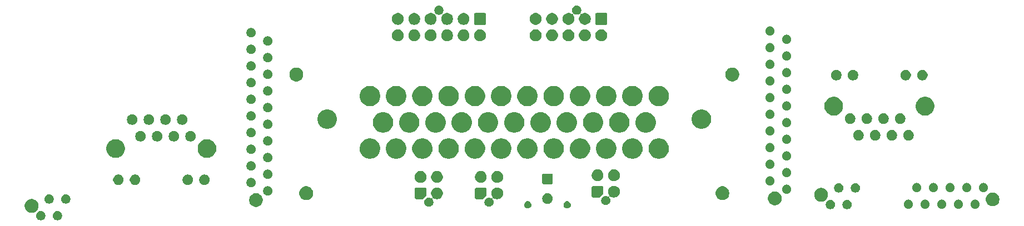
<source format=gbs>
G04 #@! TF.GenerationSoftware,KiCad,Pcbnew,5.0.2-bee76a0~70~ubuntu18.04.1*
G04 #@! TF.CreationDate,2019-11-25T08:18:34-05:00*
G04 #@! TF.ProjectId,interface,696e7465-7266-4616-9365-2e6b69636164,rev?*
G04 #@! TF.SameCoordinates,Original*
G04 #@! TF.FileFunction,Soldermask,Bot*
G04 #@! TF.FilePolarity,Negative*
%FSLAX46Y46*%
G04 Gerber Fmt 4.6, Leading zero omitted, Abs format (unit mm)*
G04 Created by KiCad (PCBNEW 5.0.2-bee76a0~70~ubuntu18.04.1) date Mon 25 Nov 2019 08:18:34 AM EST*
%MOMM*%
%LPD*%
G01*
G04 APERTURE LIST*
%ADD10C,0.100076*%
G04 APERTURE END LIST*
D10*
G36*
X81916272Y-93382138D02*
X82043849Y-93434982D01*
X82158665Y-93511700D01*
X82256300Y-93609335D01*
X82333018Y-93724151D01*
X82385862Y-93851728D01*
X82412800Y-93987156D01*
X82412800Y-94125244D01*
X82385862Y-94260672D01*
X82333018Y-94388249D01*
X82256300Y-94503065D01*
X82158665Y-94600700D01*
X82043849Y-94677418D01*
X81916272Y-94730262D01*
X81780844Y-94757200D01*
X81642756Y-94757200D01*
X81507328Y-94730262D01*
X81379751Y-94677418D01*
X81264935Y-94600700D01*
X81167300Y-94503065D01*
X81090582Y-94388249D01*
X81037738Y-94260672D01*
X81010800Y-94125244D01*
X81010800Y-93987156D01*
X81037738Y-93851728D01*
X81090582Y-93724151D01*
X81167300Y-93609335D01*
X81264935Y-93511700D01*
X81379751Y-93434982D01*
X81507328Y-93382138D01*
X81642756Y-93355200D01*
X81780844Y-93355200D01*
X81916272Y-93382138D01*
X81916272Y-93382138D01*
G37*
G36*
X79376272Y-93382138D02*
X79503849Y-93434982D01*
X79618665Y-93511700D01*
X79716300Y-93609335D01*
X79793018Y-93724151D01*
X79845862Y-93851728D01*
X79872800Y-93987156D01*
X79872800Y-94125244D01*
X79845862Y-94260672D01*
X79793018Y-94388249D01*
X79716300Y-94503065D01*
X79618665Y-94600700D01*
X79503849Y-94677418D01*
X79376272Y-94730262D01*
X79240844Y-94757200D01*
X79102756Y-94757200D01*
X78967328Y-94730262D01*
X78839751Y-94677418D01*
X78724935Y-94600700D01*
X78627300Y-94503065D01*
X78550582Y-94388249D01*
X78497738Y-94260672D01*
X78470800Y-94125244D01*
X78470800Y-93987156D01*
X78497738Y-93851728D01*
X78550582Y-93724151D01*
X78627300Y-93609335D01*
X78724935Y-93511700D01*
X78839751Y-93434982D01*
X78967328Y-93382138D01*
X79102756Y-93355200D01*
X79240844Y-93355200D01*
X79376272Y-93382138D01*
X79376272Y-93382138D01*
G37*
G36*
X78078365Y-91545589D02*
X78269634Y-91624815D01*
X78441776Y-91739837D01*
X78588163Y-91886224D01*
X78703185Y-92058366D01*
X78782411Y-92249635D01*
X78822800Y-92452684D01*
X78822800Y-92659716D01*
X78782411Y-92862765D01*
X78703185Y-93054034D01*
X78588163Y-93226176D01*
X78441776Y-93372563D01*
X78269634Y-93487585D01*
X78078365Y-93566811D01*
X77875316Y-93607200D01*
X77668284Y-93607200D01*
X77465235Y-93566811D01*
X77273966Y-93487585D01*
X77101824Y-93372563D01*
X76955437Y-93226176D01*
X76840415Y-93054034D01*
X76761189Y-92862765D01*
X76720800Y-92659716D01*
X76720800Y-92452684D01*
X76761189Y-92249635D01*
X76840415Y-92058366D01*
X76955437Y-91886224D01*
X77101824Y-91739837D01*
X77273966Y-91624815D01*
X77465235Y-91545589D01*
X77668284Y-91505200D01*
X77875316Y-91505200D01*
X78078365Y-91545589D01*
X78078365Y-91545589D01*
G37*
G36*
X199619872Y-91680338D02*
X199747449Y-91733182D01*
X199862265Y-91809900D01*
X199959900Y-91907535D01*
X200036618Y-92022351D01*
X200089462Y-92149928D01*
X200116400Y-92285356D01*
X200116400Y-92423444D01*
X200089462Y-92558872D01*
X200036618Y-92686449D01*
X199959900Y-92801265D01*
X199862265Y-92898900D01*
X199747449Y-92975618D01*
X199619872Y-93028462D01*
X199484444Y-93055400D01*
X199346356Y-93055400D01*
X199210928Y-93028462D01*
X199083351Y-92975618D01*
X198968535Y-92898900D01*
X198870900Y-92801265D01*
X198794182Y-92686449D01*
X198741338Y-92558872D01*
X198714400Y-92423444D01*
X198714400Y-92285356D01*
X198741338Y-92149928D01*
X198794182Y-92022351D01*
X198870900Y-91907535D01*
X198968535Y-91809900D01*
X199083351Y-91733182D01*
X199210928Y-91680338D01*
X199346356Y-91653400D01*
X199484444Y-91653400D01*
X199619872Y-91680338D01*
X199619872Y-91680338D01*
G37*
G36*
X202159872Y-91680338D02*
X202287449Y-91733182D01*
X202402265Y-91809900D01*
X202499900Y-91907535D01*
X202576618Y-92022351D01*
X202629462Y-92149928D01*
X202656400Y-92285356D01*
X202656400Y-92423444D01*
X202629462Y-92558872D01*
X202576618Y-92686449D01*
X202499900Y-92801265D01*
X202402265Y-92898900D01*
X202287449Y-92975618D01*
X202159872Y-93028462D01*
X202024444Y-93055400D01*
X201886356Y-93055400D01*
X201750928Y-93028462D01*
X201623351Y-92975618D01*
X201508535Y-92898900D01*
X201410900Y-92801265D01*
X201334182Y-92686449D01*
X201281338Y-92558872D01*
X201254400Y-92423444D01*
X201254400Y-92285356D01*
X201281338Y-92149928D01*
X201334182Y-92022351D01*
X201410900Y-91907535D01*
X201508535Y-91809900D01*
X201623351Y-91733182D01*
X201750928Y-91680338D01*
X201886356Y-91653400D01*
X202024444Y-91653400D01*
X202159872Y-91680338D01*
X202159872Y-91680338D01*
G37*
G36*
X211507072Y-91629538D02*
X211634649Y-91682382D01*
X211749465Y-91759100D01*
X211847100Y-91856735D01*
X211923818Y-91971551D01*
X211976662Y-92099128D01*
X212003600Y-92234556D01*
X212003600Y-92372644D01*
X211976662Y-92508072D01*
X211923818Y-92635649D01*
X211847100Y-92750465D01*
X211749465Y-92848100D01*
X211634649Y-92924818D01*
X211507072Y-92977662D01*
X211371644Y-93004600D01*
X211233556Y-93004600D01*
X211098128Y-92977662D01*
X210970551Y-92924818D01*
X210855735Y-92848100D01*
X210758100Y-92750465D01*
X210681382Y-92635649D01*
X210628538Y-92508072D01*
X210601600Y-92372644D01*
X210601600Y-92234556D01*
X210628538Y-92099128D01*
X210681382Y-91971551D01*
X210758100Y-91856735D01*
X210855735Y-91759100D01*
X210970551Y-91682382D01*
X211098128Y-91629538D01*
X211233556Y-91602600D01*
X211371644Y-91602600D01*
X211507072Y-91629538D01*
X211507072Y-91629538D01*
G37*
G36*
X214047072Y-91629538D02*
X214174649Y-91682382D01*
X214289465Y-91759100D01*
X214387100Y-91856735D01*
X214463818Y-91971551D01*
X214516662Y-92099128D01*
X214543600Y-92234556D01*
X214543600Y-92372644D01*
X214516662Y-92508072D01*
X214463818Y-92635649D01*
X214387100Y-92750465D01*
X214289465Y-92848100D01*
X214174649Y-92924818D01*
X214047072Y-92977662D01*
X213911644Y-93004600D01*
X213773556Y-93004600D01*
X213638128Y-92977662D01*
X213510551Y-92924818D01*
X213395735Y-92848100D01*
X213298100Y-92750465D01*
X213221382Y-92635649D01*
X213168538Y-92508072D01*
X213141600Y-92372644D01*
X213141600Y-92234556D01*
X213168538Y-92099128D01*
X213221382Y-91971551D01*
X213298100Y-91856735D01*
X213395735Y-91759100D01*
X213510551Y-91682382D01*
X213638128Y-91629538D01*
X213773556Y-91602600D01*
X213911644Y-91602600D01*
X214047072Y-91629538D01*
X214047072Y-91629538D01*
G37*
G36*
X219127072Y-91629538D02*
X219254649Y-91682382D01*
X219369465Y-91759100D01*
X219467100Y-91856735D01*
X219543818Y-91971551D01*
X219596662Y-92099128D01*
X219623600Y-92234556D01*
X219623600Y-92372644D01*
X219596662Y-92508072D01*
X219543818Y-92635649D01*
X219467100Y-92750465D01*
X219369465Y-92848100D01*
X219254649Y-92924818D01*
X219127072Y-92977662D01*
X218991644Y-93004600D01*
X218853556Y-93004600D01*
X218718128Y-92977662D01*
X218590551Y-92924818D01*
X218475735Y-92848100D01*
X218378100Y-92750465D01*
X218301382Y-92635649D01*
X218248538Y-92508072D01*
X218221600Y-92372644D01*
X218221600Y-92234556D01*
X218248538Y-92099128D01*
X218301382Y-91971551D01*
X218378100Y-91856735D01*
X218475735Y-91759100D01*
X218590551Y-91682382D01*
X218718128Y-91629538D01*
X218853556Y-91602600D01*
X218991644Y-91602600D01*
X219127072Y-91629538D01*
X219127072Y-91629538D01*
G37*
G36*
X221667072Y-91629538D02*
X221794649Y-91682382D01*
X221909465Y-91759100D01*
X222007100Y-91856735D01*
X222083818Y-91971551D01*
X222136662Y-92099128D01*
X222163600Y-92234556D01*
X222163600Y-92372644D01*
X222136662Y-92508072D01*
X222083818Y-92635649D01*
X222007100Y-92750465D01*
X221909465Y-92848100D01*
X221794649Y-92924818D01*
X221667072Y-92977662D01*
X221531644Y-93004600D01*
X221393556Y-93004600D01*
X221258128Y-92977662D01*
X221130551Y-92924818D01*
X221015735Y-92848100D01*
X220918100Y-92750465D01*
X220841382Y-92635649D01*
X220788538Y-92508072D01*
X220761600Y-92372644D01*
X220761600Y-92234556D01*
X220788538Y-92099128D01*
X220841382Y-91971551D01*
X220918100Y-91856735D01*
X221015735Y-91759100D01*
X221130551Y-91682382D01*
X221258128Y-91629538D01*
X221393556Y-91602600D01*
X221531644Y-91602600D01*
X221667072Y-91629538D01*
X221667072Y-91629538D01*
G37*
G36*
X216587072Y-91629538D02*
X216714649Y-91682382D01*
X216829465Y-91759100D01*
X216927100Y-91856735D01*
X217003818Y-91971551D01*
X217056662Y-92099128D01*
X217083600Y-92234556D01*
X217083600Y-92372644D01*
X217056662Y-92508072D01*
X217003818Y-92635649D01*
X216927100Y-92750465D01*
X216829465Y-92848100D01*
X216714649Y-92924818D01*
X216587072Y-92977662D01*
X216451644Y-93004600D01*
X216313556Y-93004600D01*
X216178128Y-92977662D01*
X216050551Y-92924818D01*
X215935735Y-92848100D01*
X215838100Y-92750465D01*
X215761382Y-92635649D01*
X215708538Y-92508072D01*
X215681600Y-92372644D01*
X215681600Y-92234556D01*
X215708538Y-92099128D01*
X215761382Y-91971551D01*
X215838100Y-91856735D01*
X215935735Y-91759100D01*
X216050551Y-91682382D01*
X216178128Y-91629538D01*
X216313556Y-91602600D01*
X216451644Y-91602600D01*
X216587072Y-91629538D01*
X216587072Y-91629538D01*
G37*
G36*
X153497721Y-91852974D02*
X153597995Y-91894509D01*
X153688245Y-91954812D01*
X153764988Y-92031555D01*
X153825291Y-92121805D01*
X153866826Y-92222079D01*
X153888000Y-92328530D01*
X153888000Y-92437070D01*
X153866826Y-92543521D01*
X153825291Y-92643795D01*
X153764988Y-92734045D01*
X153688245Y-92810788D01*
X153597995Y-92871091D01*
X153497721Y-92912626D01*
X153391270Y-92933800D01*
X153282730Y-92933800D01*
X153176279Y-92912626D01*
X153076005Y-92871091D01*
X152985755Y-92810788D01*
X152909012Y-92734045D01*
X152848709Y-92643795D01*
X152807174Y-92543521D01*
X152786000Y-92437070D01*
X152786000Y-92328530D01*
X152807174Y-92222079D01*
X152848709Y-92121805D01*
X152909012Y-92031555D01*
X152985755Y-91954812D01*
X153076005Y-91894509D01*
X153176279Y-91852974D01*
X153282730Y-91831800D01*
X153391270Y-91831800D01*
X153497721Y-91852974D01*
X153497721Y-91852974D01*
G37*
G36*
X159497721Y-91852974D02*
X159597995Y-91894509D01*
X159688245Y-91954812D01*
X159764988Y-92031555D01*
X159825291Y-92121805D01*
X159866826Y-92222079D01*
X159888000Y-92328530D01*
X159888000Y-92437070D01*
X159866826Y-92543521D01*
X159825291Y-92643795D01*
X159764988Y-92734045D01*
X159688245Y-92810788D01*
X159597995Y-92871091D01*
X159497721Y-92912626D01*
X159391270Y-92933800D01*
X159282730Y-92933800D01*
X159176279Y-92912626D01*
X159076005Y-92871091D01*
X158985755Y-92810788D01*
X158909012Y-92734045D01*
X158848709Y-92643795D01*
X158807174Y-92543521D01*
X158786000Y-92437070D01*
X158786000Y-92328530D01*
X158807174Y-92222079D01*
X158848709Y-92121805D01*
X158909012Y-92031555D01*
X158985755Y-91954812D01*
X159076005Y-91894509D01*
X159176279Y-91852974D01*
X159282730Y-91831800D01*
X159391270Y-91831800D01*
X159497721Y-91852974D01*
X159497721Y-91852974D01*
G37*
G36*
X112247765Y-90660989D02*
X112439034Y-90740215D01*
X112611176Y-90855237D01*
X112757563Y-91001624D01*
X112872585Y-91173766D01*
X112951811Y-91365035D01*
X112992200Y-91568084D01*
X112992200Y-91775116D01*
X112951811Y-91978165D01*
X112872585Y-92169434D01*
X112757563Y-92341576D01*
X112611176Y-92487963D01*
X112439034Y-92602985D01*
X112247765Y-92682211D01*
X112044716Y-92722600D01*
X111837684Y-92722600D01*
X111634635Y-92682211D01*
X111443366Y-92602985D01*
X111271224Y-92487963D01*
X111124837Y-92341576D01*
X111009815Y-92169434D01*
X110930589Y-91978165D01*
X110890200Y-91775116D01*
X110890200Y-91568084D01*
X110930589Y-91365035D01*
X111009815Y-91173766D01*
X111124837Y-91001624D01*
X111271224Y-90855237D01*
X111443366Y-90740215D01*
X111634635Y-90660989D01*
X111837684Y-90620600D01*
X112044716Y-90620600D01*
X112247765Y-90660989D01*
X112247765Y-90660989D01*
G37*
G36*
X148939812Y-89786224D02*
X149103784Y-89854144D01*
X149251354Y-89952747D01*
X149376853Y-90078246D01*
X149475456Y-90225816D01*
X149543376Y-90389788D01*
X149578000Y-90563859D01*
X149578000Y-90741341D01*
X149543376Y-90915412D01*
X149475456Y-91079384D01*
X149376853Y-91226954D01*
X149251354Y-91352453D01*
X149103784Y-91451056D01*
X148939812Y-91518976D01*
X148765741Y-91553600D01*
X148588259Y-91553600D01*
X148414188Y-91518976D01*
X148250216Y-91451056D01*
X148154910Y-91387375D01*
X148133310Y-91375829D01*
X148109860Y-91368716D01*
X148085474Y-91366314D01*
X148061088Y-91368716D01*
X148037639Y-91375829D01*
X148016028Y-91387380D01*
X147997086Y-91402926D01*
X147981540Y-91421868D01*
X147969989Y-91443478D01*
X147962876Y-91466928D01*
X147960474Y-91491314D01*
X147962876Y-91515700D01*
X147969989Y-91539149D01*
X147981540Y-91560760D01*
X148048218Y-91660551D01*
X148101062Y-91788128D01*
X148128000Y-91923556D01*
X148128000Y-92061644D01*
X148101062Y-92197072D01*
X148048218Y-92324649D01*
X147971500Y-92439465D01*
X147873865Y-92537100D01*
X147759049Y-92613818D01*
X147631472Y-92666662D01*
X147496044Y-92693600D01*
X147357956Y-92693600D01*
X147222528Y-92666662D01*
X147094951Y-92613818D01*
X146980135Y-92537100D01*
X146882500Y-92439465D01*
X146805782Y-92324649D01*
X146752938Y-92197072D01*
X146726000Y-92061644D01*
X146726000Y-91923556D01*
X146752938Y-91788128D01*
X146805782Y-91660551D01*
X146882500Y-91545735D01*
X146980135Y-91448100D01*
X147094951Y-91371382D01*
X147222528Y-91318538D01*
X147357956Y-91291600D01*
X147496044Y-91291600D01*
X147631472Y-91318538D01*
X147759049Y-91371382D01*
X147804889Y-91402011D01*
X147826500Y-91413562D01*
X147849949Y-91420675D01*
X147874336Y-91423077D01*
X147898722Y-91420675D01*
X147922171Y-91413562D01*
X147943782Y-91402010D01*
X147962724Y-91386465D01*
X147978269Y-91367523D01*
X147989820Y-91345912D01*
X147996933Y-91322463D01*
X147999335Y-91298076D01*
X147996933Y-91273690D01*
X147989820Y-91250241D01*
X147978269Y-91228631D01*
X147977150Y-91226957D01*
X147977147Y-91226954D01*
X147878544Y-91079384D01*
X147810624Y-90915412D01*
X147776000Y-90741341D01*
X147776000Y-90563859D01*
X147810624Y-90389788D01*
X147878544Y-90225816D01*
X147977147Y-90078246D01*
X148102646Y-89952747D01*
X148250216Y-89854144D01*
X148414188Y-89786224D01*
X148588259Y-89751600D01*
X148765741Y-89751600D01*
X148939812Y-89786224D01*
X148939812Y-89786224D01*
G37*
G36*
X139770412Y-89786224D02*
X139934384Y-89854144D01*
X140081954Y-89952747D01*
X140207453Y-90078246D01*
X140306056Y-90225816D01*
X140373976Y-90389788D01*
X140408600Y-90563859D01*
X140408600Y-90741341D01*
X140373976Y-90915412D01*
X140306056Y-91079384D01*
X140207453Y-91226954D01*
X140081954Y-91352453D01*
X139934384Y-91451056D01*
X139770412Y-91518976D01*
X139596341Y-91553600D01*
X139418859Y-91553600D01*
X139244788Y-91518976D01*
X139080816Y-91451056D01*
X138985510Y-91387375D01*
X138963910Y-91375829D01*
X138940460Y-91368716D01*
X138916074Y-91366314D01*
X138891688Y-91368716D01*
X138868239Y-91375829D01*
X138846628Y-91387380D01*
X138827686Y-91402926D01*
X138812140Y-91421868D01*
X138800589Y-91443478D01*
X138793476Y-91466928D01*
X138791074Y-91491314D01*
X138793476Y-91515700D01*
X138800589Y-91539149D01*
X138812140Y-91560760D01*
X138878818Y-91660551D01*
X138931662Y-91788128D01*
X138958600Y-91923556D01*
X138958600Y-92061644D01*
X138931662Y-92197072D01*
X138878818Y-92324649D01*
X138802100Y-92439465D01*
X138704465Y-92537100D01*
X138589649Y-92613818D01*
X138462072Y-92666662D01*
X138326644Y-92693600D01*
X138188556Y-92693600D01*
X138053128Y-92666662D01*
X137925551Y-92613818D01*
X137810735Y-92537100D01*
X137713100Y-92439465D01*
X137636382Y-92324649D01*
X137583538Y-92197072D01*
X137556600Y-92061644D01*
X137556600Y-91923556D01*
X137583538Y-91788128D01*
X137636382Y-91660551D01*
X137713100Y-91545735D01*
X137810735Y-91448100D01*
X137925551Y-91371382D01*
X138053128Y-91318538D01*
X138188556Y-91291600D01*
X138326644Y-91291600D01*
X138462072Y-91318538D01*
X138589649Y-91371382D01*
X138635489Y-91402011D01*
X138657100Y-91413562D01*
X138680549Y-91420675D01*
X138704936Y-91423077D01*
X138729322Y-91420675D01*
X138752771Y-91413562D01*
X138774382Y-91402010D01*
X138793324Y-91386465D01*
X138808869Y-91367523D01*
X138820420Y-91345912D01*
X138827533Y-91322463D01*
X138829935Y-91298076D01*
X138827533Y-91273690D01*
X138820420Y-91250241D01*
X138808869Y-91228631D01*
X138807750Y-91226957D01*
X138807747Y-91226954D01*
X138709144Y-91079384D01*
X138641224Y-90915412D01*
X138606600Y-90741341D01*
X138606600Y-90563859D01*
X138641224Y-90389788D01*
X138709144Y-90225816D01*
X138807747Y-90078246D01*
X138933246Y-89952747D01*
X139080816Y-89854144D01*
X139244788Y-89786224D01*
X139418859Y-89751600D01*
X139596341Y-89751600D01*
X139770412Y-89786224D01*
X139770412Y-89786224D01*
G37*
G36*
X224439165Y-90552989D02*
X224630434Y-90632215D01*
X224802576Y-90747237D01*
X224948963Y-90893624D01*
X225063985Y-91065766D01*
X225143211Y-91257035D01*
X225183600Y-91460084D01*
X225183600Y-91667116D01*
X225143211Y-91870165D01*
X225063985Y-92061434D01*
X224948963Y-92233576D01*
X224802576Y-92379963D01*
X224630434Y-92494985D01*
X224439165Y-92574211D01*
X224236116Y-92614600D01*
X224029084Y-92614600D01*
X223826035Y-92574211D01*
X223634766Y-92494985D01*
X223462624Y-92379963D01*
X223316237Y-92233576D01*
X223201215Y-92061434D01*
X223121989Y-91870165D01*
X223081600Y-91667116D01*
X223081600Y-91460084D01*
X223121989Y-91257035D01*
X223201215Y-91065766D01*
X223316237Y-90893624D01*
X223462624Y-90747237D01*
X223634766Y-90632215D01*
X223826035Y-90552989D01*
X224029084Y-90512600D01*
X224236116Y-90512600D01*
X224439165Y-90552989D01*
X224439165Y-90552989D01*
G37*
G36*
X191267165Y-90406989D02*
X191458434Y-90486215D01*
X191630576Y-90601237D01*
X191776963Y-90747624D01*
X191891985Y-90919766D01*
X191971211Y-91111035D01*
X192011600Y-91314084D01*
X192011600Y-91521116D01*
X191971211Y-91724165D01*
X191891985Y-91915434D01*
X191776963Y-92087576D01*
X191630576Y-92233963D01*
X191458434Y-92348985D01*
X191267165Y-92428211D01*
X191064116Y-92468600D01*
X190857084Y-92468600D01*
X190654035Y-92428211D01*
X190462766Y-92348985D01*
X190290624Y-92233963D01*
X190144237Y-92087576D01*
X190029215Y-91915434D01*
X189949989Y-91724165D01*
X189909600Y-91521116D01*
X189909600Y-91314084D01*
X189949989Y-91111035D01*
X190029215Y-90919766D01*
X190144237Y-90747624D01*
X190290624Y-90601237D01*
X190462766Y-90486215D01*
X190654035Y-90406989D01*
X190857084Y-90366600D01*
X191064116Y-90366600D01*
X191267165Y-90406989D01*
X191267165Y-90406989D01*
G37*
G36*
X166719812Y-89532224D02*
X166883784Y-89600144D01*
X167031354Y-89698747D01*
X167156853Y-89824246D01*
X167255456Y-89971816D01*
X167323376Y-90135788D01*
X167358000Y-90309859D01*
X167358000Y-90487341D01*
X167323376Y-90661412D01*
X167255456Y-90825384D01*
X167156853Y-90972954D01*
X167031354Y-91098453D01*
X166883784Y-91197056D01*
X166719812Y-91264976D01*
X166545741Y-91299600D01*
X166368259Y-91299600D01*
X166194188Y-91264976D01*
X166030216Y-91197056D01*
X165934910Y-91133375D01*
X165913310Y-91121829D01*
X165889860Y-91114716D01*
X165865474Y-91112314D01*
X165841088Y-91114716D01*
X165817639Y-91121829D01*
X165796028Y-91133380D01*
X165777086Y-91148926D01*
X165761540Y-91167868D01*
X165749989Y-91189478D01*
X165742876Y-91212928D01*
X165740474Y-91237314D01*
X165742876Y-91261700D01*
X165749989Y-91285149D01*
X165761540Y-91306760D01*
X165828218Y-91406551D01*
X165881062Y-91534128D01*
X165908000Y-91669556D01*
X165908000Y-91807644D01*
X165881062Y-91943072D01*
X165828218Y-92070649D01*
X165751500Y-92185465D01*
X165653865Y-92283100D01*
X165539049Y-92359818D01*
X165411472Y-92412662D01*
X165276044Y-92439600D01*
X165137956Y-92439600D01*
X165002528Y-92412662D01*
X164874951Y-92359818D01*
X164760135Y-92283100D01*
X164662500Y-92185465D01*
X164585782Y-92070649D01*
X164532938Y-91943072D01*
X164506000Y-91807644D01*
X164506000Y-91669556D01*
X164532938Y-91534128D01*
X164585782Y-91406551D01*
X164662500Y-91291735D01*
X164760135Y-91194100D01*
X164874951Y-91117382D01*
X165002528Y-91064538D01*
X165137956Y-91037600D01*
X165276044Y-91037600D01*
X165411472Y-91064538D01*
X165539049Y-91117382D01*
X165584889Y-91148011D01*
X165606500Y-91159562D01*
X165629949Y-91166675D01*
X165654336Y-91169077D01*
X165678722Y-91166675D01*
X165702171Y-91159562D01*
X165723782Y-91148010D01*
X165742724Y-91132465D01*
X165758269Y-91113523D01*
X165769820Y-91091912D01*
X165776933Y-91068463D01*
X165779335Y-91044076D01*
X165776933Y-91019690D01*
X165769820Y-90996241D01*
X165758269Y-90974631D01*
X165757150Y-90972957D01*
X165757147Y-90972954D01*
X165658544Y-90825384D01*
X165590624Y-90661412D01*
X165556000Y-90487341D01*
X165556000Y-90309859D01*
X165590624Y-90135788D01*
X165658544Y-89971816D01*
X165757147Y-89824246D01*
X165882646Y-89698747D01*
X166030216Y-89600144D01*
X166194188Y-89532224D01*
X166368259Y-89497600D01*
X166545741Y-89497600D01*
X166719812Y-89532224D01*
X166719812Y-89532224D01*
G37*
G36*
X156570643Y-90672581D02*
X156716415Y-90732962D01*
X156847611Y-90820624D01*
X156959176Y-90932189D01*
X157046838Y-91063385D01*
X157107219Y-91209157D01*
X157138000Y-91363907D01*
X157138000Y-91521693D01*
X157107219Y-91676443D01*
X157046838Y-91822215D01*
X156959176Y-91953411D01*
X156847611Y-92064976D01*
X156716415Y-92152638D01*
X156570643Y-92213019D01*
X156415893Y-92243800D01*
X156258107Y-92243800D01*
X156103357Y-92213019D01*
X155957585Y-92152638D01*
X155826389Y-92064976D01*
X155714824Y-91953411D01*
X155627162Y-91822215D01*
X155566781Y-91676443D01*
X155536000Y-91521693D01*
X155536000Y-91363907D01*
X155566781Y-91209157D01*
X155627162Y-91063385D01*
X155714824Y-90932189D01*
X155826389Y-90820624D01*
X155957585Y-90732962D01*
X156103357Y-90672581D01*
X156258107Y-90641800D01*
X156415893Y-90641800D01*
X156570643Y-90672581D01*
X156570643Y-90672581D01*
G37*
G36*
X83186272Y-90842138D02*
X83313849Y-90894982D01*
X83428665Y-90971700D01*
X83526300Y-91069335D01*
X83603018Y-91184151D01*
X83655862Y-91311728D01*
X83682800Y-91447156D01*
X83682800Y-91585244D01*
X83655862Y-91720672D01*
X83603018Y-91848249D01*
X83526300Y-91963065D01*
X83428665Y-92060700D01*
X83313849Y-92137418D01*
X83186272Y-92190262D01*
X83050844Y-92217200D01*
X82912756Y-92217200D01*
X82777328Y-92190262D01*
X82649751Y-92137418D01*
X82534935Y-92060700D01*
X82437300Y-91963065D01*
X82360582Y-91848249D01*
X82307738Y-91720672D01*
X82280800Y-91585244D01*
X82280800Y-91447156D01*
X82307738Y-91311728D01*
X82360582Y-91184151D01*
X82437300Y-91069335D01*
X82534935Y-90971700D01*
X82649751Y-90894982D01*
X82777328Y-90842138D01*
X82912756Y-90815200D01*
X83050844Y-90815200D01*
X83186272Y-90842138D01*
X83186272Y-90842138D01*
G37*
G36*
X80646272Y-90842138D02*
X80773849Y-90894982D01*
X80888665Y-90971700D01*
X80986300Y-91069335D01*
X81063018Y-91184151D01*
X81115862Y-91311728D01*
X81142800Y-91447156D01*
X81142800Y-91585244D01*
X81115862Y-91720672D01*
X81063018Y-91848249D01*
X80986300Y-91963065D01*
X80888665Y-92060700D01*
X80773849Y-92137418D01*
X80646272Y-92190262D01*
X80510844Y-92217200D01*
X80372756Y-92217200D01*
X80237328Y-92190262D01*
X80109751Y-92137418D01*
X79994935Y-92060700D01*
X79897300Y-91963065D01*
X79820582Y-91848249D01*
X79767738Y-91720672D01*
X79740800Y-91585244D01*
X79740800Y-91447156D01*
X79767738Y-91311728D01*
X79820582Y-91184151D01*
X79897300Y-91069335D01*
X79994935Y-90971700D01*
X80109751Y-90894982D01*
X80237328Y-90842138D01*
X80372756Y-90815200D01*
X80510844Y-90815200D01*
X80646272Y-90842138D01*
X80646272Y-90842138D01*
G37*
G36*
X198321965Y-89843789D02*
X198513234Y-89923015D01*
X198685376Y-90038037D01*
X198831763Y-90184424D01*
X198946785Y-90356566D01*
X199026011Y-90547835D01*
X199066400Y-90750884D01*
X199066400Y-90957916D01*
X199026011Y-91160965D01*
X198946785Y-91352234D01*
X198831763Y-91524376D01*
X198685376Y-91670763D01*
X198513234Y-91785785D01*
X198321965Y-91865011D01*
X198118916Y-91905400D01*
X197911884Y-91905400D01*
X197708835Y-91865011D01*
X197517566Y-91785785D01*
X197345424Y-91670763D01*
X197199037Y-91524376D01*
X197084015Y-91352234D01*
X197004789Y-91160965D01*
X196964400Y-90957916D01*
X196964400Y-90750884D01*
X197004789Y-90547835D01*
X197084015Y-90356566D01*
X197199037Y-90184424D01*
X197345424Y-90038037D01*
X197517566Y-89923015D01*
X197708835Y-89843789D01*
X197911884Y-89803400D01*
X198118916Y-89803400D01*
X198321965Y-89843789D01*
X198321965Y-89843789D01*
G37*
G36*
X183290165Y-89613589D02*
X183481434Y-89692815D01*
X183653576Y-89807837D01*
X183799963Y-89954224D01*
X183914985Y-90126366D01*
X183994211Y-90317635D01*
X184034600Y-90520684D01*
X184034600Y-90727716D01*
X183994211Y-90930765D01*
X183914985Y-91122034D01*
X183799963Y-91294176D01*
X183653576Y-91440563D01*
X183481434Y-91555585D01*
X183290165Y-91634811D01*
X183087116Y-91675200D01*
X182880084Y-91675200D01*
X182677035Y-91634811D01*
X182485766Y-91555585D01*
X182313624Y-91440563D01*
X182167237Y-91294176D01*
X182052215Y-91122034D01*
X181972989Y-90930765D01*
X181932600Y-90727716D01*
X181932600Y-90520684D01*
X181972989Y-90317635D01*
X182052215Y-90126366D01*
X182167237Y-89954224D01*
X182313624Y-89807837D01*
X182485766Y-89692815D01*
X182677035Y-89613589D01*
X182880084Y-89573200D01*
X183087116Y-89573200D01*
X183290165Y-89613589D01*
X183290165Y-89613589D01*
G37*
G36*
X119890165Y-89613589D02*
X120081434Y-89692815D01*
X120253576Y-89807837D01*
X120399963Y-89954224D01*
X120514985Y-90126366D01*
X120594211Y-90317635D01*
X120634600Y-90520684D01*
X120634600Y-90727716D01*
X120594211Y-90930765D01*
X120514985Y-91122034D01*
X120399963Y-91294176D01*
X120253576Y-91440563D01*
X120081434Y-91555585D01*
X119890165Y-91634811D01*
X119687116Y-91675200D01*
X119480084Y-91675200D01*
X119277035Y-91634811D01*
X119085766Y-91555585D01*
X118913624Y-91440563D01*
X118767237Y-91294176D01*
X118652215Y-91122034D01*
X118572989Y-90930765D01*
X118532600Y-90727716D01*
X118532600Y-90520684D01*
X118572989Y-90317635D01*
X118652215Y-90126366D01*
X118767237Y-89954224D01*
X118913624Y-89807837D01*
X119085766Y-89692815D01*
X119277035Y-89613589D01*
X119480084Y-89573200D01*
X119687116Y-89573200D01*
X119890165Y-89613589D01*
X119890165Y-89613589D01*
G37*
G36*
X146785130Y-89751298D02*
X146824747Y-89755200D01*
X146846696Y-89759566D01*
X146881849Y-89770230D01*
X146887547Y-89772590D01*
X146896829Y-89776434D01*
X146896833Y-89776436D01*
X146902528Y-89778795D01*
X146934922Y-89796110D01*
X146953533Y-89808546D01*
X146981926Y-89831847D01*
X146997753Y-89847674D01*
X147021054Y-89876067D01*
X147033490Y-89894678D01*
X147050805Y-89927072D01*
X147053164Y-89932767D01*
X147053166Y-89932771D01*
X147055974Y-89939551D01*
X147059370Y-89947751D01*
X147070034Y-89982904D01*
X147074400Y-90004853D01*
X147078302Y-90044470D01*
X147078852Y-90055664D01*
X147078852Y-90849536D01*
X147078302Y-90860730D01*
X147074400Y-90900347D01*
X147070034Y-90922296D01*
X147059370Y-90957449D01*
X147057010Y-90963147D01*
X147053166Y-90972429D01*
X147053164Y-90972433D01*
X147050805Y-90978128D01*
X147033490Y-91010522D01*
X147021054Y-91029133D01*
X146995812Y-91059891D01*
X146988260Y-91068224D01*
X146592624Y-91463860D01*
X146584291Y-91471412D01*
X146553533Y-91496654D01*
X146534922Y-91509090D01*
X146502528Y-91526405D01*
X146496833Y-91528764D01*
X146496829Y-91528766D01*
X146487547Y-91532610D01*
X146481849Y-91534970D01*
X146446696Y-91545634D01*
X146424747Y-91550000D01*
X146385130Y-91553902D01*
X146373936Y-91554452D01*
X145580064Y-91554452D01*
X145568870Y-91553902D01*
X145529253Y-91550000D01*
X145507304Y-91545634D01*
X145472151Y-91534970D01*
X145466453Y-91532610D01*
X145457171Y-91528766D01*
X145457167Y-91528764D01*
X145451472Y-91526405D01*
X145419078Y-91509090D01*
X145400467Y-91496654D01*
X145372074Y-91473353D01*
X145356247Y-91457526D01*
X145332946Y-91429133D01*
X145320510Y-91410522D01*
X145303195Y-91378128D01*
X145300836Y-91372433D01*
X145300834Y-91372429D01*
X145296990Y-91363147D01*
X145294630Y-91357449D01*
X145283966Y-91322296D01*
X145279600Y-91300347D01*
X145275698Y-91260730D01*
X145275148Y-91249536D01*
X145275148Y-90055664D01*
X145275698Y-90044470D01*
X145279600Y-90004853D01*
X145283966Y-89982904D01*
X145294630Y-89947751D01*
X145298026Y-89939551D01*
X145300834Y-89932771D01*
X145300836Y-89932767D01*
X145303195Y-89927072D01*
X145320510Y-89894678D01*
X145332946Y-89876067D01*
X145356247Y-89847674D01*
X145372074Y-89831847D01*
X145400467Y-89808546D01*
X145419078Y-89796110D01*
X145451472Y-89778795D01*
X145457167Y-89776436D01*
X145457171Y-89776434D01*
X145466453Y-89772590D01*
X145472151Y-89770230D01*
X145507304Y-89759566D01*
X145529253Y-89755200D01*
X145568870Y-89751298D01*
X145580064Y-89750748D01*
X146773936Y-89750748D01*
X146785130Y-89751298D01*
X146785130Y-89751298D01*
G37*
G36*
X137615730Y-89751298D02*
X137655347Y-89755200D01*
X137677296Y-89759566D01*
X137712449Y-89770230D01*
X137718147Y-89772590D01*
X137727429Y-89776434D01*
X137727433Y-89776436D01*
X137733128Y-89778795D01*
X137765522Y-89796110D01*
X137784133Y-89808546D01*
X137812526Y-89831847D01*
X137828353Y-89847674D01*
X137851654Y-89876067D01*
X137864090Y-89894678D01*
X137881405Y-89927072D01*
X137883764Y-89932767D01*
X137883766Y-89932771D01*
X137886574Y-89939551D01*
X137889970Y-89947751D01*
X137900634Y-89982904D01*
X137905000Y-90004853D01*
X137908902Y-90044470D01*
X137909452Y-90055664D01*
X137909452Y-90849536D01*
X137908902Y-90860730D01*
X137905000Y-90900347D01*
X137900634Y-90922296D01*
X137889970Y-90957449D01*
X137887610Y-90963147D01*
X137883766Y-90972429D01*
X137883764Y-90972433D01*
X137881405Y-90978128D01*
X137864090Y-91010522D01*
X137851654Y-91029133D01*
X137826412Y-91059891D01*
X137818860Y-91068224D01*
X137423224Y-91463860D01*
X137414891Y-91471412D01*
X137384133Y-91496654D01*
X137365522Y-91509090D01*
X137333128Y-91526405D01*
X137327433Y-91528764D01*
X137327429Y-91528766D01*
X137318147Y-91532610D01*
X137312449Y-91534970D01*
X137277296Y-91545634D01*
X137255347Y-91550000D01*
X137215730Y-91553902D01*
X137204536Y-91554452D01*
X136410664Y-91554452D01*
X136399470Y-91553902D01*
X136359853Y-91550000D01*
X136337904Y-91545634D01*
X136302751Y-91534970D01*
X136297053Y-91532610D01*
X136287771Y-91528766D01*
X136287767Y-91528764D01*
X136282072Y-91526405D01*
X136249678Y-91509090D01*
X136231067Y-91496654D01*
X136202674Y-91473353D01*
X136186847Y-91457526D01*
X136163546Y-91429133D01*
X136151110Y-91410522D01*
X136133795Y-91378128D01*
X136131436Y-91372433D01*
X136131434Y-91372429D01*
X136127590Y-91363147D01*
X136125230Y-91357449D01*
X136114566Y-91322296D01*
X136110200Y-91300347D01*
X136106298Y-91260730D01*
X136105748Y-91249536D01*
X136105748Y-90055664D01*
X136106298Y-90044470D01*
X136110200Y-90004853D01*
X136114566Y-89982904D01*
X136125230Y-89947751D01*
X136128626Y-89939551D01*
X136131434Y-89932771D01*
X136131436Y-89932767D01*
X136133795Y-89927072D01*
X136151110Y-89894678D01*
X136163546Y-89876067D01*
X136186847Y-89847674D01*
X136202674Y-89831847D01*
X136231067Y-89808546D01*
X136249678Y-89796110D01*
X136282072Y-89778795D01*
X136287767Y-89776436D01*
X136287771Y-89776434D01*
X136297053Y-89772590D01*
X136302751Y-89770230D01*
X136337904Y-89759566D01*
X136359853Y-89755200D01*
X136399470Y-89751298D01*
X136410664Y-89750748D01*
X137604536Y-89750748D01*
X137615730Y-89751298D01*
X137615730Y-89751298D01*
G37*
G36*
X164565130Y-89497298D02*
X164604747Y-89501200D01*
X164626696Y-89505566D01*
X164661849Y-89516230D01*
X164667547Y-89518590D01*
X164676829Y-89522434D01*
X164676833Y-89522436D01*
X164682528Y-89524795D01*
X164714922Y-89542110D01*
X164720049Y-89545536D01*
X164720051Y-89545537D01*
X164728403Y-89551118D01*
X164733533Y-89554546D01*
X164761926Y-89577847D01*
X164777753Y-89593674D01*
X164801054Y-89622067D01*
X164813490Y-89640678D01*
X164830805Y-89673072D01*
X164833164Y-89678767D01*
X164833166Y-89678771D01*
X164835974Y-89685551D01*
X164839370Y-89693751D01*
X164850034Y-89728904D01*
X164854400Y-89750853D01*
X164858302Y-89790470D01*
X164858852Y-89801664D01*
X164858852Y-90595536D01*
X164858302Y-90606730D01*
X164854400Y-90646347D01*
X164850034Y-90668296D01*
X164839370Y-90703449D01*
X164837010Y-90709147D01*
X164833166Y-90718429D01*
X164833164Y-90718433D01*
X164830805Y-90724128D01*
X164813490Y-90756522D01*
X164801054Y-90775133D01*
X164775812Y-90805891D01*
X164768260Y-90814224D01*
X164372624Y-91209860D01*
X164364291Y-91217412D01*
X164333533Y-91242654D01*
X164314922Y-91255090D01*
X164282528Y-91272405D01*
X164276833Y-91274764D01*
X164276829Y-91274766D01*
X164267547Y-91278610D01*
X164261849Y-91280970D01*
X164226696Y-91291634D01*
X164204747Y-91296000D01*
X164165130Y-91299902D01*
X164153936Y-91300452D01*
X163360064Y-91300452D01*
X163348870Y-91299902D01*
X163309253Y-91296000D01*
X163287304Y-91291634D01*
X163252151Y-91280970D01*
X163246453Y-91278610D01*
X163237171Y-91274766D01*
X163237167Y-91274764D01*
X163231472Y-91272405D01*
X163199078Y-91255090D01*
X163180467Y-91242654D01*
X163152074Y-91219353D01*
X163136247Y-91203526D01*
X163112946Y-91175133D01*
X163100510Y-91156522D01*
X163083195Y-91124128D01*
X163080836Y-91118433D01*
X163080834Y-91118429D01*
X163076990Y-91109147D01*
X163074630Y-91103449D01*
X163063966Y-91068296D01*
X163059600Y-91046347D01*
X163055698Y-91006730D01*
X163055148Y-90995536D01*
X163055148Y-89801664D01*
X163055698Y-89790470D01*
X163059600Y-89750853D01*
X163063966Y-89728904D01*
X163074630Y-89693751D01*
X163078026Y-89685551D01*
X163080834Y-89678771D01*
X163080836Y-89678767D01*
X163083195Y-89673072D01*
X163100510Y-89640678D01*
X163112946Y-89622067D01*
X163136247Y-89593674D01*
X163152074Y-89577847D01*
X163180467Y-89554546D01*
X163185597Y-89551118D01*
X163193949Y-89545537D01*
X163193951Y-89545536D01*
X163199078Y-89542110D01*
X163231472Y-89524795D01*
X163237167Y-89522436D01*
X163237171Y-89522434D01*
X163246453Y-89518590D01*
X163252151Y-89516230D01*
X163287304Y-89505566D01*
X163309253Y-89501200D01*
X163348870Y-89497298D01*
X163360064Y-89496748D01*
X164553936Y-89496748D01*
X164565130Y-89497298D01*
X164565130Y-89497298D01*
G37*
G36*
X113945672Y-89597538D02*
X114073249Y-89650382D01*
X114188065Y-89727100D01*
X114285700Y-89824735D01*
X114362418Y-89939551D01*
X114415262Y-90067128D01*
X114442200Y-90202556D01*
X114442200Y-90340644D01*
X114415262Y-90476072D01*
X114362418Y-90603649D01*
X114285700Y-90718465D01*
X114188065Y-90816100D01*
X114073249Y-90892818D01*
X113945672Y-90945662D01*
X113810244Y-90972600D01*
X113672156Y-90972600D01*
X113536728Y-90945662D01*
X113409151Y-90892818D01*
X113294335Y-90816100D01*
X113196700Y-90718465D01*
X113119982Y-90603649D01*
X113067138Y-90476072D01*
X113040200Y-90340644D01*
X113040200Y-90202556D01*
X113067138Y-90067128D01*
X113119982Y-89939551D01*
X113196700Y-89824735D01*
X113294335Y-89727100D01*
X113409151Y-89650382D01*
X113536728Y-89597538D01*
X113672156Y-89570600D01*
X113810244Y-89570600D01*
X113945672Y-89597538D01*
X113945672Y-89597538D01*
G37*
G36*
X192965072Y-89343538D02*
X193092649Y-89396382D01*
X193207465Y-89473100D01*
X193305100Y-89570735D01*
X193381818Y-89685551D01*
X193434662Y-89813128D01*
X193461600Y-89948556D01*
X193461600Y-90086644D01*
X193434662Y-90222072D01*
X193381818Y-90349649D01*
X193305100Y-90464465D01*
X193207465Y-90562100D01*
X193092649Y-90638818D01*
X192965072Y-90691662D01*
X192829644Y-90718600D01*
X192691556Y-90718600D01*
X192556128Y-90691662D01*
X192428551Y-90638818D01*
X192313735Y-90562100D01*
X192216100Y-90464465D01*
X192139382Y-90349649D01*
X192086538Y-90222072D01*
X192059600Y-90086644D01*
X192059600Y-89948556D01*
X192086538Y-89813128D01*
X192139382Y-89685551D01*
X192216100Y-89570735D01*
X192313735Y-89473100D01*
X192428551Y-89396382D01*
X192556128Y-89343538D01*
X192691556Y-89316600D01*
X192829644Y-89316600D01*
X192965072Y-89343538D01*
X192965072Y-89343538D01*
G37*
G36*
X203429872Y-89140338D02*
X203557449Y-89193182D01*
X203672265Y-89269900D01*
X203769900Y-89367535D01*
X203846618Y-89482351D01*
X203899462Y-89609928D01*
X203926400Y-89745356D01*
X203926400Y-89883444D01*
X203899462Y-90018872D01*
X203846618Y-90146449D01*
X203769900Y-90261265D01*
X203672265Y-90358900D01*
X203557449Y-90435618D01*
X203429872Y-90488462D01*
X203294444Y-90515400D01*
X203156356Y-90515400D01*
X203020928Y-90488462D01*
X202893351Y-90435618D01*
X202778535Y-90358900D01*
X202680900Y-90261265D01*
X202604182Y-90146449D01*
X202551338Y-90018872D01*
X202524400Y-89883444D01*
X202524400Y-89745356D01*
X202551338Y-89609928D01*
X202604182Y-89482351D01*
X202680900Y-89367535D01*
X202778535Y-89269900D01*
X202893351Y-89193182D01*
X203020928Y-89140338D01*
X203156356Y-89113400D01*
X203294444Y-89113400D01*
X203429872Y-89140338D01*
X203429872Y-89140338D01*
G37*
G36*
X200889872Y-89140338D02*
X201017449Y-89193182D01*
X201132265Y-89269900D01*
X201229900Y-89367535D01*
X201306618Y-89482351D01*
X201359462Y-89609928D01*
X201386400Y-89745356D01*
X201386400Y-89883444D01*
X201359462Y-90018872D01*
X201306618Y-90146449D01*
X201229900Y-90261265D01*
X201132265Y-90358900D01*
X201017449Y-90435618D01*
X200889872Y-90488462D01*
X200754444Y-90515400D01*
X200616356Y-90515400D01*
X200480928Y-90488462D01*
X200353351Y-90435618D01*
X200238535Y-90358900D01*
X200140900Y-90261265D01*
X200064182Y-90146449D01*
X200011338Y-90018872D01*
X199984400Y-89883444D01*
X199984400Y-89745356D01*
X200011338Y-89609928D01*
X200064182Y-89482351D01*
X200140900Y-89367535D01*
X200238535Y-89269900D01*
X200353351Y-89193182D01*
X200480928Y-89140338D01*
X200616356Y-89113400D01*
X200754444Y-89113400D01*
X200889872Y-89140338D01*
X200889872Y-89140338D01*
G37*
G36*
X222937072Y-89089538D02*
X223064649Y-89142382D01*
X223179465Y-89219100D01*
X223277100Y-89316735D01*
X223353818Y-89431551D01*
X223406662Y-89559128D01*
X223433600Y-89694556D01*
X223433600Y-89832644D01*
X223406662Y-89968072D01*
X223353818Y-90095649D01*
X223277100Y-90210465D01*
X223179465Y-90308100D01*
X223064649Y-90384818D01*
X222937072Y-90437662D01*
X222801644Y-90464600D01*
X222663556Y-90464600D01*
X222528128Y-90437662D01*
X222400551Y-90384818D01*
X222285735Y-90308100D01*
X222188100Y-90210465D01*
X222111382Y-90095649D01*
X222058538Y-89968072D01*
X222031600Y-89832644D01*
X222031600Y-89694556D01*
X222058538Y-89559128D01*
X222111382Y-89431551D01*
X222188100Y-89316735D01*
X222285735Y-89219100D01*
X222400551Y-89142382D01*
X222528128Y-89089538D01*
X222663556Y-89062600D01*
X222801644Y-89062600D01*
X222937072Y-89089538D01*
X222937072Y-89089538D01*
G37*
G36*
X217857072Y-89089538D02*
X217984649Y-89142382D01*
X218099465Y-89219100D01*
X218197100Y-89316735D01*
X218273818Y-89431551D01*
X218326662Y-89559128D01*
X218353600Y-89694556D01*
X218353600Y-89832644D01*
X218326662Y-89968072D01*
X218273818Y-90095649D01*
X218197100Y-90210465D01*
X218099465Y-90308100D01*
X217984649Y-90384818D01*
X217857072Y-90437662D01*
X217721644Y-90464600D01*
X217583556Y-90464600D01*
X217448128Y-90437662D01*
X217320551Y-90384818D01*
X217205735Y-90308100D01*
X217108100Y-90210465D01*
X217031382Y-90095649D01*
X216978538Y-89968072D01*
X216951600Y-89832644D01*
X216951600Y-89694556D01*
X216978538Y-89559128D01*
X217031382Y-89431551D01*
X217108100Y-89316735D01*
X217205735Y-89219100D01*
X217320551Y-89142382D01*
X217448128Y-89089538D01*
X217583556Y-89062600D01*
X217721644Y-89062600D01*
X217857072Y-89089538D01*
X217857072Y-89089538D01*
G37*
G36*
X220397072Y-89089538D02*
X220524649Y-89142382D01*
X220639465Y-89219100D01*
X220737100Y-89316735D01*
X220813818Y-89431551D01*
X220866662Y-89559128D01*
X220893600Y-89694556D01*
X220893600Y-89832644D01*
X220866662Y-89968072D01*
X220813818Y-90095649D01*
X220737100Y-90210465D01*
X220639465Y-90308100D01*
X220524649Y-90384818D01*
X220397072Y-90437662D01*
X220261644Y-90464600D01*
X220123556Y-90464600D01*
X219988128Y-90437662D01*
X219860551Y-90384818D01*
X219745735Y-90308100D01*
X219648100Y-90210465D01*
X219571382Y-90095649D01*
X219518538Y-89968072D01*
X219491600Y-89832644D01*
X219491600Y-89694556D01*
X219518538Y-89559128D01*
X219571382Y-89431551D01*
X219648100Y-89316735D01*
X219745735Y-89219100D01*
X219860551Y-89142382D01*
X219988128Y-89089538D01*
X220123556Y-89062600D01*
X220261644Y-89062600D01*
X220397072Y-89089538D01*
X220397072Y-89089538D01*
G37*
G36*
X215317072Y-89089538D02*
X215444649Y-89142382D01*
X215559465Y-89219100D01*
X215657100Y-89316735D01*
X215733818Y-89431551D01*
X215786662Y-89559128D01*
X215813600Y-89694556D01*
X215813600Y-89832644D01*
X215786662Y-89968072D01*
X215733818Y-90095649D01*
X215657100Y-90210465D01*
X215559465Y-90308100D01*
X215444649Y-90384818D01*
X215317072Y-90437662D01*
X215181644Y-90464600D01*
X215043556Y-90464600D01*
X214908128Y-90437662D01*
X214780551Y-90384818D01*
X214665735Y-90308100D01*
X214568100Y-90210465D01*
X214491382Y-90095649D01*
X214438538Y-89968072D01*
X214411600Y-89832644D01*
X214411600Y-89694556D01*
X214438538Y-89559128D01*
X214491382Y-89431551D01*
X214568100Y-89316735D01*
X214665735Y-89219100D01*
X214780551Y-89142382D01*
X214908128Y-89089538D01*
X215043556Y-89062600D01*
X215181644Y-89062600D01*
X215317072Y-89089538D01*
X215317072Y-89089538D01*
G37*
G36*
X212777072Y-89089538D02*
X212904649Y-89142382D01*
X213019465Y-89219100D01*
X213117100Y-89316735D01*
X213193818Y-89431551D01*
X213246662Y-89559128D01*
X213273600Y-89694556D01*
X213273600Y-89832644D01*
X213246662Y-89968072D01*
X213193818Y-90095649D01*
X213117100Y-90210465D01*
X213019465Y-90308100D01*
X212904649Y-90384818D01*
X212777072Y-90437662D01*
X212641644Y-90464600D01*
X212503556Y-90464600D01*
X212368128Y-90437662D01*
X212240551Y-90384818D01*
X212125735Y-90308100D01*
X212028100Y-90210465D01*
X211951382Y-90095649D01*
X211898538Y-89968072D01*
X211871600Y-89832644D01*
X211871600Y-89694556D01*
X211898538Y-89559128D01*
X211951382Y-89431551D01*
X212028100Y-89316735D01*
X212125735Y-89219100D01*
X212240551Y-89142382D01*
X212368128Y-89089538D01*
X212503556Y-89062600D01*
X212641644Y-89062600D01*
X212777072Y-89089538D01*
X212777072Y-89089538D01*
G37*
G36*
X111405672Y-88327538D02*
X111533249Y-88380382D01*
X111648065Y-88457100D01*
X111745700Y-88554735D01*
X111822418Y-88669551D01*
X111875262Y-88797128D01*
X111902200Y-88932556D01*
X111902200Y-89070644D01*
X111875262Y-89206072D01*
X111822418Y-89333649D01*
X111745700Y-89448465D01*
X111648065Y-89546100D01*
X111533249Y-89622818D01*
X111405672Y-89675662D01*
X111270244Y-89702600D01*
X111132156Y-89702600D01*
X110996728Y-89675662D01*
X110869151Y-89622818D01*
X110754335Y-89546100D01*
X110656700Y-89448465D01*
X110579982Y-89333649D01*
X110527138Y-89206072D01*
X110500200Y-89070644D01*
X110500200Y-88932556D01*
X110527138Y-88797128D01*
X110579982Y-88669551D01*
X110656700Y-88554735D01*
X110754335Y-88457100D01*
X110869151Y-88380382D01*
X110996728Y-88327538D01*
X111132156Y-88300600D01*
X111270244Y-88300600D01*
X111405672Y-88327538D01*
X111405672Y-88327538D01*
G37*
G36*
X190425072Y-88073538D02*
X190552649Y-88126382D01*
X190667465Y-88203100D01*
X190765100Y-88300735D01*
X190841818Y-88415551D01*
X190894662Y-88543128D01*
X190921600Y-88678556D01*
X190921600Y-88816644D01*
X190894662Y-88952072D01*
X190841818Y-89079649D01*
X190765100Y-89194465D01*
X190667465Y-89292100D01*
X190552649Y-89368818D01*
X190425072Y-89421662D01*
X190289644Y-89448600D01*
X190151556Y-89448600D01*
X190016128Y-89421662D01*
X189888551Y-89368818D01*
X189773735Y-89292100D01*
X189676100Y-89194465D01*
X189599382Y-89079649D01*
X189546538Y-88952072D01*
X189519600Y-88816644D01*
X189519600Y-88678556D01*
X189546538Y-88543128D01*
X189599382Y-88415551D01*
X189676100Y-88300735D01*
X189773735Y-88203100D01*
X189888551Y-88126382D01*
X190016128Y-88073538D01*
X190151556Y-88046600D01*
X190289644Y-88046600D01*
X190425072Y-88073538D01*
X190425072Y-88073538D01*
G37*
G36*
X91216443Y-87799581D02*
X91362215Y-87859962D01*
X91493411Y-87947624D01*
X91604976Y-88059189D01*
X91692638Y-88190385D01*
X91753019Y-88336157D01*
X91783800Y-88490907D01*
X91783800Y-88648693D01*
X91753019Y-88803443D01*
X91692638Y-88949215D01*
X91604976Y-89080411D01*
X91493411Y-89191976D01*
X91362215Y-89279638D01*
X91216443Y-89340019D01*
X91061693Y-89370800D01*
X90903907Y-89370800D01*
X90749157Y-89340019D01*
X90603385Y-89279638D01*
X90472189Y-89191976D01*
X90360624Y-89080411D01*
X90272962Y-88949215D01*
X90212581Y-88803443D01*
X90181800Y-88648693D01*
X90181800Y-88490907D01*
X90212581Y-88336157D01*
X90272962Y-88190385D01*
X90360624Y-88059189D01*
X90472189Y-87947624D01*
X90603385Y-87859962D01*
X90749157Y-87799581D01*
X90903907Y-87768800D01*
X91061693Y-87768800D01*
X91216443Y-87799581D01*
X91216443Y-87799581D01*
G37*
G36*
X93756443Y-87799581D02*
X93902215Y-87859962D01*
X94033411Y-87947624D01*
X94144976Y-88059189D01*
X94232638Y-88190385D01*
X94293019Y-88336157D01*
X94323800Y-88490907D01*
X94323800Y-88648693D01*
X94293019Y-88803443D01*
X94232638Y-88949215D01*
X94144976Y-89080411D01*
X94033411Y-89191976D01*
X93902215Y-89279638D01*
X93756443Y-89340019D01*
X93601693Y-89370800D01*
X93443907Y-89370800D01*
X93289157Y-89340019D01*
X93143385Y-89279638D01*
X93012189Y-89191976D01*
X92900624Y-89080411D01*
X92812962Y-88949215D01*
X92752581Y-88803443D01*
X92721800Y-88648693D01*
X92721800Y-88490907D01*
X92752581Y-88336157D01*
X92812962Y-88190385D01*
X92900624Y-88059189D01*
X93012189Y-87947624D01*
X93143385Y-87859962D01*
X93289157Y-87799581D01*
X93443907Y-87768800D01*
X93601693Y-87768800D01*
X93756443Y-87799581D01*
X93756443Y-87799581D01*
G37*
G36*
X101776443Y-87799581D02*
X101922215Y-87859962D01*
X102053411Y-87947624D01*
X102164976Y-88059189D01*
X102252638Y-88190385D01*
X102313019Y-88336157D01*
X102343800Y-88490907D01*
X102343800Y-88648693D01*
X102313019Y-88803443D01*
X102252638Y-88949215D01*
X102164976Y-89080411D01*
X102053411Y-89191976D01*
X101922215Y-89279638D01*
X101776443Y-89340019D01*
X101621693Y-89370800D01*
X101463907Y-89370800D01*
X101309157Y-89340019D01*
X101163385Y-89279638D01*
X101032189Y-89191976D01*
X100920624Y-89080411D01*
X100832962Y-88949215D01*
X100772581Y-88803443D01*
X100741800Y-88648693D01*
X100741800Y-88490907D01*
X100772581Y-88336157D01*
X100832962Y-88190385D01*
X100920624Y-88059189D01*
X101032189Y-87947624D01*
X101163385Y-87859962D01*
X101309157Y-87799581D01*
X101463907Y-87768800D01*
X101621693Y-87768800D01*
X101776443Y-87799581D01*
X101776443Y-87799581D01*
G37*
G36*
X104316443Y-87799581D02*
X104462215Y-87859962D01*
X104593411Y-87947624D01*
X104704976Y-88059189D01*
X104792638Y-88190385D01*
X104853019Y-88336157D01*
X104883800Y-88490907D01*
X104883800Y-88648693D01*
X104853019Y-88803443D01*
X104792638Y-88949215D01*
X104704976Y-89080411D01*
X104593411Y-89191976D01*
X104462215Y-89279638D01*
X104316443Y-89340019D01*
X104161693Y-89370800D01*
X104003907Y-89370800D01*
X103849157Y-89340019D01*
X103703385Y-89279638D01*
X103572189Y-89191976D01*
X103460624Y-89080411D01*
X103372962Y-88949215D01*
X103312581Y-88803443D01*
X103281800Y-88648693D01*
X103281800Y-88490907D01*
X103312581Y-88336157D01*
X103372962Y-88190385D01*
X103460624Y-88059189D01*
X103572189Y-87947624D01*
X103703385Y-87859962D01*
X103849157Y-87799581D01*
X104003907Y-87768800D01*
X104161693Y-87768800D01*
X104316443Y-87799581D01*
X104316443Y-87799581D01*
G37*
G36*
X156990043Y-87645922D02*
X157024390Y-87656341D01*
X157056035Y-87673256D01*
X157083777Y-87696023D01*
X157106544Y-87723765D01*
X157123459Y-87755410D01*
X157133878Y-87789757D01*
X157138000Y-87831607D01*
X157138000Y-89053993D01*
X157133878Y-89095843D01*
X157123459Y-89130190D01*
X157106544Y-89161835D01*
X157083777Y-89189577D01*
X157056035Y-89212344D01*
X157024390Y-89229259D01*
X156990043Y-89239678D01*
X156948193Y-89243800D01*
X155725807Y-89243800D01*
X155683957Y-89239678D01*
X155649610Y-89229259D01*
X155617965Y-89212344D01*
X155590223Y-89189577D01*
X155567456Y-89161835D01*
X155550541Y-89130190D01*
X155540122Y-89095843D01*
X155536000Y-89053993D01*
X155536000Y-87831607D01*
X155540122Y-87789757D01*
X155550541Y-87755410D01*
X155567456Y-87723765D01*
X155590223Y-87696023D01*
X155617965Y-87673256D01*
X155649610Y-87656341D01*
X155683957Y-87645922D01*
X155725807Y-87641800D01*
X156948193Y-87641800D01*
X156990043Y-87645922D01*
X156990043Y-87645922D01*
G37*
G36*
X146439812Y-87286224D02*
X146603784Y-87354144D01*
X146751354Y-87452747D01*
X146876853Y-87578246D01*
X146975456Y-87725816D01*
X147043376Y-87889788D01*
X147078000Y-88063859D01*
X147078000Y-88241341D01*
X147043376Y-88415412D01*
X146975456Y-88579384D01*
X146876853Y-88726954D01*
X146751354Y-88852453D01*
X146603784Y-88951056D01*
X146439812Y-89018976D01*
X146265741Y-89053600D01*
X146088259Y-89053600D01*
X145914188Y-89018976D01*
X145750216Y-88951056D01*
X145602646Y-88852453D01*
X145477147Y-88726954D01*
X145378544Y-88579384D01*
X145310624Y-88415412D01*
X145276000Y-88241341D01*
X145276000Y-88063859D01*
X145310624Y-87889788D01*
X145378544Y-87725816D01*
X145477147Y-87578246D01*
X145602646Y-87452747D01*
X145750216Y-87354144D01*
X145914188Y-87286224D01*
X146088259Y-87251600D01*
X146265741Y-87251600D01*
X146439812Y-87286224D01*
X146439812Y-87286224D01*
G37*
G36*
X148939812Y-87286224D02*
X149103784Y-87354144D01*
X149251354Y-87452747D01*
X149376853Y-87578246D01*
X149475456Y-87725816D01*
X149543376Y-87889788D01*
X149578000Y-88063859D01*
X149578000Y-88241341D01*
X149543376Y-88415412D01*
X149475456Y-88579384D01*
X149376853Y-88726954D01*
X149251354Y-88852453D01*
X149103784Y-88951056D01*
X148939812Y-89018976D01*
X148765741Y-89053600D01*
X148588259Y-89053600D01*
X148414188Y-89018976D01*
X148250216Y-88951056D01*
X148102646Y-88852453D01*
X147977147Y-88726954D01*
X147878544Y-88579384D01*
X147810624Y-88415412D01*
X147776000Y-88241341D01*
X147776000Y-88063859D01*
X147810624Y-87889788D01*
X147878544Y-87725816D01*
X147977147Y-87578246D01*
X148102646Y-87452747D01*
X148250216Y-87354144D01*
X148414188Y-87286224D01*
X148588259Y-87251600D01*
X148765741Y-87251600D01*
X148939812Y-87286224D01*
X148939812Y-87286224D01*
G37*
G36*
X139770412Y-87286224D02*
X139934384Y-87354144D01*
X140081954Y-87452747D01*
X140207453Y-87578246D01*
X140306056Y-87725816D01*
X140373976Y-87889788D01*
X140408600Y-88063859D01*
X140408600Y-88241341D01*
X140373976Y-88415412D01*
X140306056Y-88579384D01*
X140207453Y-88726954D01*
X140081954Y-88852453D01*
X139934384Y-88951056D01*
X139770412Y-89018976D01*
X139596341Y-89053600D01*
X139418859Y-89053600D01*
X139244788Y-89018976D01*
X139080816Y-88951056D01*
X138933246Y-88852453D01*
X138807747Y-88726954D01*
X138709144Y-88579384D01*
X138641224Y-88415412D01*
X138606600Y-88241341D01*
X138606600Y-88063859D01*
X138641224Y-87889788D01*
X138709144Y-87725816D01*
X138807747Y-87578246D01*
X138933246Y-87452747D01*
X139080816Y-87354144D01*
X139244788Y-87286224D01*
X139418859Y-87251600D01*
X139596341Y-87251600D01*
X139770412Y-87286224D01*
X139770412Y-87286224D01*
G37*
G36*
X137270412Y-87286224D02*
X137434384Y-87354144D01*
X137581954Y-87452747D01*
X137707453Y-87578246D01*
X137806056Y-87725816D01*
X137873976Y-87889788D01*
X137908600Y-88063859D01*
X137908600Y-88241341D01*
X137873976Y-88415412D01*
X137806056Y-88579384D01*
X137707453Y-88726954D01*
X137581954Y-88852453D01*
X137434384Y-88951056D01*
X137270412Y-89018976D01*
X137096341Y-89053600D01*
X136918859Y-89053600D01*
X136744788Y-89018976D01*
X136580816Y-88951056D01*
X136433246Y-88852453D01*
X136307747Y-88726954D01*
X136209144Y-88579384D01*
X136141224Y-88415412D01*
X136106600Y-88241341D01*
X136106600Y-88063859D01*
X136141224Y-87889788D01*
X136209144Y-87725816D01*
X136307747Y-87578246D01*
X136433246Y-87452747D01*
X136580816Y-87354144D01*
X136744788Y-87286224D01*
X136918859Y-87251600D01*
X137096341Y-87251600D01*
X137270412Y-87286224D01*
X137270412Y-87286224D01*
G37*
G36*
X164219812Y-87032224D02*
X164383784Y-87100144D01*
X164531354Y-87198747D01*
X164656853Y-87324246D01*
X164755456Y-87471816D01*
X164823376Y-87635788D01*
X164858000Y-87809859D01*
X164858000Y-87987341D01*
X164823376Y-88161412D01*
X164755456Y-88325384D01*
X164656853Y-88472954D01*
X164531354Y-88598453D01*
X164383784Y-88697056D01*
X164219812Y-88764976D01*
X164045741Y-88799600D01*
X163868259Y-88799600D01*
X163694188Y-88764976D01*
X163530216Y-88697056D01*
X163382646Y-88598453D01*
X163257147Y-88472954D01*
X163158544Y-88325384D01*
X163090624Y-88161412D01*
X163056000Y-87987341D01*
X163056000Y-87809859D01*
X163090624Y-87635788D01*
X163158544Y-87471816D01*
X163257147Y-87324246D01*
X163382646Y-87198747D01*
X163530216Y-87100144D01*
X163694188Y-87032224D01*
X163868259Y-86997600D01*
X164045741Y-86997600D01*
X164219812Y-87032224D01*
X164219812Y-87032224D01*
G37*
G36*
X166719812Y-87032224D02*
X166883784Y-87100144D01*
X167031354Y-87198747D01*
X167156853Y-87324246D01*
X167255456Y-87471816D01*
X167323376Y-87635788D01*
X167358000Y-87809859D01*
X167358000Y-87987341D01*
X167323376Y-88161412D01*
X167255456Y-88325384D01*
X167156853Y-88472954D01*
X167031354Y-88598453D01*
X166883784Y-88697056D01*
X166719812Y-88764976D01*
X166545741Y-88799600D01*
X166368259Y-88799600D01*
X166194188Y-88764976D01*
X166030216Y-88697056D01*
X165882646Y-88598453D01*
X165757147Y-88472954D01*
X165658544Y-88325384D01*
X165590624Y-88161412D01*
X165556000Y-87987341D01*
X165556000Y-87809859D01*
X165590624Y-87635788D01*
X165658544Y-87471816D01*
X165757147Y-87324246D01*
X165882646Y-87198747D01*
X166030216Y-87100144D01*
X166194188Y-87032224D01*
X166368259Y-86997600D01*
X166545741Y-86997600D01*
X166719812Y-87032224D01*
X166719812Y-87032224D01*
G37*
G36*
X113945672Y-87057538D02*
X114073249Y-87110382D01*
X114188065Y-87187100D01*
X114285700Y-87284735D01*
X114362418Y-87399551D01*
X114415262Y-87527128D01*
X114442200Y-87662556D01*
X114442200Y-87800644D01*
X114415262Y-87936072D01*
X114362418Y-88063649D01*
X114285700Y-88178465D01*
X114188065Y-88276100D01*
X114073249Y-88352818D01*
X113945672Y-88405662D01*
X113810244Y-88432600D01*
X113672156Y-88432600D01*
X113536728Y-88405662D01*
X113409151Y-88352818D01*
X113294335Y-88276100D01*
X113196700Y-88178465D01*
X113119982Y-88063649D01*
X113067138Y-87936072D01*
X113040200Y-87800644D01*
X113040200Y-87662556D01*
X113067138Y-87527128D01*
X113119982Y-87399551D01*
X113196700Y-87284735D01*
X113294335Y-87187100D01*
X113409151Y-87110382D01*
X113536728Y-87057538D01*
X113672156Y-87030600D01*
X113810244Y-87030600D01*
X113945672Y-87057538D01*
X113945672Y-87057538D01*
G37*
G36*
X192965072Y-86803538D02*
X193092649Y-86856382D01*
X193207465Y-86933100D01*
X193305100Y-87030735D01*
X193381818Y-87145551D01*
X193434662Y-87273128D01*
X193461600Y-87408556D01*
X193461600Y-87546644D01*
X193434662Y-87682072D01*
X193381818Y-87809649D01*
X193305100Y-87924465D01*
X193207465Y-88022100D01*
X193092649Y-88098818D01*
X192965072Y-88151662D01*
X192829644Y-88178600D01*
X192691556Y-88178600D01*
X192556128Y-88151662D01*
X192428551Y-88098818D01*
X192313735Y-88022100D01*
X192216100Y-87924465D01*
X192139382Y-87809649D01*
X192086538Y-87682072D01*
X192059600Y-87546644D01*
X192059600Y-87408556D01*
X192086538Y-87273128D01*
X192139382Y-87145551D01*
X192216100Y-87030735D01*
X192313735Y-86933100D01*
X192428551Y-86856382D01*
X192556128Y-86803538D01*
X192691556Y-86776600D01*
X192829644Y-86776600D01*
X192965072Y-86803538D01*
X192965072Y-86803538D01*
G37*
G36*
X111405672Y-85787538D02*
X111533249Y-85840382D01*
X111648065Y-85917100D01*
X111745700Y-86014735D01*
X111822418Y-86129551D01*
X111875262Y-86257128D01*
X111902200Y-86392556D01*
X111902200Y-86530644D01*
X111875262Y-86666072D01*
X111822418Y-86793649D01*
X111745700Y-86908465D01*
X111648065Y-87006100D01*
X111533249Y-87082818D01*
X111405672Y-87135662D01*
X111270244Y-87162600D01*
X111132156Y-87162600D01*
X110996728Y-87135662D01*
X110869151Y-87082818D01*
X110754335Y-87006100D01*
X110656700Y-86908465D01*
X110579982Y-86793649D01*
X110527138Y-86666072D01*
X110500200Y-86530644D01*
X110500200Y-86392556D01*
X110527138Y-86257128D01*
X110579982Y-86129551D01*
X110656700Y-86014735D01*
X110754335Y-85917100D01*
X110869151Y-85840382D01*
X110996728Y-85787538D01*
X111132156Y-85760600D01*
X111270244Y-85760600D01*
X111405672Y-85787538D01*
X111405672Y-85787538D01*
G37*
G36*
X190425072Y-85533538D02*
X190552649Y-85586382D01*
X190667465Y-85663100D01*
X190765100Y-85760735D01*
X190841818Y-85875551D01*
X190894662Y-86003128D01*
X190921600Y-86138556D01*
X190921600Y-86276644D01*
X190894662Y-86412072D01*
X190841818Y-86539649D01*
X190765100Y-86654465D01*
X190667465Y-86752100D01*
X190552649Y-86828818D01*
X190425072Y-86881662D01*
X190289644Y-86908600D01*
X190151556Y-86908600D01*
X190016128Y-86881662D01*
X189888551Y-86828818D01*
X189773735Y-86752100D01*
X189676100Y-86654465D01*
X189599382Y-86539649D01*
X189546538Y-86412072D01*
X189519600Y-86276644D01*
X189519600Y-86138556D01*
X189546538Y-86003128D01*
X189599382Y-85875551D01*
X189676100Y-85760735D01*
X189773735Y-85663100D01*
X189888551Y-85586382D01*
X190016128Y-85533538D01*
X190151556Y-85506600D01*
X190289644Y-85506600D01*
X190425072Y-85533538D01*
X190425072Y-85533538D01*
G37*
G36*
X113945672Y-84517538D02*
X114073249Y-84570382D01*
X114188065Y-84647100D01*
X114285700Y-84744735D01*
X114362418Y-84859551D01*
X114415262Y-84987128D01*
X114442200Y-85122556D01*
X114442200Y-85260644D01*
X114415262Y-85396072D01*
X114362418Y-85523649D01*
X114285700Y-85638465D01*
X114188065Y-85736100D01*
X114073249Y-85812818D01*
X113945672Y-85865662D01*
X113810244Y-85892600D01*
X113672156Y-85892600D01*
X113536728Y-85865662D01*
X113409151Y-85812818D01*
X113294335Y-85736100D01*
X113196700Y-85638465D01*
X113119982Y-85523649D01*
X113067138Y-85396072D01*
X113040200Y-85260644D01*
X113040200Y-85122556D01*
X113067138Y-84987128D01*
X113119982Y-84859551D01*
X113196700Y-84744735D01*
X113294335Y-84647100D01*
X113409151Y-84570382D01*
X113536728Y-84517538D01*
X113672156Y-84490600D01*
X113810244Y-84490600D01*
X113945672Y-84517538D01*
X113945672Y-84517538D01*
G37*
G36*
X192965072Y-84263538D02*
X193092649Y-84316382D01*
X193207465Y-84393100D01*
X193305100Y-84490735D01*
X193381818Y-84605551D01*
X193434662Y-84733128D01*
X193461600Y-84868556D01*
X193461600Y-85006644D01*
X193434662Y-85142072D01*
X193381818Y-85269649D01*
X193305100Y-85384465D01*
X193207465Y-85482100D01*
X193092649Y-85558818D01*
X192965072Y-85611662D01*
X192829644Y-85638600D01*
X192691556Y-85638600D01*
X192556128Y-85611662D01*
X192428551Y-85558818D01*
X192313735Y-85482100D01*
X192216100Y-85384465D01*
X192139382Y-85269649D01*
X192086538Y-85142072D01*
X192059600Y-85006644D01*
X192059600Y-84868556D01*
X192086538Y-84733128D01*
X192139382Y-84605551D01*
X192216100Y-84490735D01*
X192313735Y-84393100D01*
X192428551Y-84316382D01*
X192556128Y-84263538D01*
X192691556Y-84236600D01*
X192829644Y-84236600D01*
X192965072Y-84263538D01*
X192965072Y-84263538D01*
G37*
G36*
X173636127Y-82312936D02*
X173736010Y-82332804D01*
X174018274Y-82449721D01*
X174272305Y-82619459D01*
X174488341Y-82835495D01*
X174658079Y-83089526D01*
X174767047Y-83352600D01*
X174774996Y-83371791D01*
X174834600Y-83671438D01*
X174834600Y-83976962D01*
X174794864Y-84176727D01*
X174774996Y-84276610D01*
X174658079Y-84558874D01*
X174488341Y-84812905D01*
X174272305Y-85028941D01*
X174018274Y-85198679D01*
X173736010Y-85315596D01*
X173636127Y-85335464D01*
X173436362Y-85375200D01*
X173130838Y-85375200D01*
X172931073Y-85335464D01*
X172831190Y-85315596D01*
X172548926Y-85198679D01*
X172294895Y-85028941D01*
X172078859Y-84812905D01*
X171909121Y-84558874D01*
X171792204Y-84276610D01*
X171772336Y-84176727D01*
X171732600Y-83976962D01*
X171732600Y-83671438D01*
X171792204Y-83371791D01*
X171800153Y-83352600D01*
X171909121Y-83089526D01*
X172078859Y-82835495D01*
X172294895Y-82619459D01*
X172548926Y-82449721D01*
X172831190Y-82332804D01*
X172931073Y-82312936D01*
X173130838Y-82273200D01*
X173436362Y-82273200D01*
X173636127Y-82312936D01*
X173636127Y-82312936D01*
G37*
G36*
X153636127Y-82312936D02*
X153736010Y-82332804D01*
X154018274Y-82449721D01*
X154272305Y-82619459D01*
X154488341Y-82835495D01*
X154658079Y-83089526D01*
X154767047Y-83352600D01*
X154774996Y-83371791D01*
X154834600Y-83671438D01*
X154834600Y-83976962D01*
X154794864Y-84176727D01*
X154774996Y-84276610D01*
X154658079Y-84558874D01*
X154488341Y-84812905D01*
X154272305Y-85028941D01*
X154018274Y-85198679D01*
X153736010Y-85315596D01*
X153636127Y-85335464D01*
X153436362Y-85375200D01*
X153130838Y-85375200D01*
X152931073Y-85335464D01*
X152831190Y-85315596D01*
X152548926Y-85198679D01*
X152294895Y-85028941D01*
X152078859Y-84812905D01*
X151909121Y-84558874D01*
X151792204Y-84276610D01*
X151772336Y-84176727D01*
X151732600Y-83976962D01*
X151732600Y-83671438D01*
X151792204Y-83371791D01*
X151800153Y-83352600D01*
X151909121Y-83089526D01*
X152078859Y-82835495D01*
X152294895Y-82619459D01*
X152548926Y-82449721D01*
X152831190Y-82332804D01*
X152931073Y-82312936D01*
X153130838Y-82273200D01*
X153436362Y-82273200D01*
X153636127Y-82312936D01*
X153636127Y-82312936D01*
G37*
G36*
X149636127Y-82312936D02*
X149736010Y-82332804D01*
X150018274Y-82449721D01*
X150272305Y-82619459D01*
X150488341Y-82835495D01*
X150658079Y-83089526D01*
X150767047Y-83352600D01*
X150774996Y-83371791D01*
X150834600Y-83671438D01*
X150834600Y-83976962D01*
X150794864Y-84176727D01*
X150774996Y-84276610D01*
X150658079Y-84558874D01*
X150488341Y-84812905D01*
X150272305Y-85028941D01*
X150018274Y-85198679D01*
X149736010Y-85315596D01*
X149636127Y-85335464D01*
X149436362Y-85375200D01*
X149130838Y-85375200D01*
X148931073Y-85335464D01*
X148831190Y-85315596D01*
X148548926Y-85198679D01*
X148294895Y-85028941D01*
X148078859Y-84812905D01*
X147909121Y-84558874D01*
X147792204Y-84276610D01*
X147772336Y-84176727D01*
X147732600Y-83976962D01*
X147732600Y-83671438D01*
X147792204Y-83371791D01*
X147800153Y-83352600D01*
X147909121Y-83089526D01*
X148078859Y-82835495D01*
X148294895Y-82619459D01*
X148548926Y-82449721D01*
X148831190Y-82332804D01*
X148931073Y-82312936D01*
X149130838Y-82273200D01*
X149436362Y-82273200D01*
X149636127Y-82312936D01*
X149636127Y-82312936D01*
G37*
G36*
X157636127Y-82312936D02*
X157736010Y-82332804D01*
X158018274Y-82449721D01*
X158272305Y-82619459D01*
X158488341Y-82835495D01*
X158658079Y-83089526D01*
X158767047Y-83352600D01*
X158774996Y-83371791D01*
X158834600Y-83671438D01*
X158834600Y-83976962D01*
X158794864Y-84176727D01*
X158774996Y-84276610D01*
X158658079Y-84558874D01*
X158488341Y-84812905D01*
X158272305Y-85028941D01*
X158018274Y-85198679D01*
X157736010Y-85315596D01*
X157636127Y-85335464D01*
X157436362Y-85375200D01*
X157130838Y-85375200D01*
X156931073Y-85335464D01*
X156831190Y-85315596D01*
X156548926Y-85198679D01*
X156294895Y-85028941D01*
X156078859Y-84812905D01*
X155909121Y-84558874D01*
X155792204Y-84276610D01*
X155772336Y-84176727D01*
X155732600Y-83976962D01*
X155732600Y-83671438D01*
X155792204Y-83371791D01*
X155800153Y-83352600D01*
X155909121Y-83089526D01*
X156078859Y-82835495D01*
X156294895Y-82619459D01*
X156548926Y-82449721D01*
X156831190Y-82332804D01*
X156931073Y-82312936D01*
X157130838Y-82273200D01*
X157436362Y-82273200D01*
X157636127Y-82312936D01*
X157636127Y-82312936D01*
G37*
G36*
X161636127Y-82312936D02*
X161736010Y-82332804D01*
X162018274Y-82449721D01*
X162272305Y-82619459D01*
X162488341Y-82835495D01*
X162658079Y-83089526D01*
X162767047Y-83352600D01*
X162774996Y-83371791D01*
X162834600Y-83671438D01*
X162834600Y-83976962D01*
X162794864Y-84176727D01*
X162774996Y-84276610D01*
X162658079Y-84558874D01*
X162488341Y-84812905D01*
X162272305Y-85028941D01*
X162018274Y-85198679D01*
X161736010Y-85315596D01*
X161636127Y-85335464D01*
X161436362Y-85375200D01*
X161130838Y-85375200D01*
X160931073Y-85335464D01*
X160831190Y-85315596D01*
X160548926Y-85198679D01*
X160294895Y-85028941D01*
X160078859Y-84812905D01*
X159909121Y-84558874D01*
X159792204Y-84276610D01*
X159772336Y-84176727D01*
X159732600Y-83976962D01*
X159732600Y-83671438D01*
X159792204Y-83371791D01*
X159800153Y-83352600D01*
X159909121Y-83089526D01*
X160078859Y-82835495D01*
X160294895Y-82619459D01*
X160548926Y-82449721D01*
X160831190Y-82332804D01*
X160931073Y-82312936D01*
X161130838Y-82273200D01*
X161436362Y-82273200D01*
X161636127Y-82312936D01*
X161636127Y-82312936D01*
G37*
G36*
X165636127Y-82312936D02*
X165736010Y-82332804D01*
X166018274Y-82449721D01*
X166272305Y-82619459D01*
X166488341Y-82835495D01*
X166658079Y-83089526D01*
X166767047Y-83352600D01*
X166774996Y-83371791D01*
X166834600Y-83671438D01*
X166834600Y-83976962D01*
X166794864Y-84176727D01*
X166774996Y-84276610D01*
X166658079Y-84558874D01*
X166488341Y-84812905D01*
X166272305Y-85028941D01*
X166018274Y-85198679D01*
X165736010Y-85315596D01*
X165636127Y-85335464D01*
X165436362Y-85375200D01*
X165130838Y-85375200D01*
X164931073Y-85335464D01*
X164831190Y-85315596D01*
X164548926Y-85198679D01*
X164294895Y-85028941D01*
X164078859Y-84812905D01*
X163909121Y-84558874D01*
X163792204Y-84276610D01*
X163772336Y-84176727D01*
X163732600Y-83976962D01*
X163732600Y-83671438D01*
X163792204Y-83371791D01*
X163800153Y-83352600D01*
X163909121Y-83089526D01*
X164078859Y-82835495D01*
X164294895Y-82619459D01*
X164548926Y-82449721D01*
X164831190Y-82332804D01*
X164931073Y-82312936D01*
X165130838Y-82273200D01*
X165436362Y-82273200D01*
X165636127Y-82312936D01*
X165636127Y-82312936D01*
G37*
G36*
X137636127Y-82312936D02*
X137736010Y-82332804D01*
X138018274Y-82449721D01*
X138272305Y-82619459D01*
X138488341Y-82835495D01*
X138658079Y-83089526D01*
X138767047Y-83352600D01*
X138774996Y-83371791D01*
X138834600Y-83671438D01*
X138834600Y-83976962D01*
X138794864Y-84176727D01*
X138774996Y-84276610D01*
X138658079Y-84558874D01*
X138488341Y-84812905D01*
X138272305Y-85028941D01*
X138018274Y-85198679D01*
X137736010Y-85315596D01*
X137636127Y-85335464D01*
X137436362Y-85375200D01*
X137130838Y-85375200D01*
X136931073Y-85335464D01*
X136831190Y-85315596D01*
X136548926Y-85198679D01*
X136294895Y-85028941D01*
X136078859Y-84812905D01*
X135909121Y-84558874D01*
X135792204Y-84276610D01*
X135772336Y-84176727D01*
X135732600Y-83976962D01*
X135732600Y-83671438D01*
X135792204Y-83371791D01*
X135800153Y-83352600D01*
X135909121Y-83089526D01*
X136078859Y-82835495D01*
X136294895Y-82619459D01*
X136548926Y-82449721D01*
X136831190Y-82332804D01*
X136931073Y-82312936D01*
X137130838Y-82273200D01*
X137436362Y-82273200D01*
X137636127Y-82312936D01*
X137636127Y-82312936D01*
G37*
G36*
X133636127Y-82312936D02*
X133736010Y-82332804D01*
X134018274Y-82449721D01*
X134272305Y-82619459D01*
X134488341Y-82835495D01*
X134658079Y-83089526D01*
X134767047Y-83352600D01*
X134774996Y-83371791D01*
X134834600Y-83671438D01*
X134834600Y-83976962D01*
X134794864Y-84176727D01*
X134774996Y-84276610D01*
X134658079Y-84558874D01*
X134488341Y-84812905D01*
X134272305Y-85028941D01*
X134018274Y-85198679D01*
X133736010Y-85315596D01*
X133636127Y-85335464D01*
X133436362Y-85375200D01*
X133130838Y-85375200D01*
X132931073Y-85335464D01*
X132831190Y-85315596D01*
X132548926Y-85198679D01*
X132294895Y-85028941D01*
X132078859Y-84812905D01*
X131909121Y-84558874D01*
X131792204Y-84276610D01*
X131772336Y-84176727D01*
X131732600Y-83976962D01*
X131732600Y-83671438D01*
X131792204Y-83371791D01*
X131800153Y-83352600D01*
X131909121Y-83089526D01*
X132078859Y-82835495D01*
X132294895Y-82619459D01*
X132548926Y-82449721D01*
X132831190Y-82332804D01*
X132931073Y-82312936D01*
X133130838Y-82273200D01*
X133436362Y-82273200D01*
X133636127Y-82312936D01*
X133636127Y-82312936D01*
G37*
G36*
X129636127Y-82312936D02*
X129736010Y-82332804D01*
X130018274Y-82449721D01*
X130272305Y-82619459D01*
X130488341Y-82835495D01*
X130658079Y-83089526D01*
X130767047Y-83352600D01*
X130774996Y-83371791D01*
X130834600Y-83671438D01*
X130834600Y-83976962D01*
X130794864Y-84176727D01*
X130774996Y-84276610D01*
X130658079Y-84558874D01*
X130488341Y-84812905D01*
X130272305Y-85028941D01*
X130018274Y-85198679D01*
X129736010Y-85315596D01*
X129636127Y-85335464D01*
X129436362Y-85375200D01*
X129130838Y-85375200D01*
X128931073Y-85335464D01*
X128831190Y-85315596D01*
X128548926Y-85198679D01*
X128294895Y-85028941D01*
X128078859Y-84812905D01*
X127909121Y-84558874D01*
X127792204Y-84276610D01*
X127772336Y-84176727D01*
X127732600Y-83976962D01*
X127732600Y-83671438D01*
X127792204Y-83371791D01*
X127800153Y-83352600D01*
X127909121Y-83089526D01*
X128078859Y-82835495D01*
X128294895Y-82619459D01*
X128548926Y-82449721D01*
X128831190Y-82332804D01*
X128931073Y-82312936D01*
X129130838Y-82273200D01*
X129436362Y-82273200D01*
X129636127Y-82312936D01*
X129636127Y-82312936D01*
G37*
G36*
X169636127Y-82312936D02*
X169736010Y-82332804D01*
X170018274Y-82449721D01*
X170272305Y-82619459D01*
X170488341Y-82835495D01*
X170658079Y-83089526D01*
X170767047Y-83352600D01*
X170774996Y-83371791D01*
X170834600Y-83671438D01*
X170834600Y-83976962D01*
X170794864Y-84176727D01*
X170774996Y-84276610D01*
X170658079Y-84558874D01*
X170488341Y-84812905D01*
X170272305Y-85028941D01*
X170018274Y-85198679D01*
X169736010Y-85315596D01*
X169636127Y-85335464D01*
X169436362Y-85375200D01*
X169130838Y-85375200D01*
X168931073Y-85335464D01*
X168831190Y-85315596D01*
X168548926Y-85198679D01*
X168294895Y-85028941D01*
X168078859Y-84812905D01*
X167909121Y-84558874D01*
X167792204Y-84276610D01*
X167772336Y-84176727D01*
X167732600Y-83976962D01*
X167732600Y-83671438D01*
X167792204Y-83371791D01*
X167800153Y-83352600D01*
X167909121Y-83089526D01*
X168078859Y-82835495D01*
X168294895Y-82619459D01*
X168548926Y-82449721D01*
X168831190Y-82332804D01*
X168931073Y-82312936D01*
X169130838Y-82273200D01*
X169436362Y-82273200D01*
X169636127Y-82312936D01*
X169636127Y-82312936D01*
G37*
G36*
X141636127Y-82312936D02*
X141736010Y-82332804D01*
X142018274Y-82449721D01*
X142272305Y-82619459D01*
X142488341Y-82835495D01*
X142658079Y-83089526D01*
X142767047Y-83352600D01*
X142774996Y-83371791D01*
X142834600Y-83671438D01*
X142834600Y-83976962D01*
X142794864Y-84176727D01*
X142774996Y-84276610D01*
X142658079Y-84558874D01*
X142488341Y-84812905D01*
X142272305Y-85028941D01*
X142018274Y-85198679D01*
X141736010Y-85315596D01*
X141636127Y-85335464D01*
X141436362Y-85375200D01*
X141130838Y-85375200D01*
X140931073Y-85335464D01*
X140831190Y-85315596D01*
X140548926Y-85198679D01*
X140294895Y-85028941D01*
X140078859Y-84812905D01*
X139909121Y-84558874D01*
X139792204Y-84276610D01*
X139772336Y-84176727D01*
X139732600Y-83976962D01*
X139732600Y-83671438D01*
X139792204Y-83371791D01*
X139800153Y-83352600D01*
X139909121Y-83089526D01*
X140078859Y-82835495D01*
X140294895Y-82619459D01*
X140548926Y-82449721D01*
X140831190Y-82332804D01*
X140931073Y-82312936D01*
X141130838Y-82273200D01*
X141436362Y-82273200D01*
X141636127Y-82312936D01*
X141636127Y-82312936D01*
G37*
G36*
X145636127Y-82312936D02*
X145736010Y-82332804D01*
X146018274Y-82449721D01*
X146272305Y-82619459D01*
X146488341Y-82835495D01*
X146658079Y-83089526D01*
X146767047Y-83352600D01*
X146774996Y-83371791D01*
X146834600Y-83671438D01*
X146834600Y-83976962D01*
X146794864Y-84176727D01*
X146774996Y-84276610D01*
X146658079Y-84558874D01*
X146488341Y-84812905D01*
X146272305Y-85028941D01*
X146018274Y-85198679D01*
X145736010Y-85315596D01*
X145636127Y-85335464D01*
X145436362Y-85375200D01*
X145130838Y-85375200D01*
X144931073Y-85335464D01*
X144831190Y-85315596D01*
X144548926Y-85198679D01*
X144294895Y-85028941D01*
X144078859Y-84812905D01*
X143909121Y-84558874D01*
X143792204Y-84276610D01*
X143772336Y-84176727D01*
X143732600Y-83976962D01*
X143732600Y-83671438D01*
X143792204Y-83371791D01*
X143800153Y-83352600D01*
X143909121Y-83089526D01*
X144078859Y-82835495D01*
X144294895Y-82619459D01*
X144548926Y-82449721D01*
X144831190Y-82332804D01*
X144931073Y-82312936D01*
X145130838Y-82273200D01*
X145436362Y-82273200D01*
X145636127Y-82312936D01*
X145636127Y-82312936D01*
G37*
G36*
X104898749Y-82448600D02*
X105158263Y-82556094D01*
X105391825Y-82712155D01*
X105590445Y-82910775D01*
X105746506Y-83144337D01*
X105854000Y-83403851D01*
X105908800Y-83679350D01*
X105908800Y-83960250D01*
X105854000Y-84235749D01*
X105746506Y-84495263D01*
X105590445Y-84728825D01*
X105391825Y-84927445D01*
X105158263Y-85083506D01*
X104898749Y-85191000D01*
X104623250Y-85245800D01*
X104342350Y-85245800D01*
X104066851Y-85191000D01*
X103807337Y-85083506D01*
X103573775Y-84927445D01*
X103375155Y-84728825D01*
X103219094Y-84495263D01*
X103111600Y-84235749D01*
X103056800Y-83960250D01*
X103056800Y-83679350D01*
X103111600Y-83403851D01*
X103219094Y-83144337D01*
X103375155Y-82910775D01*
X103573775Y-82712155D01*
X103807337Y-82556094D01*
X104066851Y-82448600D01*
X104342350Y-82393800D01*
X104623250Y-82393800D01*
X104898749Y-82448600D01*
X104898749Y-82448600D01*
G37*
G36*
X90998749Y-82448600D02*
X91258263Y-82556094D01*
X91491825Y-82712155D01*
X91690445Y-82910775D01*
X91846506Y-83144337D01*
X91954000Y-83403851D01*
X92008800Y-83679350D01*
X92008800Y-83960250D01*
X91954000Y-84235749D01*
X91846506Y-84495263D01*
X91690445Y-84728825D01*
X91491825Y-84927445D01*
X91258263Y-85083506D01*
X90998749Y-85191000D01*
X90723250Y-85245800D01*
X90442350Y-85245800D01*
X90166851Y-85191000D01*
X89907337Y-85083506D01*
X89673775Y-84927445D01*
X89475155Y-84728825D01*
X89319094Y-84495263D01*
X89211600Y-84235749D01*
X89156800Y-83960250D01*
X89156800Y-83679350D01*
X89211600Y-83403851D01*
X89319094Y-83144337D01*
X89475155Y-82910775D01*
X89673775Y-82712155D01*
X89907337Y-82556094D01*
X90166851Y-82448600D01*
X90442350Y-82393800D01*
X90723250Y-82393800D01*
X90998749Y-82448600D01*
X90998749Y-82448600D01*
G37*
G36*
X111405672Y-83247538D02*
X111533249Y-83300382D01*
X111648065Y-83377100D01*
X111745700Y-83474735D01*
X111822418Y-83589551D01*
X111875262Y-83717128D01*
X111902200Y-83852556D01*
X111902200Y-83990644D01*
X111875262Y-84126072D01*
X111822418Y-84253649D01*
X111745700Y-84368465D01*
X111648065Y-84466100D01*
X111533249Y-84542818D01*
X111405672Y-84595662D01*
X111270244Y-84622600D01*
X111132156Y-84622600D01*
X110996728Y-84595662D01*
X110869151Y-84542818D01*
X110754335Y-84466100D01*
X110656700Y-84368465D01*
X110579982Y-84253649D01*
X110527138Y-84126072D01*
X110500200Y-83990644D01*
X110500200Y-83852556D01*
X110527138Y-83717128D01*
X110579982Y-83589551D01*
X110656700Y-83474735D01*
X110754335Y-83377100D01*
X110869151Y-83300382D01*
X110996728Y-83247538D01*
X111132156Y-83220600D01*
X111270244Y-83220600D01*
X111405672Y-83247538D01*
X111405672Y-83247538D01*
G37*
G36*
X190425072Y-82993538D02*
X190552649Y-83046382D01*
X190667465Y-83123100D01*
X190765100Y-83220735D01*
X190841818Y-83335551D01*
X190894662Y-83463128D01*
X190921600Y-83598556D01*
X190921600Y-83736644D01*
X190894662Y-83872072D01*
X190841818Y-83999649D01*
X190765100Y-84114465D01*
X190667465Y-84212100D01*
X190552649Y-84288818D01*
X190425072Y-84341662D01*
X190289644Y-84368600D01*
X190151556Y-84368600D01*
X190016128Y-84341662D01*
X189888551Y-84288818D01*
X189773735Y-84212100D01*
X189676100Y-84114465D01*
X189599382Y-83999649D01*
X189546538Y-83872072D01*
X189519600Y-83736644D01*
X189519600Y-83598556D01*
X189546538Y-83463128D01*
X189599382Y-83335551D01*
X189676100Y-83220735D01*
X189773735Y-83123100D01*
X189888551Y-83046382D01*
X190016128Y-82993538D01*
X190151556Y-82966600D01*
X190289644Y-82966600D01*
X190425072Y-82993538D01*
X190425072Y-82993538D01*
G37*
G36*
X113945672Y-81977538D02*
X114073249Y-82030382D01*
X114188065Y-82107100D01*
X114285700Y-82204735D01*
X114362418Y-82319551D01*
X114415262Y-82447128D01*
X114442200Y-82582556D01*
X114442200Y-82720644D01*
X114415262Y-82856072D01*
X114362418Y-82983649D01*
X114285700Y-83098465D01*
X114188065Y-83196100D01*
X114073249Y-83272818D01*
X113945672Y-83325662D01*
X113810244Y-83352600D01*
X113672156Y-83352600D01*
X113536728Y-83325662D01*
X113409151Y-83272818D01*
X113294335Y-83196100D01*
X113196700Y-83098465D01*
X113119982Y-82983649D01*
X113067138Y-82856072D01*
X113040200Y-82720644D01*
X113040200Y-82582556D01*
X113067138Y-82447128D01*
X113119982Y-82319551D01*
X113196700Y-82204735D01*
X113294335Y-82107100D01*
X113409151Y-82030382D01*
X113536728Y-81977538D01*
X113672156Y-81950600D01*
X113810244Y-81950600D01*
X113945672Y-81977538D01*
X113945672Y-81977538D01*
G37*
G36*
X192965072Y-81723538D02*
X193092649Y-81776382D01*
X193207465Y-81853100D01*
X193305100Y-81950735D01*
X193381818Y-82065551D01*
X193434662Y-82193128D01*
X193461600Y-82328556D01*
X193461600Y-82466644D01*
X193434662Y-82602072D01*
X193381818Y-82729649D01*
X193305100Y-82844465D01*
X193207465Y-82942100D01*
X193092649Y-83018818D01*
X192965072Y-83071662D01*
X192829644Y-83098600D01*
X192691556Y-83098600D01*
X192556128Y-83071662D01*
X192428551Y-83018818D01*
X192313735Y-82942100D01*
X192216100Y-82844465D01*
X192139382Y-82729649D01*
X192086538Y-82602072D01*
X192059600Y-82466644D01*
X192059600Y-82328556D01*
X192086538Y-82193128D01*
X192139382Y-82065551D01*
X192216100Y-81950735D01*
X192313735Y-81853100D01*
X192428551Y-81776382D01*
X192556128Y-81723538D01*
X192691556Y-81696600D01*
X192829644Y-81696600D01*
X192965072Y-81723538D01*
X192965072Y-81723538D01*
G37*
G36*
X97136443Y-81169581D02*
X97282215Y-81229962D01*
X97413411Y-81317624D01*
X97524976Y-81429189D01*
X97612638Y-81560385D01*
X97673019Y-81706157D01*
X97703800Y-81860907D01*
X97703800Y-82018693D01*
X97673019Y-82173443D01*
X97612638Y-82319215D01*
X97524976Y-82450411D01*
X97413411Y-82561976D01*
X97282215Y-82649638D01*
X97136443Y-82710019D01*
X96981693Y-82740800D01*
X96823907Y-82740800D01*
X96669157Y-82710019D01*
X96523385Y-82649638D01*
X96392189Y-82561976D01*
X96280624Y-82450411D01*
X96192962Y-82319215D01*
X96132581Y-82173443D01*
X96101800Y-82018693D01*
X96101800Y-81860907D01*
X96132581Y-81706157D01*
X96192962Y-81560385D01*
X96280624Y-81429189D01*
X96392189Y-81317624D01*
X96523385Y-81229962D01*
X96669157Y-81169581D01*
X96823907Y-81138800D01*
X96981693Y-81138800D01*
X97136443Y-81169581D01*
X97136443Y-81169581D01*
G37*
G36*
X102216443Y-81169581D02*
X102362215Y-81229962D01*
X102493411Y-81317624D01*
X102604976Y-81429189D01*
X102692638Y-81560385D01*
X102753019Y-81706157D01*
X102783800Y-81860907D01*
X102783800Y-82018693D01*
X102753019Y-82173443D01*
X102692638Y-82319215D01*
X102604976Y-82450411D01*
X102493411Y-82561976D01*
X102362215Y-82649638D01*
X102216443Y-82710019D01*
X102061693Y-82740800D01*
X101903907Y-82740800D01*
X101749157Y-82710019D01*
X101603385Y-82649638D01*
X101472189Y-82561976D01*
X101360624Y-82450411D01*
X101272962Y-82319215D01*
X101212581Y-82173443D01*
X101181800Y-82018693D01*
X101181800Y-81860907D01*
X101212581Y-81706157D01*
X101272962Y-81560385D01*
X101360624Y-81429189D01*
X101472189Y-81317624D01*
X101603385Y-81229962D01*
X101749157Y-81169581D01*
X101903907Y-81138800D01*
X102061693Y-81138800D01*
X102216443Y-81169581D01*
X102216443Y-81169581D01*
G37*
G36*
X99676443Y-81169581D02*
X99822215Y-81229962D01*
X99953411Y-81317624D01*
X100064976Y-81429189D01*
X100152638Y-81560385D01*
X100213019Y-81706157D01*
X100243800Y-81860907D01*
X100243800Y-82018693D01*
X100213019Y-82173443D01*
X100152638Y-82319215D01*
X100064976Y-82450411D01*
X99953411Y-82561976D01*
X99822215Y-82649638D01*
X99676443Y-82710019D01*
X99521693Y-82740800D01*
X99363907Y-82740800D01*
X99209157Y-82710019D01*
X99063385Y-82649638D01*
X98932189Y-82561976D01*
X98820624Y-82450411D01*
X98732962Y-82319215D01*
X98672581Y-82173443D01*
X98641800Y-82018693D01*
X98641800Y-81860907D01*
X98672581Y-81706157D01*
X98732962Y-81560385D01*
X98820624Y-81429189D01*
X98932189Y-81317624D01*
X99063385Y-81229962D01*
X99209157Y-81169581D01*
X99363907Y-81138800D01*
X99521693Y-81138800D01*
X99676443Y-81169581D01*
X99676443Y-81169581D01*
G37*
G36*
X94596443Y-81169581D02*
X94742215Y-81229962D01*
X94873411Y-81317624D01*
X94984976Y-81429189D01*
X95072638Y-81560385D01*
X95133019Y-81706157D01*
X95163800Y-81860907D01*
X95163800Y-82018693D01*
X95133019Y-82173443D01*
X95072638Y-82319215D01*
X94984976Y-82450411D01*
X94873411Y-82561976D01*
X94742215Y-82649638D01*
X94596443Y-82710019D01*
X94441693Y-82740800D01*
X94283907Y-82740800D01*
X94129157Y-82710019D01*
X93983385Y-82649638D01*
X93852189Y-82561976D01*
X93740624Y-82450411D01*
X93652962Y-82319215D01*
X93592581Y-82173443D01*
X93561800Y-82018693D01*
X93561800Y-81860907D01*
X93592581Y-81706157D01*
X93652962Y-81560385D01*
X93740624Y-81429189D01*
X93852189Y-81317624D01*
X93983385Y-81229962D01*
X94129157Y-81169581D01*
X94283907Y-81138800D01*
X94441693Y-81138800D01*
X94596443Y-81169581D01*
X94596443Y-81169581D01*
G37*
G36*
X206467043Y-81018181D02*
X206612815Y-81078562D01*
X206744011Y-81166224D01*
X206855576Y-81277789D01*
X206943238Y-81408985D01*
X207003619Y-81554757D01*
X207034400Y-81709507D01*
X207034400Y-81867293D01*
X207003619Y-82022043D01*
X206943238Y-82167815D01*
X206855576Y-82299011D01*
X206744011Y-82410576D01*
X206612815Y-82498238D01*
X206467043Y-82558619D01*
X206312293Y-82589400D01*
X206154507Y-82589400D01*
X205999757Y-82558619D01*
X205853985Y-82498238D01*
X205722789Y-82410576D01*
X205611224Y-82299011D01*
X205523562Y-82167815D01*
X205463181Y-82022043D01*
X205432400Y-81867293D01*
X205432400Y-81709507D01*
X205463181Y-81554757D01*
X205523562Y-81408985D01*
X205611224Y-81277789D01*
X205722789Y-81166224D01*
X205853985Y-81078562D01*
X205999757Y-81018181D01*
X206154507Y-80987400D01*
X206312293Y-80987400D01*
X206467043Y-81018181D01*
X206467043Y-81018181D01*
G37*
G36*
X211547043Y-81018181D02*
X211692815Y-81078562D01*
X211824011Y-81166224D01*
X211935576Y-81277789D01*
X212023238Y-81408985D01*
X212083619Y-81554757D01*
X212114400Y-81709507D01*
X212114400Y-81867293D01*
X212083619Y-82022043D01*
X212023238Y-82167815D01*
X211935576Y-82299011D01*
X211824011Y-82410576D01*
X211692815Y-82498238D01*
X211547043Y-82558619D01*
X211392293Y-82589400D01*
X211234507Y-82589400D01*
X211079757Y-82558619D01*
X210933985Y-82498238D01*
X210802789Y-82410576D01*
X210691224Y-82299011D01*
X210603562Y-82167815D01*
X210543181Y-82022043D01*
X210512400Y-81867293D01*
X210512400Y-81709507D01*
X210543181Y-81554757D01*
X210603562Y-81408985D01*
X210691224Y-81277789D01*
X210802789Y-81166224D01*
X210933985Y-81078562D01*
X211079757Y-81018181D01*
X211234507Y-80987400D01*
X211392293Y-80987400D01*
X211547043Y-81018181D01*
X211547043Y-81018181D01*
G37*
G36*
X209007043Y-81018181D02*
X209152815Y-81078562D01*
X209284011Y-81166224D01*
X209395576Y-81277789D01*
X209483238Y-81408985D01*
X209543619Y-81554757D01*
X209574400Y-81709507D01*
X209574400Y-81867293D01*
X209543619Y-82022043D01*
X209483238Y-82167815D01*
X209395576Y-82299011D01*
X209284011Y-82410576D01*
X209152815Y-82498238D01*
X209007043Y-82558619D01*
X208852293Y-82589400D01*
X208694507Y-82589400D01*
X208539757Y-82558619D01*
X208393985Y-82498238D01*
X208262789Y-82410576D01*
X208151224Y-82299011D01*
X208063562Y-82167815D01*
X208003181Y-82022043D01*
X207972400Y-81867293D01*
X207972400Y-81709507D01*
X208003181Y-81554757D01*
X208063562Y-81408985D01*
X208151224Y-81277789D01*
X208262789Y-81166224D01*
X208393985Y-81078562D01*
X208539757Y-81018181D01*
X208694507Y-80987400D01*
X208852293Y-80987400D01*
X209007043Y-81018181D01*
X209007043Y-81018181D01*
G37*
G36*
X203927043Y-81018181D02*
X204072815Y-81078562D01*
X204204011Y-81166224D01*
X204315576Y-81277789D01*
X204403238Y-81408985D01*
X204463619Y-81554757D01*
X204494400Y-81709507D01*
X204494400Y-81867293D01*
X204463619Y-82022043D01*
X204403238Y-82167815D01*
X204315576Y-82299011D01*
X204204011Y-82410576D01*
X204072815Y-82498238D01*
X203927043Y-82558619D01*
X203772293Y-82589400D01*
X203614507Y-82589400D01*
X203459757Y-82558619D01*
X203313985Y-82498238D01*
X203182789Y-82410576D01*
X203071224Y-82299011D01*
X202983562Y-82167815D01*
X202923181Y-82022043D01*
X202892400Y-81867293D01*
X202892400Y-81709507D01*
X202923181Y-81554757D01*
X202983562Y-81408985D01*
X203071224Y-81277789D01*
X203182789Y-81166224D01*
X203313985Y-81078562D01*
X203459757Y-81018181D01*
X203614507Y-80987400D01*
X203772293Y-80987400D01*
X203927043Y-81018181D01*
X203927043Y-81018181D01*
G37*
G36*
X111405672Y-80707538D02*
X111533249Y-80760382D01*
X111648065Y-80837100D01*
X111745700Y-80934735D01*
X111822418Y-81049551D01*
X111875262Y-81177128D01*
X111902200Y-81312556D01*
X111902200Y-81450644D01*
X111875262Y-81586072D01*
X111822418Y-81713649D01*
X111745700Y-81828465D01*
X111648065Y-81926100D01*
X111533249Y-82002818D01*
X111405672Y-82055662D01*
X111270244Y-82082600D01*
X111132156Y-82082600D01*
X110996728Y-82055662D01*
X110869151Y-82002818D01*
X110754335Y-81926100D01*
X110656700Y-81828465D01*
X110579982Y-81713649D01*
X110527138Y-81586072D01*
X110500200Y-81450644D01*
X110500200Y-81312556D01*
X110527138Y-81177128D01*
X110579982Y-81049551D01*
X110656700Y-80934735D01*
X110754335Y-80837100D01*
X110869151Y-80760382D01*
X110996728Y-80707538D01*
X111132156Y-80680600D01*
X111270244Y-80680600D01*
X111405672Y-80707538D01*
X111405672Y-80707538D01*
G37*
G36*
X190425072Y-80453538D02*
X190552649Y-80506382D01*
X190667465Y-80583100D01*
X190765100Y-80680735D01*
X190841818Y-80795551D01*
X190894662Y-80923128D01*
X190921600Y-81058556D01*
X190921600Y-81196644D01*
X190894662Y-81332072D01*
X190841818Y-81459649D01*
X190765100Y-81574465D01*
X190667465Y-81672100D01*
X190552649Y-81748818D01*
X190425072Y-81801662D01*
X190289644Y-81828600D01*
X190151556Y-81828600D01*
X190016128Y-81801662D01*
X189888551Y-81748818D01*
X189773735Y-81672100D01*
X189676100Y-81574465D01*
X189599382Y-81459649D01*
X189546538Y-81332072D01*
X189519600Y-81196644D01*
X189519600Y-81058556D01*
X189546538Y-80923128D01*
X189599382Y-80795551D01*
X189676100Y-80680735D01*
X189773735Y-80583100D01*
X189888551Y-80506382D01*
X190016128Y-80453538D01*
X190151556Y-80426600D01*
X190289644Y-80426600D01*
X190425072Y-80453538D01*
X190425072Y-80453538D01*
G37*
G36*
X155556504Y-78297098D02*
X155736010Y-78332804D01*
X156018274Y-78449721D01*
X156272305Y-78619459D01*
X156488341Y-78835495D01*
X156658079Y-79089526D01*
X156774996Y-79371790D01*
X156774996Y-79371791D01*
X156834600Y-79671438D01*
X156834600Y-79976962D01*
X156825373Y-80023348D01*
X156774996Y-80276610D01*
X156658079Y-80558874D01*
X156488341Y-80812905D01*
X156272305Y-81028941D01*
X156018274Y-81198679D01*
X155736010Y-81315596D01*
X155653179Y-81332072D01*
X155436362Y-81375200D01*
X155130838Y-81375200D01*
X154914021Y-81332072D01*
X154831190Y-81315596D01*
X154548926Y-81198679D01*
X154294895Y-81028941D01*
X154078859Y-80812905D01*
X153909121Y-80558874D01*
X153792204Y-80276610D01*
X153741827Y-80023348D01*
X153732600Y-79976962D01*
X153732600Y-79671438D01*
X153792204Y-79371791D01*
X153792204Y-79371790D01*
X153909121Y-79089526D01*
X154078859Y-78835495D01*
X154294895Y-78619459D01*
X154548926Y-78449721D01*
X154831190Y-78332804D01*
X155010696Y-78297098D01*
X155130838Y-78273200D01*
X155436362Y-78273200D01*
X155556504Y-78297098D01*
X155556504Y-78297098D01*
G37*
G36*
X131556504Y-78297098D02*
X131736010Y-78332804D01*
X132018274Y-78449721D01*
X132272305Y-78619459D01*
X132488341Y-78835495D01*
X132658079Y-79089526D01*
X132774996Y-79371790D01*
X132774996Y-79371791D01*
X132834600Y-79671438D01*
X132834600Y-79976962D01*
X132825373Y-80023348D01*
X132774996Y-80276610D01*
X132658079Y-80558874D01*
X132488341Y-80812905D01*
X132272305Y-81028941D01*
X132018274Y-81198679D01*
X131736010Y-81315596D01*
X131653179Y-81332072D01*
X131436362Y-81375200D01*
X131130838Y-81375200D01*
X130914021Y-81332072D01*
X130831190Y-81315596D01*
X130548926Y-81198679D01*
X130294895Y-81028941D01*
X130078859Y-80812905D01*
X129909121Y-80558874D01*
X129792204Y-80276610D01*
X129741827Y-80023348D01*
X129732600Y-79976962D01*
X129732600Y-79671438D01*
X129792204Y-79371791D01*
X129792204Y-79371790D01*
X129909121Y-79089526D01*
X130078859Y-78835495D01*
X130294895Y-78619459D01*
X130548926Y-78449721D01*
X130831190Y-78332804D01*
X131010696Y-78297098D01*
X131130838Y-78273200D01*
X131436362Y-78273200D01*
X131556504Y-78297098D01*
X131556504Y-78297098D01*
G37*
G36*
X151556504Y-78297098D02*
X151736010Y-78332804D01*
X152018274Y-78449721D01*
X152272305Y-78619459D01*
X152488341Y-78835495D01*
X152658079Y-79089526D01*
X152774996Y-79371790D01*
X152774996Y-79371791D01*
X152834600Y-79671438D01*
X152834600Y-79976962D01*
X152825373Y-80023348D01*
X152774996Y-80276610D01*
X152658079Y-80558874D01*
X152488341Y-80812905D01*
X152272305Y-81028941D01*
X152018274Y-81198679D01*
X151736010Y-81315596D01*
X151653179Y-81332072D01*
X151436362Y-81375200D01*
X151130838Y-81375200D01*
X150914021Y-81332072D01*
X150831190Y-81315596D01*
X150548926Y-81198679D01*
X150294895Y-81028941D01*
X150078859Y-80812905D01*
X149909121Y-80558874D01*
X149792204Y-80276610D01*
X149741827Y-80023348D01*
X149732600Y-79976962D01*
X149732600Y-79671438D01*
X149792204Y-79371791D01*
X149792204Y-79371790D01*
X149909121Y-79089526D01*
X150078859Y-78835495D01*
X150294895Y-78619459D01*
X150548926Y-78449721D01*
X150831190Y-78332804D01*
X151010696Y-78297098D01*
X151130838Y-78273200D01*
X151436362Y-78273200D01*
X151556504Y-78297098D01*
X151556504Y-78297098D01*
G37*
G36*
X159556504Y-78297098D02*
X159736010Y-78332804D01*
X160018274Y-78449721D01*
X160272305Y-78619459D01*
X160488341Y-78835495D01*
X160658079Y-79089526D01*
X160774996Y-79371790D01*
X160774996Y-79371791D01*
X160834600Y-79671438D01*
X160834600Y-79976962D01*
X160825373Y-80023348D01*
X160774996Y-80276610D01*
X160658079Y-80558874D01*
X160488341Y-80812905D01*
X160272305Y-81028941D01*
X160018274Y-81198679D01*
X159736010Y-81315596D01*
X159653179Y-81332072D01*
X159436362Y-81375200D01*
X159130838Y-81375200D01*
X158914021Y-81332072D01*
X158831190Y-81315596D01*
X158548926Y-81198679D01*
X158294895Y-81028941D01*
X158078859Y-80812905D01*
X157909121Y-80558874D01*
X157792204Y-80276610D01*
X157741827Y-80023348D01*
X157732600Y-79976962D01*
X157732600Y-79671438D01*
X157792204Y-79371791D01*
X157792204Y-79371790D01*
X157909121Y-79089526D01*
X158078859Y-78835495D01*
X158294895Y-78619459D01*
X158548926Y-78449721D01*
X158831190Y-78332804D01*
X159010696Y-78297098D01*
X159130838Y-78273200D01*
X159436362Y-78273200D01*
X159556504Y-78297098D01*
X159556504Y-78297098D01*
G37*
G36*
X163556504Y-78297098D02*
X163736010Y-78332804D01*
X164018274Y-78449721D01*
X164272305Y-78619459D01*
X164488341Y-78835495D01*
X164658079Y-79089526D01*
X164774996Y-79371790D01*
X164774996Y-79371791D01*
X164834600Y-79671438D01*
X164834600Y-79976962D01*
X164825373Y-80023348D01*
X164774996Y-80276610D01*
X164658079Y-80558874D01*
X164488341Y-80812905D01*
X164272305Y-81028941D01*
X164018274Y-81198679D01*
X163736010Y-81315596D01*
X163653179Y-81332072D01*
X163436362Y-81375200D01*
X163130838Y-81375200D01*
X162914021Y-81332072D01*
X162831190Y-81315596D01*
X162548926Y-81198679D01*
X162294895Y-81028941D01*
X162078859Y-80812905D01*
X161909121Y-80558874D01*
X161792204Y-80276610D01*
X161741827Y-80023348D01*
X161732600Y-79976962D01*
X161732600Y-79671438D01*
X161792204Y-79371791D01*
X161792204Y-79371790D01*
X161909121Y-79089526D01*
X162078859Y-78835495D01*
X162294895Y-78619459D01*
X162548926Y-78449721D01*
X162831190Y-78332804D01*
X163010696Y-78297098D01*
X163130838Y-78273200D01*
X163436362Y-78273200D01*
X163556504Y-78297098D01*
X163556504Y-78297098D01*
G37*
G36*
X135556504Y-78297098D02*
X135736010Y-78332804D01*
X136018274Y-78449721D01*
X136272305Y-78619459D01*
X136488341Y-78835495D01*
X136658079Y-79089526D01*
X136774996Y-79371790D01*
X136774996Y-79371791D01*
X136834600Y-79671438D01*
X136834600Y-79976962D01*
X136825373Y-80023348D01*
X136774996Y-80276610D01*
X136658079Y-80558874D01*
X136488341Y-80812905D01*
X136272305Y-81028941D01*
X136018274Y-81198679D01*
X135736010Y-81315596D01*
X135653179Y-81332072D01*
X135436362Y-81375200D01*
X135130838Y-81375200D01*
X134914021Y-81332072D01*
X134831190Y-81315596D01*
X134548926Y-81198679D01*
X134294895Y-81028941D01*
X134078859Y-80812905D01*
X133909121Y-80558874D01*
X133792204Y-80276610D01*
X133741827Y-80023348D01*
X133732600Y-79976962D01*
X133732600Y-79671438D01*
X133792204Y-79371791D01*
X133792204Y-79371790D01*
X133909121Y-79089526D01*
X134078859Y-78835495D01*
X134294895Y-78619459D01*
X134548926Y-78449721D01*
X134831190Y-78332804D01*
X135010696Y-78297098D01*
X135130838Y-78273200D01*
X135436362Y-78273200D01*
X135556504Y-78297098D01*
X135556504Y-78297098D01*
G37*
G36*
X147556504Y-78297098D02*
X147736010Y-78332804D01*
X148018274Y-78449721D01*
X148272305Y-78619459D01*
X148488341Y-78835495D01*
X148658079Y-79089526D01*
X148774996Y-79371790D01*
X148774996Y-79371791D01*
X148834600Y-79671438D01*
X148834600Y-79976962D01*
X148825373Y-80023348D01*
X148774996Y-80276610D01*
X148658079Y-80558874D01*
X148488341Y-80812905D01*
X148272305Y-81028941D01*
X148018274Y-81198679D01*
X147736010Y-81315596D01*
X147653179Y-81332072D01*
X147436362Y-81375200D01*
X147130838Y-81375200D01*
X146914021Y-81332072D01*
X146831190Y-81315596D01*
X146548926Y-81198679D01*
X146294895Y-81028941D01*
X146078859Y-80812905D01*
X145909121Y-80558874D01*
X145792204Y-80276610D01*
X145741827Y-80023348D01*
X145732600Y-79976962D01*
X145732600Y-79671438D01*
X145792204Y-79371791D01*
X145792204Y-79371790D01*
X145909121Y-79089526D01*
X146078859Y-78835495D01*
X146294895Y-78619459D01*
X146548926Y-78449721D01*
X146831190Y-78332804D01*
X147010696Y-78297098D01*
X147130838Y-78273200D01*
X147436362Y-78273200D01*
X147556504Y-78297098D01*
X147556504Y-78297098D01*
G37*
G36*
X143556504Y-78297098D02*
X143736010Y-78332804D01*
X144018274Y-78449721D01*
X144272305Y-78619459D01*
X144488341Y-78835495D01*
X144658079Y-79089526D01*
X144774996Y-79371790D01*
X144774996Y-79371791D01*
X144834600Y-79671438D01*
X144834600Y-79976962D01*
X144825373Y-80023348D01*
X144774996Y-80276610D01*
X144658079Y-80558874D01*
X144488341Y-80812905D01*
X144272305Y-81028941D01*
X144018274Y-81198679D01*
X143736010Y-81315596D01*
X143653179Y-81332072D01*
X143436362Y-81375200D01*
X143130838Y-81375200D01*
X142914021Y-81332072D01*
X142831190Y-81315596D01*
X142548926Y-81198679D01*
X142294895Y-81028941D01*
X142078859Y-80812905D01*
X141909121Y-80558874D01*
X141792204Y-80276610D01*
X141741827Y-80023348D01*
X141732600Y-79976962D01*
X141732600Y-79671438D01*
X141792204Y-79371791D01*
X141792204Y-79371790D01*
X141909121Y-79089526D01*
X142078859Y-78835495D01*
X142294895Y-78619459D01*
X142548926Y-78449721D01*
X142831190Y-78332804D01*
X143010696Y-78297098D01*
X143130838Y-78273200D01*
X143436362Y-78273200D01*
X143556504Y-78297098D01*
X143556504Y-78297098D01*
G37*
G36*
X167556504Y-78297098D02*
X167736010Y-78332804D01*
X168018274Y-78449721D01*
X168272305Y-78619459D01*
X168488341Y-78835495D01*
X168658079Y-79089526D01*
X168774996Y-79371790D01*
X168774996Y-79371791D01*
X168834600Y-79671438D01*
X168834600Y-79976962D01*
X168825373Y-80023348D01*
X168774996Y-80276610D01*
X168658079Y-80558874D01*
X168488341Y-80812905D01*
X168272305Y-81028941D01*
X168018274Y-81198679D01*
X167736010Y-81315596D01*
X167653179Y-81332072D01*
X167436362Y-81375200D01*
X167130838Y-81375200D01*
X166914021Y-81332072D01*
X166831190Y-81315596D01*
X166548926Y-81198679D01*
X166294895Y-81028941D01*
X166078859Y-80812905D01*
X165909121Y-80558874D01*
X165792204Y-80276610D01*
X165741827Y-80023348D01*
X165732600Y-79976962D01*
X165732600Y-79671438D01*
X165792204Y-79371791D01*
X165792204Y-79371790D01*
X165909121Y-79089526D01*
X166078859Y-78835495D01*
X166294895Y-78619459D01*
X166548926Y-78449721D01*
X166831190Y-78332804D01*
X167010696Y-78297098D01*
X167130838Y-78273200D01*
X167436362Y-78273200D01*
X167556504Y-78297098D01*
X167556504Y-78297098D01*
G37*
G36*
X139556504Y-78297098D02*
X139736010Y-78332804D01*
X140018274Y-78449721D01*
X140272305Y-78619459D01*
X140488341Y-78835495D01*
X140658079Y-79089526D01*
X140774996Y-79371790D01*
X140774996Y-79371791D01*
X140834600Y-79671438D01*
X140834600Y-79976962D01*
X140825373Y-80023348D01*
X140774996Y-80276610D01*
X140658079Y-80558874D01*
X140488341Y-80812905D01*
X140272305Y-81028941D01*
X140018274Y-81198679D01*
X139736010Y-81315596D01*
X139653179Y-81332072D01*
X139436362Y-81375200D01*
X139130838Y-81375200D01*
X138914021Y-81332072D01*
X138831190Y-81315596D01*
X138548926Y-81198679D01*
X138294895Y-81028941D01*
X138078859Y-80812905D01*
X137909121Y-80558874D01*
X137792204Y-80276610D01*
X137741827Y-80023348D01*
X137732600Y-79976962D01*
X137732600Y-79671438D01*
X137792204Y-79371791D01*
X137792204Y-79371790D01*
X137909121Y-79089526D01*
X138078859Y-78835495D01*
X138294895Y-78619459D01*
X138548926Y-78449721D01*
X138831190Y-78332804D01*
X139010696Y-78297098D01*
X139130838Y-78273200D01*
X139436362Y-78273200D01*
X139556504Y-78297098D01*
X139556504Y-78297098D01*
G37*
G36*
X171556504Y-78297098D02*
X171736010Y-78332804D01*
X172018274Y-78449721D01*
X172272305Y-78619459D01*
X172488341Y-78835495D01*
X172658079Y-79089526D01*
X172774996Y-79371790D01*
X172774996Y-79371791D01*
X172834600Y-79671438D01*
X172834600Y-79976962D01*
X172825373Y-80023348D01*
X172774996Y-80276610D01*
X172658079Y-80558874D01*
X172488341Y-80812905D01*
X172272305Y-81028941D01*
X172018274Y-81198679D01*
X171736010Y-81315596D01*
X171653179Y-81332072D01*
X171436362Y-81375200D01*
X171130838Y-81375200D01*
X170914021Y-81332072D01*
X170831190Y-81315596D01*
X170548926Y-81198679D01*
X170294895Y-81028941D01*
X170078859Y-80812905D01*
X169909121Y-80558874D01*
X169792204Y-80276610D01*
X169741827Y-80023348D01*
X169732600Y-79976962D01*
X169732600Y-79671438D01*
X169792204Y-79371791D01*
X169792204Y-79371790D01*
X169909121Y-79089526D01*
X170078859Y-78835495D01*
X170294895Y-78619459D01*
X170548926Y-78449721D01*
X170831190Y-78332804D01*
X171010696Y-78297098D01*
X171130838Y-78273200D01*
X171436362Y-78273200D01*
X171556504Y-78297098D01*
X171556504Y-78297098D01*
G37*
G36*
X113945672Y-79437538D02*
X114073249Y-79490382D01*
X114188065Y-79567100D01*
X114285700Y-79664735D01*
X114362418Y-79779551D01*
X114415262Y-79907128D01*
X114442200Y-80042556D01*
X114442200Y-80180644D01*
X114415262Y-80316072D01*
X114362418Y-80443649D01*
X114285700Y-80558465D01*
X114188065Y-80656100D01*
X114073249Y-80732818D01*
X113945672Y-80785662D01*
X113810244Y-80812600D01*
X113672156Y-80812600D01*
X113536728Y-80785662D01*
X113409151Y-80732818D01*
X113294335Y-80656100D01*
X113196700Y-80558465D01*
X113119982Y-80443649D01*
X113067138Y-80316072D01*
X113040200Y-80180644D01*
X113040200Y-80042556D01*
X113067138Y-79907128D01*
X113119982Y-79779551D01*
X113196700Y-79664735D01*
X113294335Y-79567100D01*
X113409151Y-79490382D01*
X113536728Y-79437538D01*
X113672156Y-79410600D01*
X113810244Y-79410600D01*
X113945672Y-79437538D01*
X113945672Y-79437538D01*
G37*
G36*
X180214131Y-77904921D02*
X180482749Y-78016186D01*
X180724498Y-78177718D01*
X180930082Y-78383302D01*
X181091614Y-78625051D01*
X181202879Y-78893669D01*
X181259600Y-79178825D01*
X181259600Y-79469575D01*
X181202879Y-79754731D01*
X181091614Y-80023349D01*
X180930082Y-80265098D01*
X180724498Y-80470682D01*
X180482749Y-80632214D01*
X180214131Y-80743479D01*
X179928975Y-80800200D01*
X179638225Y-80800200D01*
X179353069Y-80743479D01*
X179084451Y-80632214D01*
X178842702Y-80470682D01*
X178637118Y-80265098D01*
X178475586Y-80023349D01*
X178364321Y-79754731D01*
X178307600Y-79469575D01*
X178307600Y-79178825D01*
X178364321Y-78893669D01*
X178475586Y-78625051D01*
X178637118Y-78383302D01*
X178842702Y-78177718D01*
X179084451Y-78016186D01*
X179353069Y-77904921D01*
X179638225Y-77848200D01*
X179928975Y-77848200D01*
X180214131Y-77904921D01*
X180214131Y-77904921D01*
G37*
G36*
X123214131Y-77904921D02*
X123482749Y-78016186D01*
X123724498Y-78177718D01*
X123930082Y-78383302D01*
X124091614Y-78625051D01*
X124202879Y-78893669D01*
X124259600Y-79178825D01*
X124259600Y-79469575D01*
X124202879Y-79754731D01*
X124091614Y-80023349D01*
X123930082Y-80265098D01*
X123724498Y-80470682D01*
X123482749Y-80632214D01*
X123214131Y-80743479D01*
X122928975Y-80800200D01*
X122638225Y-80800200D01*
X122353069Y-80743479D01*
X122084451Y-80632214D01*
X121842702Y-80470682D01*
X121637118Y-80265098D01*
X121475586Y-80023349D01*
X121364321Y-79754731D01*
X121307600Y-79469575D01*
X121307600Y-79178825D01*
X121364321Y-78893669D01*
X121475586Y-78625051D01*
X121637118Y-78383302D01*
X121842702Y-78177718D01*
X122084451Y-78016186D01*
X122353069Y-77904921D01*
X122638225Y-77848200D01*
X122928975Y-77848200D01*
X123214131Y-77904921D01*
X123214131Y-77904921D01*
G37*
G36*
X192965072Y-79183538D02*
X193092649Y-79236382D01*
X193207465Y-79313100D01*
X193305100Y-79410735D01*
X193381818Y-79525551D01*
X193434662Y-79653128D01*
X193461600Y-79788556D01*
X193461600Y-79926644D01*
X193434662Y-80062072D01*
X193381818Y-80189649D01*
X193305100Y-80304465D01*
X193207465Y-80402100D01*
X193092649Y-80478818D01*
X192965072Y-80531662D01*
X192829644Y-80558600D01*
X192691556Y-80558600D01*
X192556128Y-80531662D01*
X192428551Y-80478818D01*
X192313735Y-80402100D01*
X192216100Y-80304465D01*
X192139382Y-80189649D01*
X192086538Y-80062072D01*
X192059600Y-79926644D01*
X192059600Y-79788556D01*
X192086538Y-79653128D01*
X192139382Y-79525551D01*
X192216100Y-79410735D01*
X192313735Y-79313100D01*
X192428551Y-79236382D01*
X192556128Y-79183538D01*
X192691556Y-79156600D01*
X192829644Y-79156600D01*
X192965072Y-79183538D01*
X192965072Y-79183538D01*
G37*
G36*
X93326443Y-78629581D02*
X93472215Y-78689962D01*
X93603411Y-78777624D01*
X93714976Y-78889189D01*
X93802638Y-79020385D01*
X93863019Y-79166157D01*
X93893800Y-79320907D01*
X93893800Y-79478693D01*
X93863019Y-79633443D01*
X93802638Y-79779215D01*
X93714976Y-79910411D01*
X93603411Y-80021976D01*
X93472215Y-80109638D01*
X93326443Y-80170019D01*
X93171693Y-80200800D01*
X93013907Y-80200800D01*
X92859157Y-80170019D01*
X92713385Y-80109638D01*
X92582189Y-80021976D01*
X92470624Y-79910411D01*
X92382962Y-79779215D01*
X92322581Y-79633443D01*
X92291800Y-79478693D01*
X92291800Y-79320907D01*
X92322581Y-79166157D01*
X92382962Y-79020385D01*
X92470624Y-78889189D01*
X92582189Y-78777624D01*
X92713385Y-78689962D01*
X92859157Y-78629581D01*
X93013907Y-78598800D01*
X93171693Y-78598800D01*
X93326443Y-78629581D01*
X93326443Y-78629581D01*
G37*
G36*
X95866443Y-78629581D02*
X96012215Y-78689962D01*
X96143411Y-78777624D01*
X96254976Y-78889189D01*
X96342638Y-79020385D01*
X96403019Y-79166157D01*
X96433800Y-79320907D01*
X96433800Y-79478693D01*
X96403019Y-79633443D01*
X96342638Y-79779215D01*
X96254976Y-79910411D01*
X96143411Y-80021976D01*
X96012215Y-80109638D01*
X95866443Y-80170019D01*
X95711693Y-80200800D01*
X95553907Y-80200800D01*
X95399157Y-80170019D01*
X95253385Y-80109638D01*
X95122189Y-80021976D01*
X95010624Y-79910411D01*
X94922962Y-79779215D01*
X94862581Y-79633443D01*
X94831800Y-79478693D01*
X94831800Y-79320907D01*
X94862581Y-79166157D01*
X94922962Y-79020385D01*
X95010624Y-78889189D01*
X95122189Y-78777624D01*
X95253385Y-78689962D01*
X95399157Y-78629581D01*
X95553907Y-78598800D01*
X95711693Y-78598800D01*
X95866443Y-78629581D01*
X95866443Y-78629581D01*
G37*
G36*
X98406443Y-78629581D02*
X98552215Y-78689962D01*
X98683411Y-78777624D01*
X98794976Y-78889189D01*
X98882638Y-79020385D01*
X98943019Y-79166157D01*
X98973800Y-79320907D01*
X98973800Y-79478693D01*
X98943019Y-79633443D01*
X98882638Y-79779215D01*
X98794976Y-79910411D01*
X98683411Y-80021976D01*
X98552215Y-80109638D01*
X98406443Y-80170019D01*
X98251693Y-80200800D01*
X98093907Y-80200800D01*
X97939157Y-80170019D01*
X97793385Y-80109638D01*
X97662189Y-80021976D01*
X97550624Y-79910411D01*
X97462962Y-79779215D01*
X97402581Y-79633443D01*
X97371800Y-79478693D01*
X97371800Y-79320907D01*
X97402581Y-79166157D01*
X97462962Y-79020385D01*
X97550624Y-78889189D01*
X97662189Y-78777624D01*
X97793385Y-78689962D01*
X97939157Y-78629581D01*
X98093907Y-78598800D01*
X98251693Y-78598800D01*
X98406443Y-78629581D01*
X98406443Y-78629581D01*
G37*
G36*
X100946443Y-78629581D02*
X101092215Y-78689962D01*
X101223411Y-78777624D01*
X101334976Y-78889189D01*
X101422638Y-79020385D01*
X101483019Y-79166157D01*
X101513800Y-79320907D01*
X101513800Y-79478693D01*
X101483019Y-79633443D01*
X101422638Y-79779215D01*
X101334976Y-79910411D01*
X101223411Y-80021976D01*
X101092215Y-80109638D01*
X100946443Y-80170019D01*
X100791693Y-80200800D01*
X100633907Y-80200800D01*
X100479157Y-80170019D01*
X100333385Y-80109638D01*
X100202189Y-80021976D01*
X100090624Y-79910411D01*
X100002962Y-79779215D01*
X99942581Y-79633443D01*
X99911800Y-79478693D01*
X99911800Y-79320907D01*
X99942581Y-79166157D01*
X100002962Y-79020385D01*
X100090624Y-78889189D01*
X100202189Y-78777624D01*
X100333385Y-78689962D01*
X100479157Y-78629581D01*
X100633907Y-78598800D01*
X100791693Y-78598800D01*
X100946443Y-78629581D01*
X100946443Y-78629581D01*
G37*
G36*
X207737043Y-78478181D02*
X207882815Y-78538562D01*
X208014011Y-78626224D01*
X208125576Y-78737789D01*
X208213238Y-78868985D01*
X208273619Y-79014757D01*
X208304400Y-79169507D01*
X208304400Y-79327293D01*
X208273619Y-79482043D01*
X208213238Y-79627815D01*
X208125576Y-79759011D01*
X208014011Y-79870576D01*
X207882815Y-79958238D01*
X207737043Y-80018619D01*
X207582293Y-80049400D01*
X207424507Y-80049400D01*
X207269757Y-80018619D01*
X207123985Y-79958238D01*
X206992789Y-79870576D01*
X206881224Y-79759011D01*
X206793562Y-79627815D01*
X206733181Y-79482043D01*
X206702400Y-79327293D01*
X206702400Y-79169507D01*
X206733181Y-79014757D01*
X206793562Y-78868985D01*
X206881224Y-78737789D01*
X206992789Y-78626224D01*
X207123985Y-78538562D01*
X207269757Y-78478181D01*
X207424507Y-78447400D01*
X207582293Y-78447400D01*
X207737043Y-78478181D01*
X207737043Y-78478181D01*
G37*
G36*
X210277043Y-78478181D02*
X210422815Y-78538562D01*
X210554011Y-78626224D01*
X210665576Y-78737789D01*
X210753238Y-78868985D01*
X210813619Y-79014757D01*
X210844400Y-79169507D01*
X210844400Y-79327293D01*
X210813619Y-79482043D01*
X210753238Y-79627815D01*
X210665576Y-79759011D01*
X210554011Y-79870576D01*
X210422815Y-79958238D01*
X210277043Y-80018619D01*
X210122293Y-80049400D01*
X209964507Y-80049400D01*
X209809757Y-80018619D01*
X209663985Y-79958238D01*
X209532789Y-79870576D01*
X209421224Y-79759011D01*
X209333562Y-79627815D01*
X209273181Y-79482043D01*
X209242400Y-79327293D01*
X209242400Y-79169507D01*
X209273181Y-79014757D01*
X209333562Y-78868985D01*
X209421224Y-78737789D01*
X209532789Y-78626224D01*
X209663985Y-78538562D01*
X209809757Y-78478181D01*
X209964507Y-78447400D01*
X210122293Y-78447400D01*
X210277043Y-78478181D01*
X210277043Y-78478181D01*
G37*
G36*
X205197043Y-78478181D02*
X205342815Y-78538562D01*
X205474011Y-78626224D01*
X205585576Y-78737789D01*
X205673238Y-78868985D01*
X205733619Y-79014757D01*
X205764400Y-79169507D01*
X205764400Y-79327293D01*
X205733619Y-79482043D01*
X205673238Y-79627815D01*
X205585576Y-79759011D01*
X205474011Y-79870576D01*
X205342815Y-79958238D01*
X205197043Y-80018619D01*
X205042293Y-80049400D01*
X204884507Y-80049400D01*
X204729757Y-80018619D01*
X204583985Y-79958238D01*
X204452789Y-79870576D01*
X204341224Y-79759011D01*
X204253562Y-79627815D01*
X204193181Y-79482043D01*
X204162400Y-79327293D01*
X204162400Y-79169507D01*
X204193181Y-79014757D01*
X204253562Y-78868985D01*
X204341224Y-78737789D01*
X204452789Y-78626224D01*
X204583985Y-78538562D01*
X204729757Y-78478181D01*
X204884507Y-78447400D01*
X205042293Y-78447400D01*
X205197043Y-78478181D01*
X205197043Y-78478181D01*
G37*
G36*
X202657043Y-78478181D02*
X202802815Y-78538562D01*
X202934011Y-78626224D01*
X203045576Y-78737789D01*
X203133238Y-78868985D01*
X203193619Y-79014757D01*
X203224400Y-79169507D01*
X203224400Y-79327293D01*
X203193619Y-79482043D01*
X203133238Y-79627815D01*
X203045576Y-79759011D01*
X202934011Y-79870576D01*
X202802815Y-79958238D01*
X202657043Y-80018619D01*
X202502293Y-80049400D01*
X202344507Y-80049400D01*
X202189757Y-80018619D01*
X202043985Y-79958238D01*
X201912789Y-79870576D01*
X201801224Y-79759011D01*
X201713562Y-79627815D01*
X201653181Y-79482043D01*
X201622400Y-79327293D01*
X201622400Y-79169507D01*
X201653181Y-79014757D01*
X201713562Y-78868985D01*
X201801224Y-78737789D01*
X201912789Y-78626224D01*
X202043985Y-78538562D01*
X202189757Y-78478181D01*
X202344507Y-78447400D01*
X202502293Y-78447400D01*
X202657043Y-78478181D01*
X202657043Y-78478181D01*
G37*
G36*
X111405672Y-78167538D02*
X111533249Y-78220382D01*
X111648065Y-78297100D01*
X111745700Y-78394735D01*
X111822418Y-78509551D01*
X111875262Y-78637128D01*
X111902200Y-78772556D01*
X111902200Y-78910644D01*
X111875262Y-79046072D01*
X111822418Y-79173649D01*
X111745700Y-79288465D01*
X111648065Y-79386100D01*
X111533249Y-79462818D01*
X111405672Y-79515662D01*
X111270244Y-79542600D01*
X111132156Y-79542600D01*
X110996728Y-79515662D01*
X110869151Y-79462818D01*
X110754335Y-79386100D01*
X110656700Y-79288465D01*
X110579982Y-79173649D01*
X110527138Y-79046072D01*
X110500200Y-78910644D01*
X110500200Y-78772556D01*
X110527138Y-78637128D01*
X110579982Y-78509551D01*
X110656700Y-78394735D01*
X110754335Y-78297100D01*
X110869151Y-78220382D01*
X110996728Y-78167538D01*
X111132156Y-78140600D01*
X111270244Y-78140600D01*
X111405672Y-78167538D01*
X111405672Y-78167538D01*
G37*
G36*
X190425072Y-77913538D02*
X190552649Y-77966382D01*
X190667465Y-78043100D01*
X190765100Y-78140735D01*
X190841818Y-78255551D01*
X190894662Y-78383128D01*
X190921600Y-78518556D01*
X190921600Y-78656644D01*
X190894662Y-78792072D01*
X190841818Y-78919649D01*
X190765100Y-79034465D01*
X190667465Y-79132100D01*
X190552649Y-79208818D01*
X190425072Y-79261662D01*
X190289644Y-79288600D01*
X190151556Y-79288600D01*
X190016128Y-79261662D01*
X189888551Y-79208818D01*
X189773735Y-79132100D01*
X189676100Y-79034465D01*
X189599382Y-78919649D01*
X189546538Y-78792072D01*
X189519600Y-78656644D01*
X189519600Y-78518556D01*
X189546538Y-78383128D01*
X189599382Y-78255551D01*
X189676100Y-78140735D01*
X189773735Y-78043100D01*
X189888551Y-77966382D01*
X190016128Y-77913538D01*
X190151556Y-77886600D01*
X190289644Y-77886600D01*
X190425072Y-77913538D01*
X190425072Y-77913538D01*
G37*
G36*
X214239349Y-75997200D02*
X214498863Y-76104694D01*
X214732425Y-76260755D01*
X214931045Y-76459375D01*
X215087106Y-76692937D01*
X215194600Y-76952451D01*
X215249400Y-77227950D01*
X215249400Y-77508850D01*
X215194600Y-77784349D01*
X215087106Y-78043863D01*
X214931045Y-78277425D01*
X214732425Y-78476045D01*
X214498863Y-78632106D01*
X214239349Y-78739600D01*
X213963850Y-78794400D01*
X213682950Y-78794400D01*
X213407451Y-78739600D01*
X213147937Y-78632106D01*
X212914375Y-78476045D01*
X212715755Y-78277425D01*
X212559694Y-78043863D01*
X212452200Y-77784349D01*
X212397400Y-77508850D01*
X212397400Y-77227950D01*
X212452200Y-76952451D01*
X212559694Y-76692937D01*
X212715755Y-76459375D01*
X212914375Y-76260755D01*
X213147937Y-76104694D01*
X213407451Y-75997200D01*
X213682950Y-75942400D01*
X213963850Y-75942400D01*
X214239349Y-75997200D01*
X214239349Y-75997200D01*
G37*
G36*
X200339349Y-75997200D02*
X200598863Y-76104694D01*
X200832425Y-76260755D01*
X201031045Y-76459375D01*
X201187106Y-76692937D01*
X201294600Y-76952451D01*
X201349400Y-77227950D01*
X201349400Y-77508850D01*
X201294600Y-77784349D01*
X201187106Y-78043863D01*
X201031045Y-78277425D01*
X200832425Y-78476045D01*
X200598863Y-78632106D01*
X200339349Y-78739600D01*
X200063850Y-78794400D01*
X199782950Y-78794400D01*
X199507451Y-78739600D01*
X199247937Y-78632106D01*
X199014375Y-78476045D01*
X198815755Y-78277425D01*
X198659694Y-78043863D01*
X198552200Y-77784349D01*
X198497400Y-77508850D01*
X198497400Y-77227950D01*
X198552200Y-76952451D01*
X198659694Y-76692937D01*
X198815755Y-76459375D01*
X199014375Y-76260755D01*
X199247937Y-76104694D01*
X199507451Y-75997200D01*
X199782950Y-75942400D01*
X200063850Y-75942400D01*
X200339349Y-75997200D01*
X200339349Y-75997200D01*
G37*
G36*
X113945672Y-76897538D02*
X114073249Y-76950382D01*
X114188065Y-77027100D01*
X114285700Y-77124735D01*
X114362418Y-77239551D01*
X114415262Y-77367128D01*
X114442200Y-77502556D01*
X114442200Y-77640644D01*
X114415262Y-77776072D01*
X114362418Y-77903649D01*
X114285700Y-78018465D01*
X114188065Y-78116100D01*
X114073249Y-78192818D01*
X113945672Y-78245662D01*
X113810244Y-78272600D01*
X113672156Y-78272600D01*
X113536728Y-78245662D01*
X113409151Y-78192818D01*
X113294335Y-78116100D01*
X113196700Y-78018465D01*
X113119982Y-77903649D01*
X113067138Y-77776072D01*
X113040200Y-77640644D01*
X113040200Y-77502556D01*
X113067138Y-77367128D01*
X113119982Y-77239551D01*
X113196700Y-77124735D01*
X113294335Y-77027100D01*
X113409151Y-76950382D01*
X113536728Y-76897538D01*
X113672156Y-76870600D01*
X113810244Y-76870600D01*
X113945672Y-76897538D01*
X113945672Y-76897538D01*
G37*
G36*
X192965072Y-76643538D02*
X193092649Y-76696382D01*
X193207465Y-76773100D01*
X193305100Y-76870735D01*
X193381818Y-76985551D01*
X193434662Y-77113128D01*
X193461600Y-77248556D01*
X193461600Y-77386644D01*
X193434662Y-77522072D01*
X193381818Y-77649649D01*
X193305100Y-77764465D01*
X193207465Y-77862100D01*
X193092649Y-77938818D01*
X192965072Y-77991662D01*
X192829644Y-78018600D01*
X192691556Y-78018600D01*
X192556128Y-77991662D01*
X192428551Y-77938818D01*
X192313735Y-77862100D01*
X192216100Y-77764465D01*
X192139382Y-77649649D01*
X192086538Y-77522072D01*
X192059600Y-77386644D01*
X192059600Y-77248556D01*
X192086538Y-77113128D01*
X192139382Y-76985551D01*
X192216100Y-76870735D01*
X192313735Y-76773100D01*
X192428551Y-76696382D01*
X192556128Y-76643538D01*
X192691556Y-76616600D01*
X192829644Y-76616600D01*
X192965072Y-76643538D01*
X192965072Y-76643538D01*
G37*
G36*
X133601760Y-74306100D02*
X133736010Y-74332804D01*
X134018274Y-74449721D01*
X134272305Y-74619459D01*
X134488341Y-74835495D01*
X134658079Y-75089526D01*
X134774996Y-75371790D01*
X134794864Y-75471673D01*
X134834600Y-75671438D01*
X134834600Y-75976962D01*
X134830574Y-75997200D01*
X134774996Y-76276610D01*
X134658079Y-76558874D01*
X134488341Y-76812905D01*
X134272305Y-77028941D01*
X134018274Y-77198679D01*
X133736010Y-77315596D01*
X133636127Y-77335464D01*
X133436362Y-77375200D01*
X133130838Y-77375200D01*
X132931073Y-77335464D01*
X132831190Y-77315596D01*
X132548926Y-77198679D01*
X132294895Y-77028941D01*
X132078859Y-76812905D01*
X131909121Y-76558874D01*
X131792204Y-76276610D01*
X131736626Y-75997200D01*
X131732600Y-75976962D01*
X131732600Y-75671438D01*
X131772336Y-75471673D01*
X131792204Y-75371790D01*
X131909121Y-75089526D01*
X132078859Y-74835495D01*
X132294895Y-74619459D01*
X132548926Y-74449721D01*
X132831190Y-74332804D01*
X132965440Y-74306100D01*
X133130838Y-74273200D01*
X133436362Y-74273200D01*
X133601760Y-74306100D01*
X133601760Y-74306100D01*
G37*
G36*
X165601760Y-74306100D02*
X165736010Y-74332804D01*
X166018274Y-74449721D01*
X166272305Y-74619459D01*
X166488341Y-74835495D01*
X166658079Y-75089526D01*
X166774996Y-75371790D01*
X166794864Y-75471673D01*
X166834600Y-75671438D01*
X166834600Y-75976962D01*
X166830574Y-75997200D01*
X166774996Y-76276610D01*
X166658079Y-76558874D01*
X166488341Y-76812905D01*
X166272305Y-77028941D01*
X166018274Y-77198679D01*
X165736010Y-77315596D01*
X165636127Y-77335464D01*
X165436362Y-77375200D01*
X165130838Y-77375200D01*
X164931073Y-77335464D01*
X164831190Y-77315596D01*
X164548926Y-77198679D01*
X164294895Y-77028941D01*
X164078859Y-76812905D01*
X163909121Y-76558874D01*
X163792204Y-76276610D01*
X163736626Y-75997200D01*
X163732600Y-75976962D01*
X163732600Y-75671438D01*
X163772336Y-75471673D01*
X163792204Y-75371790D01*
X163909121Y-75089526D01*
X164078859Y-74835495D01*
X164294895Y-74619459D01*
X164548926Y-74449721D01*
X164831190Y-74332804D01*
X164965440Y-74306100D01*
X165130838Y-74273200D01*
X165436362Y-74273200D01*
X165601760Y-74306100D01*
X165601760Y-74306100D01*
G37*
G36*
X129601760Y-74306100D02*
X129736010Y-74332804D01*
X130018274Y-74449721D01*
X130272305Y-74619459D01*
X130488341Y-74835495D01*
X130658079Y-75089526D01*
X130774996Y-75371790D01*
X130794864Y-75471673D01*
X130834600Y-75671438D01*
X130834600Y-75976962D01*
X130830574Y-75997200D01*
X130774996Y-76276610D01*
X130658079Y-76558874D01*
X130488341Y-76812905D01*
X130272305Y-77028941D01*
X130018274Y-77198679D01*
X129736010Y-77315596D01*
X129636127Y-77335464D01*
X129436362Y-77375200D01*
X129130838Y-77375200D01*
X128931073Y-77335464D01*
X128831190Y-77315596D01*
X128548926Y-77198679D01*
X128294895Y-77028941D01*
X128078859Y-76812905D01*
X127909121Y-76558874D01*
X127792204Y-76276610D01*
X127736626Y-75997200D01*
X127732600Y-75976962D01*
X127732600Y-75671438D01*
X127772336Y-75471673D01*
X127792204Y-75371790D01*
X127909121Y-75089526D01*
X128078859Y-74835495D01*
X128294895Y-74619459D01*
X128548926Y-74449721D01*
X128831190Y-74332804D01*
X128965440Y-74306100D01*
X129130838Y-74273200D01*
X129436362Y-74273200D01*
X129601760Y-74306100D01*
X129601760Y-74306100D01*
G37*
G36*
X153601760Y-74306100D02*
X153736010Y-74332804D01*
X154018274Y-74449721D01*
X154272305Y-74619459D01*
X154488341Y-74835495D01*
X154658079Y-75089526D01*
X154774996Y-75371790D01*
X154794864Y-75471673D01*
X154834600Y-75671438D01*
X154834600Y-75976962D01*
X154830574Y-75997200D01*
X154774996Y-76276610D01*
X154658079Y-76558874D01*
X154488341Y-76812905D01*
X154272305Y-77028941D01*
X154018274Y-77198679D01*
X153736010Y-77315596D01*
X153636127Y-77335464D01*
X153436362Y-77375200D01*
X153130838Y-77375200D01*
X152931073Y-77335464D01*
X152831190Y-77315596D01*
X152548926Y-77198679D01*
X152294895Y-77028941D01*
X152078859Y-76812905D01*
X151909121Y-76558874D01*
X151792204Y-76276610D01*
X151736626Y-75997200D01*
X151732600Y-75976962D01*
X151732600Y-75671438D01*
X151772336Y-75471673D01*
X151792204Y-75371790D01*
X151909121Y-75089526D01*
X152078859Y-74835495D01*
X152294895Y-74619459D01*
X152548926Y-74449721D01*
X152831190Y-74332804D01*
X152965440Y-74306100D01*
X153130838Y-74273200D01*
X153436362Y-74273200D01*
X153601760Y-74306100D01*
X153601760Y-74306100D01*
G37*
G36*
X149601760Y-74306100D02*
X149736010Y-74332804D01*
X150018274Y-74449721D01*
X150272305Y-74619459D01*
X150488341Y-74835495D01*
X150658079Y-75089526D01*
X150774996Y-75371790D01*
X150794864Y-75471673D01*
X150834600Y-75671438D01*
X150834600Y-75976962D01*
X150830574Y-75997200D01*
X150774996Y-76276610D01*
X150658079Y-76558874D01*
X150488341Y-76812905D01*
X150272305Y-77028941D01*
X150018274Y-77198679D01*
X149736010Y-77315596D01*
X149636127Y-77335464D01*
X149436362Y-77375200D01*
X149130838Y-77375200D01*
X148931073Y-77335464D01*
X148831190Y-77315596D01*
X148548926Y-77198679D01*
X148294895Y-77028941D01*
X148078859Y-76812905D01*
X147909121Y-76558874D01*
X147792204Y-76276610D01*
X147736626Y-75997200D01*
X147732600Y-75976962D01*
X147732600Y-75671438D01*
X147772336Y-75471673D01*
X147792204Y-75371790D01*
X147909121Y-75089526D01*
X148078859Y-74835495D01*
X148294895Y-74619459D01*
X148548926Y-74449721D01*
X148831190Y-74332804D01*
X148965440Y-74306100D01*
X149130838Y-74273200D01*
X149436362Y-74273200D01*
X149601760Y-74306100D01*
X149601760Y-74306100D01*
G37*
G36*
X145601760Y-74306100D02*
X145736010Y-74332804D01*
X146018274Y-74449721D01*
X146272305Y-74619459D01*
X146488341Y-74835495D01*
X146658079Y-75089526D01*
X146774996Y-75371790D01*
X146794864Y-75471673D01*
X146834600Y-75671438D01*
X146834600Y-75976962D01*
X146830574Y-75997200D01*
X146774996Y-76276610D01*
X146658079Y-76558874D01*
X146488341Y-76812905D01*
X146272305Y-77028941D01*
X146018274Y-77198679D01*
X145736010Y-77315596D01*
X145636127Y-77335464D01*
X145436362Y-77375200D01*
X145130838Y-77375200D01*
X144931073Y-77335464D01*
X144831190Y-77315596D01*
X144548926Y-77198679D01*
X144294895Y-77028941D01*
X144078859Y-76812905D01*
X143909121Y-76558874D01*
X143792204Y-76276610D01*
X143736626Y-75997200D01*
X143732600Y-75976962D01*
X143732600Y-75671438D01*
X143772336Y-75471673D01*
X143792204Y-75371790D01*
X143909121Y-75089526D01*
X144078859Y-74835495D01*
X144294895Y-74619459D01*
X144548926Y-74449721D01*
X144831190Y-74332804D01*
X144965440Y-74306100D01*
X145130838Y-74273200D01*
X145436362Y-74273200D01*
X145601760Y-74306100D01*
X145601760Y-74306100D01*
G37*
G36*
X141601760Y-74306100D02*
X141736010Y-74332804D01*
X142018274Y-74449721D01*
X142272305Y-74619459D01*
X142488341Y-74835495D01*
X142658079Y-75089526D01*
X142774996Y-75371790D01*
X142794864Y-75471673D01*
X142834600Y-75671438D01*
X142834600Y-75976962D01*
X142830574Y-75997200D01*
X142774996Y-76276610D01*
X142658079Y-76558874D01*
X142488341Y-76812905D01*
X142272305Y-77028941D01*
X142018274Y-77198679D01*
X141736010Y-77315596D01*
X141636127Y-77335464D01*
X141436362Y-77375200D01*
X141130838Y-77375200D01*
X140931073Y-77335464D01*
X140831190Y-77315596D01*
X140548926Y-77198679D01*
X140294895Y-77028941D01*
X140078859Y-76812905D01*
X139909121Y-76558874D01*
X139792204Y-76276610D01*
X139736626Y-75997200D01*
X139732600Y-75976962D01*
X139732600Y-75671438D01*
X139772336Y-75471673D01*
X139792204Y-75371790D01*
X139909121Y-75089526D01*
X140078859Y-74835495D01*
X140294895Y-74619459D01*
X140548926Y-74449721D01*
X140831190Y-74332804D01*
X140965440Y-74306100D01*
X141130838Y-74273200D01*
X141436362Y-74273200D01*
X141601760Y-74306100D01*
X141601760Y-74306100D01*
G37*
G36*
X137601760Y-74306100D02*
X137736010Y-74332804D01*
X138018274Y-74449721D01*
X138272305Y-74619459D01*
X138488341Y-74835495D01*
X138658079Y-75089526D01*
X138774996Y-75371790D01*
X138794864Y-75471673D01*
X138834600Y-75671438D01*
X138834600Y-75976962D01*
X138830574Y-75997200D01*
X138774996Y-76276610D01*
X138658079Y-76558874D01*
X138488341Y-76812905D01*
X138272305Y-77028941D01*
X138018274Y-77198679D01*
X137736010Y-77315596D01*
X137636127Y-77335464D01*
X137436362Y-77375200D01*
X137130838Y-77375200D01*
X136931073Y-77335464D01*
X136831190Y-77315596D01*
X136548926Y-77198679D01*
X136294895Y-77028941D01*
X136078859Y-76812905D01*
X135909121Y-76558874D01*
X135792204Y-76276610D01*
X135736626Y-75997200D01*
X135732600Y-75976962D01*
X135732600Y-75671438D01*
X135772336Y-75471673D01*
X135792204Y-75371790D01*
X135909121Y-75089526D01*
X136078859Y-74835495D01*
X136294895Y-74619459D01*
X136548926Y-74449721D01*
X136831190Y-74332804D01*
X136965440Y-74306100D01*
X137130838Y-74273200D01*
X137436362Y-74273200D01*
X137601760Y-74306100D01*
X137601760Y-74306100D01*
G37*
G36*
X161601760Y-74306100D02*
X161736010Y-74332804D01*
X162018274Y-74449721D01*
X162272305Y-74619459D01*
X162488341Y-74835495D01*
X162658079Y-75089526D01*
X162774996Y-75371790D01*
X162794864Y-75471673D01*
X162834600Y-75671438D01*
X162834600Y-75976962D01*
X162830574Y-75997200D01*
X162774996Y-76276610D01*
X162658079Y-76558874D01*
X162488341Y-76812905D01*
X162272305Y-77028941D01*
X162018274Y-77198679D01*
X161736010Y-77315596D01*
X161636127Y-77335464D01*
X161436362Y-77375200D01*
X161130838Y-77375200D01*
X160931073Y-77335464D01*
X160831190Y-77315596D01*
X160548926Y-77198679D01*
X160294895Y-77028941D01*
X160078859Y-76812905D01*
X159909121Y-76558874D01*
X159792204Y-76276610D01*
X159736626Y-75997200D01*
X159732600Y-75976962D01*
X159732600Y-75671438D01*
X159772336Y-75471673D01*
X159792204Y-75371790D01*
X159909121Y-75089526D01*
X160078859Y-74835495D01*
X160294895Y-74619459D01*
X160548926Y-74449721D01*
X160831190Y-74332804D01*
X160965440Y-74306100D01*
X161130838Y-74273200D01*
X161436362Y-74273200D01*
X161601760Y-74306100D01*
X161601760Y-74306100D01*
G37*
G36*
X173601760Y-74306100D02*
X173736010Y-74332804D01*
X174018274Y-74449721D01*
X174272305Y-74619459D01*
X174488341Y-74835495D01*
X174658079Y-75089526D01*
X174774996Y-75371790D01*
X174794864Y-75471673D01*
X174834600Y-75671438D01*
X174834600Y-75976962D01*
X174830574Y-75997200D01*
X174774996Y-76276610D01*
X174658079Y-76558874D01*
X174488341Y-76812905D01*
X174272305Y-77028941D01*
X174018274Y-77198679D01*
X173736010Y-77315596D01*
X173636127Y-77335464D01*
X173436362Y-77375200D01*
X173130838Y-77375200D01*
X172931073Y-77335464D01*
X172831190Y-77315596D01*
X172548926Y-77198679D01*
X172294895Y-77028941D01*
X172078859Y-76812905D01*
X171909121Y-76558874D01*
X171792204Y-76276610D01*
X171736626Y-75997200D01*
X171732600Y-75976962D01*
X171732600Y-75671438D01*
X171772336Y-75471673D01*
X171792204Y-75371790D01*
X171909121Y-75089526D01*
X172078859Y-74835495D01*
X172294895Y-74619459D01*
X172548926Y-74449721D01*
X172831190Y-74332804D01*
X172965440Y-74306100D01*
X173130838Y-74273200D01*
X173436362Y-74273200D01*
X173601760Y-74306100D01*
X173601760Y-74306100D01*
G37*
G36*
X169601760Y-74306100D02*
X169736010Y-74332804D01*
X170018274Y-74449721D01*
X170272305Y-74619459D01*
X170488341Y-74835495D01*
X170658079Y-75089526D01*
X170774996Y-75371790D01*
X170794864Y-75471673D01*
X170834600Y-75671438D01*
X170834600Y-75976962D01*
X170830574Y-75997200D01*
X170774996Y-76276610D01*
X170658079Y-76558874D01*
X170488341Y-76812905D01*
X170272305Y-77028941D01*
X170018274Y-77198679D01*
X169736010Y-77315596D01*
X169636127Y-77335464D01*
X169436362Y-77375200D01*
X169130838Y-77375200D01*
X168931073Y-77335464D01*
X168831190Y-77315596D01*
X168548926Y-77198679D01*
X168294895Y-77028941D01*
X168078859Y-76812905D01*
X167909121Y-76558874D01*
X167792204Y-76276610D01*
X167736626Y-75997200D01*
X167732600Y-75976962D01*
X167732600Y-75671438D01*
X167772336Y-75471673D01*
X167792204Y-75371790D01*
X167909121Y-75089526D01*
X168078859Y-74835495D01*
X168294895Y-74619459D01*
X168548926Y-74449721D01*
X168831190Y-74332804D01*
X168965440Y-74306100D01*
X169130838Y-74273200D01*
X169436362Y-74273200D01*
X169601760Y-74306100D01*
X169601760Y-74306100D01*
G37*
G36*
X157601760Y-74306100D02*
X157736010Y-74332804D01*
X158018274Y-74449721D01*
X158272305Y-74619459D01*
X158488341Y-74835495D01*
X158658079Y-75089526D01*
X158774996Y-75371790D01*
X158794864Y-75471673D01*
X158834600Y-75671438D01*
X158834600Y-75976962D01*
X158830574Y-75997200D01*
X158774996Y-76276610D01*
X158658079Y-76558874D01*
X158488341Y-76812905D01*
X158272305Y-77028941D01*
X158018274Y-77198679D01*
X157736010Y-77315596D01*
X157636127Y-77335464D01*
X157436362Y-77375200D01*
X157130838Y-77375200D01*
X156931073Y-77335464D01*
X156831190Y-77315596D01*
X156548926Y-77198679D01*
X156294895Y-77028941D01*
X156078859Y-76812905D01*
X155909121Y-76558874D01*
X155792204Y-76276610D01*
X155736626Y-75997200D01*
X155732600Y-75976962D01*
X155732600Y-75671438D01*
X155772336Y-75471673D01*
X155792204Y-75371790D01*
X155909121Y-75089526D01*
X156078859Y-74835495D01*
X156294895Y-74619459D01*
X156548926Y-74449721D01*
X156831190Y-74332804D01*
X156965440Y-74306100D01*
X157130838Y-74273200D01*
X157436362Y-74273200D01*
X157601760Y-74306100D01*
X157601760Y-74306100D01*
G37*
G36*
X111405672Y-75627538D02*
X111533249Y-75680382D01*
X111648065Y-75757100D01*
X111745700Y-75854735D01*
X111822418Y-75969551D01*
X111875262Y-76097128D01*
X111902200Y-76232556D01*
X111902200Y-76370644D01*
X111875262Y-76506072D01*
X111822418Y-76633649D01*
X111745700Y-76748465D01*
X111648065Y-76846100D01*
X111533249Y-76922818D01*
X111405672Y-76975662D01*
X111270244Y-77002600D01*
X111132156Y-77002600D01*
X110996728Y-76975662D01*
X110869151Y-76922818D01*
X110754335Y-76846100D01*
X110656700Y-76748465D01*
X110579982Y-76633649D01*
X110527138Y-76506072D01*
X110500200Y-76370644D01*
X110500200Y-76232556D01*
X110527138Y-76097128D01*
X110579982Y-75969551D01*
X110656700Y-75854735D01*
X110754335Y-75757100D01*
X110869151Y-75680382D01*
X110996728Y-75627538D01*
X111132156Y-75600600D01*
X111270244Y-75600600D01*
X111405672Y-75627538D01*
X111405672Y-75627538D01*
G37*
G36*
X190425072Y-75373538D02*
X190552649Y-75426382D01*
X190667465Y-75503100D01*
X190765100Y-75600735D01*
X190841818Y-75715551D01*
X190894662Y-75843128D01*
X190921600Y-75978556D01*
X190921600Y-76116644D01*
X190894662Y-76252072D01*
X190841818Y-76379649D01*
X190765100Y-76494465D01*
X190667465Y-76592100D01*
X190552649Y-76668818D01*
X190425072Y-76721662D01*
X190289644Y-76748600D01*
X190151556Y-76748600D01*
X190016128Y-76721662D01*
X189888551Y-76668818D01*
X189773735Y-76592100D01*
X189676100Y-76494465D01*
X189599382Y-76379649D01*
X189546538Y-76252072D01*
X189519600Y-76116644D01*
X189519600Y-75978556D01*
X189546538Y-75843128D01*
X189599382Y-75715551D01*
X189676100Y-75600735D01*
X189773735Y-75503100D01*
X189888551Y-75426382D01*
X190016128Y-75373538D01*
X190151556Y-75346600D01*
X190289644Y-75346600D01*
X190425072Y-75373538D01*
X190425072Y-75373538D01*
G37*
G36*
X113945672Y-74357538D02*
X114073249Y-74410382D01*
X114188065Y-74487100D01*
X114285700Y-74584735D01*
X114362418Y-74699551D01*
X114415262Y-74827128D01*
X114442200Y-74962556D01*
X114442200Y-75100644D01*
X114415262Y-75236072D01*
X114362418Y-75363649D01*
X114285700Y-75478465D01*
X114188065Y-75576100D01*
X114073249Y-75652818D01*
X113945672Y-75705662D01*
X113810244Y-75732600D01*
X113672156Y-75732600D01*
X113536728Y-75705662D01*
X113409151Y-75652818D01*
X113294335Y-75576100D01*
X113196700Y-75478465D01*
X113119982Y-75363649D01*
X113067138Y-75236072D01*
X113040200Y-75100644D01*
X113040200Y-74962556D01*
X113067138Y-74827128D01*
X113119982Y-74699551D01*
X113196700Y-74584735D01*
X113294335Y-74487100D01*
X113409151Y-74410382D01*
X113536728Y-74357538D01*
X113672156Y-74330600D01*
X113810244Y-74330600D01*
X113945672Y-74357538D01*
X113945672Y-74357538D01*
G37*
G36*
X192965072Y-74103538D02*
X193092649Y-74156382D01*
X193207465Y-74233100D01*
X193305100Y-74330735D01*
X193381818Y-74445551D01*
X193434662Y-74573128D01*
X193461600Y-74708556D01*
X193461600Y-74846644D01*
X193434662Y-74982072D01*
X193381818Y-75109649D01*
X193305100Y-75224465D01*
X193207465Y-75322100D01*
X193092649Y-75398818D01*
X192965072Y-75451662D01*
X192829644Y-75478600D01*
X192691556Y-75478600D01*
X192556128Y-75451662D01*
X192428551Y-75398818D01*
X192313735Y-75322100D01*
X192216100Y-75224465D01*
X192139382Y-75109649D01*
X192086538Y-74982072D01*
X192059600Y-74846644D01*
X192059600Y-74708556D01*
X192086538Y-74573128D01*
X192139382Y-74445551D01*
X192216100Y-74330735D01*
X192313735Y-74233100D01*
X192428551Y-74156382D01*
X192556128Y-74103538D01*
X192691556Y-74076600D01*
X192829644Y-74076600D01*
X192965072Y-74103538D01*
X192965072Y-74103538D01*
G37*
G36*
X111405672Y-73087538D02*
X111533249Y-73140382D01*
X111648065Y-73217100D01*
X111745700Y-73314735D01*
X111822418Y-73429551D01*
X111875262Y-73557128D01*
X111902200Y-73692556D01*
X111902200Y-73830644D01*
X111875262Y-73966072D01*
X111822418Y-74093649D01*
X111745700Y-74208465D01*
X111648065Y-74306100D01*
X111533249Y-74382818D01*
X111405672Y-74435662D01*
X111270244Y-74462600D01*
X111132156Y-74462600D01*
X110996728Y-74435662D01*
X110869151Y-74382818D01*
X110754335Y-74306100D01*
X110656700Y-74208465D01*
X110579982Y-74093649D01*
X110527138Y-73966072D01*
X110500200Y-73830644D01*
X110500200Y-73692556D01*
X110527138Y-73557128D01*
X110579982Y-73429551D01*
X110656700Y-73314735D01*
X110754335Y-73217100D01*
X110869151Y-73140382D01*
X110996728Y-73087538D01*
X111132156Y-73060600D01*
X111270244Y-73060600D01*
X111405672Y-73087538D01*
X111405672Y-73087538D01*
G37*
G36*
X190425072Y-72833538D02*
X190552649Y-72886382D01*
X190667465Y-72963100D01*
X190765100Y-73060735D01*
X190841818Y-73175551D01*
X190894662Y-73303128D01*
X190921600Y-73438556D01*
X190921600Y-73576644D01*
X190894662Y-73712072D01*
X190841818Y-73839649D01*
X190765100Y-73954465D01*
X190667465Y-74052100D01*
X190552649Y-74128818D01*
X190425072Y-74181662D01*
X190289644Y-74208600D01*
X190151556Y-74208600D01*
X190016128Y-74181662D01*
X189888551Y-74128818D01*
X189773735Y-74052100D01*
X189676100Y-73954465D01*
X189599382Y-73839649D01*
X189546538Y-73712072D01*
X189519600Y-73576644D01*
X189519600Y-73438556D01*
X189546538Y-73303128D01*
X189599382Y-73175551D01*
X189676100Y-73060735D01*
X189773735Y-72963100D01*
X189888551Y-72886382D01*
X190016128Y-72833538D01*
X190151556Y-72806600D01*
X190289644Y-72806600D01*
X190425072Y-72833538D01*
X190425072Y-72833538D01*
G37*
G36*
X184790165Y-71513589D02*
X184981434Y-71592815D01*
X185153576Y-71707837D01*
X185299963Y-71854224D01*
X185414985Y-72026366D01*
X185494211Y-72217635D01*
X185534600Y-72420684D01*
X185534600Y-72627716D01*
X185494211Y-72830765D01*
X185414985Y-73022034D01*
X185299963Y-73194176D01*
X185153576Y-73340563D01*
X184981434Y-73455585D01*
X184790165Y-73534811D01*
X184587116Y-73575200D01*
X184380084Y-73575200D01*
X184177035Y-73534811D01*
X183985766Y-73455585D01*
X183813624Y-73340563D01*
X183667237Y-73194176D01*
X183552215Y-73022034D01*
X183472989Y-72830765D01*
X183432600Y-72627716D01*
X183432600Y-72420684D01*
X183472989Y-72217635D01*
X183552215Y-72026366D01*
X183667237Y-71854224D01*
X183813624Y-71707837D01*
X183985766Y-71592815D01*
X184177035Y-71513589D01*
X184380084Y-71473200D01*
X184587116Y-71473200D01*
X184790165Y-71513589D01*
X184790165Y-71513589D01*
G37*
G36*
X118390165Y-71513589D02*
X118581434Y-71592815D01*
X118753576Y-71707837D01*
X118899963Y-71854224D01*
X119014985Y-72026366D01*
X119094211Y-72217635D01*
X119134600Y-72420684D01*
X119134600Y-72627716D01*
X119094211Y-72830765D01*
X119014985Y-73022034D01*
X118899963Y-73194176D01*
X118753576Y-73340563D01*
X118581434Y-73455585D01*
X118390165Y-73534811D01*
X118187116Y-73575200D01*
X117980084Y-73575200D01*
X117777035Y-73534811D01*
X117585766Y-73455585D01*
X117413624Y-73340563D01*
X117267237Y-73194176D01*
X117152215Y-73022034D01*
X117072989Y-72830765D01*
X117032600Y-72627716D01*
X117032600Y-72420684D01*
X117072989Y-72217635D01*
X117152215Y-72026366D01*
X117267237Y-71854224D01*
X117413624Y-71707837D01*
X117585766Y-71592815D01*
X117777035Y-71513589D01*
X117980084Y-71473200D01*
X118187116Y-71473200D01*
X118390165Y-71513589D01*
X118390165Y-71513589D01*
G37*
G36*
X203097043Y-71848181D02*
X203242815Y-71908562D01*
X203374011Y-71996224D01*
X203485576Y-72107789D01*
X203573238Y-72238985D01*
X203633619Y-72384757D01*
X203664400Y-72539507D01*
X203664400Y-72697293D01*
X203633619Y-72852043D01*
X203573238Y-72997815D01*
X203485576Y-73129011D01*
X203374011Y-73240576D01*
X203242815Y-73328238D01*
X203097043Y-73388619D01*
X202942293Y-73419400D01*
X202784507Y-73419400D01*
X202629757Y-73388619D01*
X202483985Y-73328238D01*
X202352789Y-73240576D01*
X202241224Y-73129011D01*
X202153562Y-72997815D01*
X202093181Y-72852043D01*
X202062400Y-72697293D01*
X202062400Y-72539507D01*
X202093181Y-72384757D01*
X202153562Y-72238985D01*
X202241224Y-72107789D01*
X202352789Y-71996224D01*
X202483985Y-71908562D01*
X202629757Y-71848181D01*
X202784507Y-71817400D01*
X202942293Y-71817400D01*
X203097043Y-71848181D01*
X203097043Y-71848181D01*
G37*
G36*
X200557043Y-71848181D02*
X200702815Y-71908562D01*
X200834011Y-71996224D01*
X200945576Y-72107789D01*
X201033238Y-72238985D01*
X201093619Y-72384757D01*
X201124400Y-72539507D01*
X201124400Y-72697293D01*
X201093619Y-72852043D01*
X201033238Y-72997815D01*
X200945576Y-73129011D01*
X200834011Y-73240576D01*
X200702815Y-73328238D01*
X200557043Y-73388619D01*
X200402293Y-73419400D01*
X200244507Y-73419400D01*
X200089757Y-73388619D01*
X199943985Y-73328238D01*
X199812789Y-73240576D01*
X199701224Y-73129011D01*
X199613562Y-72997815D01*
X199553181Y-72852043D01*
X199522400Y-72697293D01*
X199522400Y-72539507D01*
X199553181Y-72384757D01*
X199613562Y-72238985D01*
X199701224Y-72107789D01*
X199812789Y-71996224D01*
X199943985Y-71908562D01*
X200089757Y-71848181D01*
X200244507Y-71817400D01*
X200402293Y-71817400D01*
X200557043Y-71848181D01*
X200557043Y-71848181D01*
G37*
G36*
X213657043Y-71848181D02*
X213802815Y-71908562D01*
X213934011Y-71996224D01*
X214045576Y-72107789D01*
X214133238Y-72238985D01*
X214193619Y-72384757D01*
X214224400Y-72539507D01*
X214224400Y-72697293D01*
X214193619Y-72852043D01*
X214133238Y-72997815D01*
X214045576Y-73129011D01*
X213934011Y-73240576D01*
X213802815Y-73328238D01*
X213657043Y-73388619D01*
X213502293Y-73419400D01*
X213344507Y-73419400D01*
X213189757Y-73388619D01*
X213043985Y-73328238D01*
X212912789Y-73240576D01*
X212801224Y-73129011D01*
X212713562Y-72997815D01*
X212653181Y-72852043D01*
X212622400Y-72697293D01*
X212622400Y-72539507D01*
X212653181Y-72384757D01*
X212713562Y-72238985D01*
X212801224Y-72107789D01*
X212912789Y-71996224D01*
X213043985Y-71908562D01*
X213189757Y-71848181D01*
X213344507Y-71817400D01*
X213502293Y-71817400D01*
X213657043Y-71848181D01*
X213657043Y-71848181D01*
G37*
G36*
X211117043Y-71848181D02*
X211262815Y-71908562D01*
X211394011Y-71996224D01*
X211505576Y-72107789D01*
X211593238Y-72238985D01*
X211653619Y-72384757D01*
X211684400Y-72539507D01*
X211684400Y-72697293D01*
X211653619Y-72852043D01*
X211593238Y-72997815D01*
X211505576Y-73129011D01*
X211394011Y-73240576D01*
X211262815Y-73328238D01*
X211117043Y-73388619D01*
X210962293Y-73419400D01*
X210804507Y-73419400D01*
X210649757Y-73388619D01*
X210503985Y-73328238D01*
X210372789Y-73240576D01*
X210261224Y-73129011D01*
X210173562Y-72997815D01*
X210113181Y-72852043D01*
X210082400Y-72697293D01*
X210082400Y-72539507D01*
X210113181Y-72384757D01*
X210173562Y-72238985D01*
X210261224Y-72107789D01*
X210372789Y-71996224D01*
X210503985Y-71908562D01*
X210649757Y-71848181D01*
X210804507Y-71817400D01*
X210962293Y-71817400D01*
X211117043Y-71848181D01*
X211117043Y-71848181D01*
G37*
G36*
X113945672Y-71817538D02*
X114073249Y-71870382D01*
X114188065Y-71947100D01*
X114285700Y-72044735D01*
X114362418Y-72159551D01*
X114415262Y-72287128D01*
X114442200Y-72422556D01*
X114442200Y-72560644D01*
X114415262Y-72696072D01*
X114362418Y-72823649D01*
X114285700Y-72938465D01*
X114188065Y-73036100D01*
X114073249Y-73112818D01*
X113945672Y-73165662D01*
X113810244Y-73192600D01*
X113672156Y-73192600D01*
X113536728Y-73165662D01*
X113409151Y-73112818D01*
X113294335Y-73036100D01*
X113196700Y-72938465D01*
X113119982Y-72823649D01*
X113067138Y-72696072D01*
X113040200Y-72560644D01*
X113040200Y-72422556D01*
X113067138Y-72287128D01*
X113119982Y-72159551D01*
X113196700Y-72044735D01*
X113294335Y-71947100D01*
X113409151Y-71870382D01*
X113536728Y-71817538D01*
X113672156Y-71790600D01*
X113810244Y-71790600D01*
X113945672Y-71817538D01*
X113945672Y-71817538D01*
G37*
G36*
X192965072Y-71563538D02*
X193092649Y-71616382D01*
X193207465Y-71693100D01*
X193305100Y-71790735D01*
X193381818Y-71905551D01*
X193434662Y-72033128D01*
X193461600Y-72168556D01*
X193461600Y-72306644D01*
X193434662Y-72442072D01*
X193381818Y-72569649D01*
X193305100Y-72684465D01*
X193207465Y-72782100D01*
X193092649Y-72858818D01*
X192965072Y-72911662D01*
X192829644Y-72938600D01*
X192691556Y-72938600D01*
X192556128Y-72911662D01*
X192428551Y-72858818D01*
X192313735Y-72782100D01*
X192216100Y-72684465D01*
X192139382Y-72569649D01*
X192086538Y-72442072D01*
X192059600Y-72306644D01*
X192059600Y-72168556D01*
X192086538Y-72033128D01*
X192139382Y-71905551D01*
X192216100Y-71790735D01*
X192313735Y-71693100D01*
X192428551Y-71616382D01*
X192556128Y-71563538D01*
X192691556Y-71536600D01*
X192829644Y-71536600D01*
X192965072Y-71563538D01*
X192965072Y-71563538D01*
G37*
G36*
X111405672Y-70547538D02*
X111533249Y-70600382D01*
X111648065Y-70677100D01*
X111745700Y-70774735D01*
X111822418Y-70889551D01*
X111875262Y-71017128D01*
X111902200Y-71152556D01*
X111902200Y-71290644D01*
X111875262Y-71426072D01*
X111822418Y-71553649D01*
X111745700Y-71668465D01*
X111648065Y-71766100D01*
X111533249Y-71842818D01*
X111405672Y-71895662D01*
X111270244Y-71922600D01*
X111132156Y-71922600D01*
X110996728Y-71895662D01*
X110869151Y-71842818D01*
X110754335Y-71766100D01*
X110656700Y-71668465D01*
X110579982Y-71553649D01*
X110527138Y-71426072D01*
X110500200Y-71290644D01*
X110500200Y-71152556D01*
X110527138Y-71017128D01*
X110579982Y-70889551D01*
X110656700Y-70774735D01*
X110754335Y-70677100D01*
X110869151Y-70600382D01*
X110996728Y-70547538D01*
X111132156Y-70520600D01*
X111270244Y-70520600D01*
X111405672Y-70547538D01*
X111405672Y-70547538D01*
G37*
G36*
X190425072Y-70293538D02*
X190552649Y-70346382D01*
X190667465Y-70423100D01*
X190765100Y-70520735D01*
X190841818Y-70635551D01*
X190894662Y-70763128D01*
X190921600Y-70898556D01*
X190921600Y-71036644D01*
X190894662Y-71172072D01*
X190841818Y-71299649D01*
X190765100Y-71414465D01*
X190667465Y-71512100D01*
X190552649Y-71588818D01*
X190425072Y-71641662D01*
X190289644Y-71668600D01*
X190151556Y-71668600D01*
X190016128Y-71641662D01*
X189888551Y-71588818D01*
X189773735Y-71512100D01*
X189676100Y-71414465D01*
X189599382Y-71299649D01*
X189546538Y-71172072D01*
X189519600Y-71036644D01*
X189519600Y-70898556D01*
X189546538Y-70763128D01*
X189599382Y-70635551D01*
X189676100Y-70520735D01*
X189773735Y-70423100D01*
X189888551Y-70346382D01*
X190016128Y-70293538D01*
X190151556Y-70266600D01*
X190289644Y-70266600D01*
X190425072Y-70293538D01*
X190425072Y-70293538D01*
G37*
G36*
X113945672Y-69277538D02*
X114073249Y-69330382D01*
X114188065Y-69407100D01*
X114285700Y-69504735D01*
X114362418Y-69619551D01*
X114415262Y-69747128D01*
X114442200Y-69882556D01*
X114442200Y-70020644D01*
X114415262Y-70156072D01*
X114362418Y-70283649D01*
X114285700Y-70398465D01*
X114188065Y-70496100D01*
X114073249Y-70572818D01*
X113945672Y-70625662D01*
X113810244Y-70652600D01*
X113672156Y-70652600D01*
X113536728Y-70625662D01*
X113409151Y-70572818D01*
X113294335Y-70496100D01*
X113196700Y-70398465D01*
X113119982Y-70283649D01*
X113067138Y-70156072D01*
X113040200Y-70020644D01*
X113040200Y-69882556D01*
X113067138Y-69747128D01*
X113119982Y-69619551D01*
X113196700Y-69504735D01*
X113294335Y-69407100D01*
X113409151Y-69330382D01*
X113536728Y-69277538D01*
X113672156Y-69250600D01*
X113810244Y-69250600D01*
X113945672Y-69277538D01*
X113945672Y-69277538D01*
G37*
G36*
X192965072Y-69023538D02*
X193092649Y-69076382D01*
X193207465Y-69153100D01*
X193305100Y-69250735D01*
X193381818Y-69365551D01*
X193434662Y-69493128D01*
X193461600Y-69628556D01*
X193461600Y-69766644D01*
X193434662Y-69902072D01*
X193381818Y-70029649D01*
X193305100Y-70144465D01*
X193207465Y-70242100D01*
X193092649Y-70318818D01*
X192965072Y-70371662D01*
X192829644Y-70398600D01*
X192691556Y-70398600D01*
X192556128Y-70371662D01*
X192428551Y-70318818D01*
X192313735Y-70242100D01*
X192216100Y-70144465D01*
X192139382Y-70029649D01*
X192086538Y-69902072D01*
X192059600Y-69766644D01*
X192059600Y-69628556D01*
X192086538Y-69493128D01*
X192139382Y-69365551D01*
X192216100Y-69250735D01*
X192313735Y-69153100D01*
X192428551Y-69076382D01*
X192556128Y-69023538D01*
X192691556Y-68996600D01*
X192829644Y-68996600D01*
X192965072Y-69023538D01*
X192965072Y-69023538D01*
G37*
G36*
X111405672Y-68007538D02*
X111533249Y-68060382D01*
X111648065Y-68137100D01*
X111745700Y-68234735D01*
X111822418Y-68349551D01*
X111875262Y-68477128D01*
X111902200Y-68612556D01*
X111902200Y-68750644D01*
X111875262Y-68886072D01*
X111822418Y-69013649D01*
X111745700Y-69128465D01*
X111648065Y-69226100D01*
X111533249Y-69302818D01*
X111405672Y-69355662D01*
X111270244Y-69382600D01*
X111132156Y-69382600D01*
X110996728Y-69355662D01*
X110869151Y-69302818D01*
X110754335Y-69226100D01*
X110656700Y-69128465D01*
X110579982Y-69013649D01*
X110527138Y-68886072D01*
X110500200Y-68750644D01*
X110500200Y-68612556D01*
X110527138Y-68477128D01*
X110579982Y-68349551D01*
X110656700Y-68234735D01*
X110754335Y-68137100D01*
X110869151Y-68060382D01*
X110996728Y-68007538D01*
X111132156Y-67980600D01*
X111270244Y-67980600D01*
X111405672Y-68007538D01*
X111405672Y-68007538D01*
G37*
G36*
X190425072Y-67753538D02*
X190552649Y-67806382D01*
X190667465Y-67883100D01*
X190765100Y-67980735D01*
X190841818Y-68095551D01*
X190894662Y-68223128D01*
X190921600Y-68358556D01*
X190921600Y-68496644D01*
X190894662Y-68632072D01*
X190841818Y-68759649D01*
X190765100Y-68874465D01*
X190667465Y-68972100D01*
X190552649Y-69048818D01*
X190425072Y-69101662D01*
X190289644Y-69128600D01*
X190151556Y-69128600D01*
X190016128Y-69101662D01*
X189888551Y-69048818D01*
X189773735Y-68972100D01*
X189676100Y-68874465D01*
X189599382Y-68759649D01*
X189546538Y-68632072D01*
X189519600Y-68496644D01*
X189519600Y-68358556D01*
X189546538Y-68223128D01*
X189599382Y-68095551D01*
X189676100Y-67980735D01*
X189773735Y-67883100D01*
X189888551Y-67806382D01*
X190016128Y-67753538D01*
X190151556Y-67726600D01*
X190289644Y-67726600D01*
X190425072Y-67753538D01*
X190425072Y-67753538D01*
G37*
G36*
X113945672Y-66737538D02*
X114073249Y-66790382D01*
X114188065Y-66867100D01*
X114285700Y-66964735D01*
X114362418Y-67079551D01*
X114415262Y-67207128D01*
X114442200Y-67342556D01*
X114442200Y-67480644D01*
X114415262Y-67616072D01*
X114362418Y-67743649D01*
X114285700Y-67858465D01*
X114188065Y-67956100D01*
X114073249Y-68032818D01*
X113945672Y-68085662D01*
X113810244Y-68112600D01*
X113672156Y-68112600D01*
X113536728Y-68085662D01*
X113409151Y-68032818D01*
X113294335Y-67956100D01*
X113196700Y-67858465D01*
X113119982Y-67743649D01*
X113067138Y-67616072D01*
X113040200Y-67480644D01*
X113040200Y-67342556D01*
X113067138Y-67207128D01*
X113119982Y-67079551D01*
X113196700Y-66964735D01*
X113294335Y-66867100D01*
X113409151Y-66790382D01*
X113536728Y-66737538D01*
X113672156Y-66710600D01*
X113810244Y-66710600D01*
X113945672Y-66737538D01*
X113945672Y-66737538D01*
G37*
G36*
X192965072Y-66483538D02*
X193092649Y-66536382D01*
X193207465Y-66613100D01*
X193305100Y-66710735D01*
X193381818Y-66825551D01*
X193434662Y-66953128D01*
X193461600Y-67088556D01*
X193461600Y-67226644D01*
X193434662Y-67362072D01*
X193381818Y-67489649D01*
X193305100Y-67604465D01*
X193207465Y-67702100D01*
X193092649Y-67778818D01*
X192965072Y-67831662D01*
X192829644Y-67858600D01*
X192691556Y-67858600D01*
X192556128Y-67831662D01*
X192428551Y-67778818D01*
X192313735Y-67702100D01*
X192216100Y-67604465D01*
X192139382Y-67489649D01*
X192086538Y-67362072D01*
X192059600Y-67226644D01*
X192059600Y-67088556D01*
X192086538Y-66953128D01*
X192139382Y-66825551D01*
X192216100Y-66710735D01*
X192313735Y-66613100D01*
X192428551Y-66536382D01*
X192556128Y-66483538D01*
X192691556Y-66456600D01*
X192829644Y-66456600D01*
X192965072Y-66483538D01*
X192965072Y-66483538D01*
G37*
G36*
X143812812Y-65692424D02*
X143976784Y-65760344D01*
X144124354Y-65858947D01*
X144249853Y-65984446D01*
X144348456Y-66132016D01*
X144416376Y-66295988D01*
X144451000Y-66470059D01*
X144451000Y-66647541D01*
X144416376Y-66821612D01*
X144348456Y-66985584D01*
X144249853Y-67133154D01*
X144124354Y-67258653D01*
X143976784Y-67357256D01*
X143812812Y-67425176D01*
X143638741Y-67459800D01*
X143461259Y-67459800D01*
X143287188Y-67425176D01*
X143123216Y-67357256D01*
X142975646Y-67258653D01*
X142850147Y-67133154D01*
X142751544Y-66985584D01*
X142683624Y-66821612D01*
X142649000Y-66647541D01*
X142649000Y-66470059D01*
X142683624Y-66295988D01*
X142751544Y-66132016D01*
X142850147Y-65984446D01*
X142975646Y-65858947D01*
X143123216Y-65760344D01*
X143287188Y-65692424D01*
X143461259Y-65657800D01*
X143638741Y-65657800D01*
X143812812Y-65692424D01*
X143812812Y-65692424D01*
G37*
G36*
X141312812Y-65692424D02*
X141476784Y-65760344D01*
X141624354Y-65858947D01*
X141749853Y-65984446D01*
X141848456Y-66132016D01*
X141916376Y-66295988D01*
X141951000Y-66470059D01*
X141951000Y-66647541D01*
X141916376Y-66821612D01*
X141848456Y-66985584D01*
X141749853Y-67133154D01*
X141624354Y-67258653D01*
X141476784Y-67357256D01*
X141312812Y-67425176D01*
X141138741Y-67459800D01*
X140961259Y-67459800D01*
X140787188Y-67425176D01*
X140623216Y-67357256D01*
X140475646Y-67258653D01*
X140350147Y-67133154D01*
X140251544Y-66985584D01*
X140183624Y-66821612D01*
X140149000Y-66647541D01*
X140149000Y-66470059D01*
X140183624Y-66295988D01*
X140251544Y-66132016D01*
X140350147Y-65984446D01*
X140475646Y-65858947D01*
X140623216Y-65760344D01*
X140787188Y-65692424D01*
X140961259Y-65657800D01*
X141138741Y-65657800D01*
X141312812Y-65692424D01*
X141312812Y-65692424D01*
G37*
G36*
X146312812Y-65692424D02*
X146476784Y-65760344D01*
X146624354Y-65858947D01*
X146749853Y-65984446D01*
X146848456Y-66132016D01*
X146916376Y-66295988D01*
X146951000Y-66470059D01*
X146951000Y-66647541D01*
X146916376Y-66821612D01*
X146848456Y-66985584D01*
X146749853Y-67133154D01*
X146624354Y-67258653D01*
X146476784Y-67357256D01*
X146312812Y-67425176D01*
X146138741Y-67459800D01*
X145961259Y-67459800D01*
X145787188Y-67425176D01*
X145623216Y-67357256D01*
X145475646Y-67258653D01*
X145350147Y-67133154D01*
X145251544Y-66985584D01*
X145183624Y-66821612D01*
X145149000Y-66647541D01*
X145149000Y-66470059D01*
X145183624Y-66295988D01*
X145251544Y-66132016D01*
X145350147Y-65984446D01*
X145475646Y-65858947D01*
X145623216Y-65760344D01*
X145787188Y-65692424D01*
X145961259Y-65657800D01*
X146138741Y-65657800D01*
X146312812Y-65692424D01*
X146312812Y-65692424D01*
G37*
G36*
X138812812Y-65692424D02*
X138976784Y-65760344D01*
X139124354Y-65858947D01*
X139249853Y-65984446D01*
X139348456Y-66132016D01*
X139416376Y-66295988D01*
X139451000Y-66470059D01*
X139451000Y-66647541D01*
X139416376Y-66821612D01*
X139348456Y-66985584D01*
X139249853Y-67133154D01*
X139124354Y-67258653D01*
X138976784Y-67357256D01*
X138812812Y-67425176D01*
X138638741Y-67459800D01*
X138461259Y-67459800D01*
X138287188Y-67425176D01*
X138123216Y-67357256D01*
X137975646Y-67258653D01*
X137850147Y-67133154D01*
X137751544Y-66985584D01*
X137683624Y-66821612D01*
X137649000Y-66647541D01*
X137649000Y-66470059D01*
X137683624Y-66295988D01*
X137751544Y-66132016D01*
X137850147Y-65984446D01*
X137975646Y-65858947D01*
X138123216Y-65760344D01*
X138287188Y-65692424D01*
X138461259Y-65657800D01*
X138638741Y-65657800D01*
X138812812Y-65692424D01*
X138812812Y-65692424D01*
G37*
G36*
X136312812Y-65692424D02*
X136476784Y-65760344D01*
X136624354Y-65858947D01*
X136749853Y-65984446D01*
X136848456Y-66132016D01*
X136916376Y-66295988D01*
X136951000Y-66470059D01*
X136951000Y-66647541D01*
X136916376Y-66821612D01*
X136848456Y-66985584D01*
X136749853Y-67133154D01*
X136624354Y-67258653D01*
X136476784Y-67357256D01*
X136312812Y-67425176D01*
X136138741Y-67459800D01*
X135961259Y-67459800D01*
X135787188Y-67425176D01*
X135623216Y-67357256D01*
X135475646Y-67258653D01*
X135350147Y-67133154D01*
X135251544Y-66985584D01*
X135183624Y-66821612D01*
X135149000Y-66647541D01*
X135149000Y-66470059D01*
X135183624Y-66295988D01*
X135251544Y-66132016D01*
X135350147Y-65984446D01*
X135475646Y-65858947D01*
X135623216Y-65760344D01*
X135787188Y-65692424D01*
X135961259Y-65657800D01*
X136138741Y-65657800D01*
X136312812Y-65692424D01*
X136312812Y-65692424D01*
G37*
G36*
X133812812Y-65692424D02*
X133976784Y-65760344D01*
X134124354Y-65858947D01*
X134249853Y-65984446D01*
X134348456Y-66132016D01*
X134416376Y-66295988D01*
X134451000Y-66470059D01*
X134451000Y-66647541D01*
X134416376Y-66821612D01*
X134348456Y-66985584D01*
X134249853Y-67133154D01*
X134124354Y-67258653D01*
X133976784Y-67357256D01*
X133812812Y-67425176D01*
X133638741Y-67459800D01*
X133461259Y-67459800D01*
X133287188Y-67425176D01*
X133123216Y-67357256D01*
X132975646Y-67258653D01*
X132850147Y-67133154D01*
X132751544Y-66985584D01*
X132683624Y-66821612D01*
X132649000Y-66647541D01*
X132649000Y-66470059D01*
X132683624Y-66295988D01*
X132751544Y-66132016D01*
X132850147Y-65984446D01*
X132975646Y-65858947D01*
X133123216Y-65760344D01*
X133287188Y-65692424D01*
X133461259Y-65657800D01*
X133638741Y-65657800D01*
X133812812Y-65692424D01*
X133812812Y-65692424D01*
G37*
G36*
X162296412Y-65681624D02*
X162460384Y-65749544D01*
X162607954Y-65848147D01*
X162733453Y-65973646D01*
X162832056Y-66121216D01*
X162899976Y-66285188D01*
X162934600Y-66459259D01*
X162934600Y-66636741D01*
X162899976Y-66810812D01*
X162832056Y-66974784D01*
X162733453Y-67122354D01*
X162607954Y-67247853D01*
X162460384Y-67346456D01*
X162296412Y-67414376D01*
X162122341Y-67449000D01*
X161944859Y-67449000D01*
X161770788Y-67414376D01*
X161606816Y-67346456D01*
X161459246Y-67247853D01*
X161333747Y-67122354D01*
X161235144Y-66974784D01*
X161167224Y-66810812D01*
X161132600Y-66636741D01*
X161132600Y-66459259D01*
X161167224Y-66285188D01*
X161235144Y-66121216D01*
X161333747Y-65973646D01*
X161459246Y-65848147D01*
X161606816Y-65749544D01*
X161770788Y-65681624D01*
X161944859Y-65647000D01*
X162122341Y-65647000D01*
X162296412Y-65681624D01*
X162296412Y-65681624D01*
G37*
G36*
X154796412Y-65681624D02*
X154960384Y-65749544D01*
X155107954Y-65848147D01*
X155233453Y-65973646D01*
X155332056Y-66121216D01*
X155399976Y-66285188D01*
X155434600Y-66459259D01*
X155434600Y-66636741D01*
X155399976Y-66810812D01*
X155332056Y-66974784D01*
X155233453Y-67122354D01*
X155107954Y-67247853D01*
X154960384Y-67346456D01*
X154796412Y-67414376D01*
X154622341Y-67449000D01*
X154444859Y-67449000D01*
X154270788Y-67414376D01*
X154106816Y-67346456D01*
X153959246Y-67247853D01*
X153833747Y-67122354D01*
X153735144Y-66974784D01*
X153667224Y-66810812D01*
X153632600Y-66636741D01*
X153632600Y-66459259D01*
X153667224Y-66285188D01*
X153735144Y-66121216D01*
X153833747Y-65973646D01*
X153959246Y-65848147D01*
X154106816Y-65749544D01*
X154270788Y-65681624D01*
X154444859Y-65647000D01*
X154622341Y-65647000D01*
X154796412Y-65681624D01*
X154796412Y-65681624D01*
G37*
G36*
X159796412Y-65681624D02*
X159960384Y-65749544D01*
X160107954Y-65848147D01*
X160233453Y-65973646D01*
X160332056Y-66121216D01*
X160399976Y-66285188D01*
X160434600Y-66459259D01*
X160434600Y-66636741D01*
X160399976Y-66810812D01*
X160332056Y-66974784D01*
X160233453Y-67122354D01*
X160107954Y-67247853D01*
X159960384Y-67346456D01*
X159796412Y-67414376D01*
X159622341Y-67449000D01*
X159444859Y-67449000D01*
X159270788Y-67414376D01*
X159106816Y-67346456D01*
X158959246Y-67247853D01*
X158833747Y-67122354D01*
X158735144Y-66974784D01*
X158667224Y-66810812D01*
X158632600Y-66636741D01*
X158632600Y-66459259D01*
X158667224Y-66285188D01*
X158735144Y-66121216D01*
X158833747Y-65973646D01*
X158959246Y-65848147D01*
X159106816Y-65749544D01*
X159270788Y-65681624D01*
X159444859Y-65647000D01*
X159622341Y-65647000D01*
X159796412Y-65681624D01*
X159796412Y-65681624D01*
G37*
G36*
X164796412Y-65681624D02*
X164960384Y-65749544D01*
X165107954Y-65848147D01*
X165233453Y-65973646D01*
X165332056Y-66121216D01*
X165399976Y-66285188D01*
X165434600Y-66459259D01*
X165434600Y-66636741D01*
X165399976Y-66810812D01*
X165332056Y-66974784D01*
X165233453Y-67122354D01*
X165107954Y-67247853D01*
X164960384Y-67346456D01*
X164796412Y-67414376D01*
X164622341Y-67449000D01*
X164444859Y-67449000D01*
X164270788Y-67414376D01*
X164106816Y-67346456D01*
X163959246Y-67247853D01*
X163833747Y-67122354D01*
X163735144Y-66974784D01*
X163667224Y-66810812D01*
X163632600Y-66636741D01*
X163632600Y-66459259D01*
X163667224Y-66285188D01*
X163735144Y-66121216D01*
X163833747Y-65973646D01*
X163959246Y-65848147D01*
X164106816Y-65749544D01*
X164270788Y-65681624D01*
X164444859Y-65647000D01*
X164622341Y-65647000D01*
X164796412Y-65681624D01*
X164796412Y-65681624D01*
G37*
G36*
X157296412Y-65681624D02*
X157460384Y-65749544D01*
X157607954Y-65848147D01*
X157733453Y-65973646D01*
X157832056Y-66121216D01*
X157899976Y-66285188D01*
X157934600Y-66459259D01*
X157934600Y-66636741D01*
X157899976Y-66810812D01*
X157832056Y-66974784D01*
X157733453Y-67122354D01*
X157607954Y-67247853D01*
X157460384Y-67346456D01*
X157296412Y-67414376D01*
X157122341Y-67449000D01*
X156944859Y-67449000D01*
X156770788Y-67414376D01*
X156606816Y-67346456D01*
X156459246Y-67247853D01*
X156333747Y-67122354D01*
X156235144Y-66974784D01*
X156167224Y-66810812D01*
X156132600Y-66636741D01*
X156132600Y-66459259D01*
X156167224Y-66285188D01*
X156235144Y-66121216D01*
X156333747Y-65973646D01*
X156459246Y-65848147D01*
X156606816Y-65749544D01*
X156770788Y-65681624D01*
X156944859Y-65647000D01*
X157122341Y-65647000D01*
X157296412Y-65681624D01*
X157296412Y-65681624D01*
G37*
G36*
X111405672Y-65467538D02*
X111533249Y-65520382D01*
X111648065Y-65597100D01*
X111745700Y-65694735D01*
X111822418Y-65809551D01*
X111875262Y-65937128D01*
X111902200Y-66072556D01*
X111902200Y-66210644D01*
X111875262Y-66346072D01*
X111822418Y-66473649D01*
X111745700Y-66588465D01*
X111648065Y-66686100D01*
X111533249Y-66762818D01*
X111405672Y-66815662D01*
X111270244Y-66842600D01*
X111132156Y-66842600D01*
X110996728Y-66815662D01*
X110869151Y-66762818D01*
X110754335Y-66686100D01*
X110656700Y-66588465D01*
X110579982Y-66473649D01*
X110527138Y-66346072D01*
X110500200Y-66210644D01*
X110500200Y-66072556D01*
X110527138Y-65937128D01*
X110579982Y-65809551D01*
X110656700Y-65694735D01*
X110754335Y-65597100D01*
X110869151Y-65520382D01*
X110996728Y-65467538D01*
X111132156Y-65440600D01*
X111270244Y-65440600D01*
X111405672Y-65467538D01*
X111405672Y-65467538D01*
G37*
G36*
X190425072Y-65213538D02*
X190552649Y-65266382D01*
X190667465Y-65343100D01*
X190765100Y-65440735D01*
X190841818Y-65555551D01*
X190894662Y-65683128D01*
X190921600Y-65818556D01*
X190921600Y-65956644D01*
X190894662Y-66092072D01*
X190841818Y-66219649D01*
X190765100Y-66334465D01*
X190667465Y-66432100D01*
X190552649Y-66508818D01*
X190425072Y-66561662D01*
X190289644Y-66588600D01*
X190151556Y-66588600D01*
X190016128Y-66561662D01*
X189888551Y-66508818D01*
X189773735Y-66432100D01*
X189676100Y-66334465D01*
X189599382Y-66219649D01*
X189546538Y-66092072D01*
X189519600Y-65956644D01*
X189519600Y-65818556D01*
X189546538Y-65683128D01*
X189599382Y-65555551D01*
X189676100Y-65440735D01*
X189773735Y-65343100D01*
X189888551Y-65266382D01*
X190016128Y-65213538D01*
X190151556Y-65186600D01*
X190289644Y-65186600D01*
X190425072Y-65213538D01*
X190425072Y-65213538D01*
G37*
G36*
X146808600Y-63161789D02*
X146841649Y-63171814D01*
X146872106Y-63188094D01*
X146898799Y-63210001D01*
X146920706Y-63236694D01*
X146936986Y-63267151D01*
X146947011Y-63300200D01*
X146951000Y-63340704D01*
X146951000Y-64776896D01*
X146947011Y-64817400D01*
X146936986Y-64850449D01*
X146920706Y-64880906D01*
X146898799Y-64907599D01*
X146872106Y-64929506D01*
X146841649Y-64945786D01*
X146808600Y-64955811D01*
X146768096Y-64959800D01*
X145331904Y-64959800D01*
X145291400Y-64955811D01*
X145258351Y-64945786D01*
X145227894Y-64929506D01*
X145201201Y-64907599D01*
X145179294Y-64880906D01*
X145163014Y-64850449D01*
X145152989Y-64817400D01*
X145149000Y-64776896D01*
X145149000Y-63340704D01*
X145152989Y-63300200D01*
X145163014Y-63267151D01*
X145179294Y-63236694D01*
X145201201Y-63210001D01*
X145227894Y-63188094D01*
X145258351Y-63171814D01*
X145291400Y-63161789D01*
X145331904Y-63157800D01*
X146768096Y-63157800D01*
X146808600Y-63161789D01*
X146808600Y-63161789D01*
G37*
G36*
X133812812Y-63192424D02*
X133976784Y-63260344D01*
X134124354Y-63358947D01*
X134249853Y-63484446D01*
X134348456Y-63632016D01*
X134416376Y-63795988D01*
X134451000Y-63970059D01*
X134451000Y-64147541D01*
X134416376Y-64321612D01*
X134348456Y-64485584D01*
X134249853Y-64633154D01*
X134124354Y-64758653D01*
X133976784Y-64857256D01*
X133812812Y-64925176D01*
X133638741Y-64959800D01*
X133461259Y-64959800D01*
X133287188Y-64925176D01*
X133123216Y-64857256D01*
X132975646Y-64758653D01*
X132850147Y-64633154D01*
X132751544Y-64485584D01*
X132683624Y-64321612D01*
X132649000Y-64147541D01*
X132649000Y-63970059D01*
X132683624Y-63795988D01*
X132751544Y-63632016D01*
X132850147Y-63484446D01*
X132975646Y-63358947D01*
X133123216Y-63260344D01*
X133287188Y-63192424D01*
X133461259Y-63157800D01*
X133638741Y-63157800D01*
X133812812Y-63192424D01*
X133812812Y-63192424D01*
G37*
G36*
X136312812Y-63192424D02*
X136476784Y-63260344D01*
X136624354Y-63358947D01*
X136749853Y-63484446D01*
X136848456Y-63632016D01*
X136916376Y-63795988D01*
X136951000Y-63970059D01*
X136951000Y-64147541D01*
X136916376Y-64321612D01*
X136848456Y-64485584D01*
X136749853Y-64633154D01*
X136624354Y-64758653D01*
X136476784Y-64857256D01*
X136312812Y-64925176D01*
X136138741Y-64959800D01*
X135961259Y-64959800D01*
X135787188Y-64925176D01*
X135623216Y-64857256D01*
X135475646Y-64758653D01*
X135350147Y-64633154D01*
X135251544Y-64485584D01*
X135183624Y-64321612D01*
X135149000Y-64147541D01*
X135149000Y-63970059D01*
X135183624Y-63795988D01*
X135251544Y-63632016D01*
X135350147Y-63484446D01*
X135475646Y-63358947D01*
X135623216Y-63260344D01*
X135787188Y-63192424D01*
X135961259Y-63157800D01*
X136138741Y-63157800D01*
X136312812Y-63192424D01*
X136312812Y-63192424D01*
G37*
G36*
X143812812Y-63192424D02*
X143976784Y-63260344D01*
X144124354Y-63358947D01*
X144249853Y-63484446D01*
X144348456Y-63632016D01*
X144416376Y-63795988D01*
X144451000Y-63970059D01*
X144451000Y-64147541D01*
X144416376Y-64321612D01*
X144348456Y-64485584D01*
X144249853Y-64633154D01*
X144124354Y-64758653D01*
X143976784Y-64857256D01*
X143812812Y-64925176D01*
X143638741Y-64959800D01*
X143461259Y-64959800D01*
X143287188Y-64925176D01*
X143123216Y-64857256D01*
X142975646Y-64758653D01*
X142850147Y-64633154D01*
X142751544Y-64485584D01*
X142683624Y-64321612D01*
X142649000Y-64147541D01*
X142649000Y-63970059D01*
X142683624Y-63795988D01*
X142751544Y-63632016D01*
X142850147Y-63484446D01*
X142975646Y-63358947D01*
X143123216Y-63260344D01*
X143287188Y-63192424D01*
X143461259Y-63157800D01*
X143638741Y-63157800D01*
X143812812Y-63192424D01*
X143812812Y-63192424D01*
G37*
G36*
X140004472Y-62044738D02*
X140132049Y-62097582D01*
X140246865Y-62174300D01*
X140344500Y-62271935D01*
X140421218Y-62386751D01*
X140474062Y-62514328D01*
X140501000Y-62649756D01*
X140501000Y-62787844D01*
X140474062Y-62923272D01*
X140421218Y-63050849D01*
X140354540Y-63150640D01*
X140342989Y-63172251D01*
X140335876Y-63195700D01*
X140333474Y-63220086D01*
X140335876Y-63244473D01*
X140342989Y-63267922D01*
X140354540Y-63289533D01*
X140370086Y-63308475D01*
X140389028Y-63324020D01*
X140410639Y-63335571D01*
X140434088Y-63342684D01*
X140458474Y-63345086D01*
X140482861Y-63342684D01*
X140506310Y-63335571D01*
X140527910Y-63324025D01*
X140623216Y-63260344D01*
X140787188Y-63192424D01*
X140961259Y-63157800D01*
X141138741Y-63157800D01*
X141312812Y-63192424D01*
X141476784Y-63260344D01*
X141624354Y-63358947D01*
X141749853Y-63484446D01*
X141848456Y-63632016D01*
X141916376Y-63795988D01*
X141951000Y-63970059D01*
X141951000Y-64147541D01*
X141916376Y-64321612D01*
X141848456Y-64485584D01*
X141749853Y-64633154D01*
X141624354Y-64758653D01*
X141476784Y-64857256D01*
X141312812Y-64925176D01*
X141138741Y-64959800D01*
X140961259Y-64959800D01*
X140787188Y-64925176D01*
X140623216Y-64857256D01*
X140475646Y-64758653D01*
X140350147Y-64633154D01*
X140251544Y-64485584D01*
X140183624Y-64321612D01*
X140149000Y-64147541D01*
X140149000Y-63970059D01*
X140183624Y-63795988D01*
X140251544Y-63632016D01*
X140350147Y-63484446D01*
X140350151Y-63484442D01*
X140351269Y-63482769D01*
X140362820Y-63461159D01*
X140369933Y-63437709D01*
X140372335Y-63413323D01*
X140369933Y-63388937D01*
X140362820Y-63365488D01*
X140351269Y-63343877D01*
X140335723Y-63324935D01*
X140316781Y-63309389D01*
X140295171Y-63297838D01*
X140271721Y-63290725D01*
X140247335Y-63288323D01*
X140222949Y-63290725D01*
X140199500Y-63297838D01*
X140177889Y-63309389D01*
X140132049Y-63340018D01*
X140004472Y-63392862D01*
X139869044Y-63419800D01*
X139730956Y-63419800D01*
X139595528Y-63392862D01*
X139467951Y-63340018D01*
X139422111Y-63309389D01*
X139400500Y-63297838D01*
X139377051Y-63290725D01*
X139352664Y-63288323D01*
X139328278Y-63290725D01*
X139304829Y-63297838D01*
X139283218Y-63309390D01*
X139264276Y-63324935D01*
X139248731Y-63343877D01*
X139237180Y-63365488D01*
X139230067Y-63388937D01*
X139227665Y-63413324D01*
X139230067Y-63437710D01*
X139237180Y-63461159D01*
X139248731Y-63482769D01*
X139249849Y-63484442D01*
X139249853Y-63484446D01*
X139348456Y-63632016D01*
X139416376Y-63795988D01*
X139451000Y-63970059D01*
X139451000Y-64147541D01*
X139416376Y-64321612D01*
X139348456Y-64485584D01*
X139249853Y-64633154D01*
X139124354Y-64758653D01*
X138976784Y-64857256D01*
X138812812Y-64925176D01*
X138638741Y-64959800D01*
X138461259Y-64959800D01*
X138287188Y-64925176D01*
X138123216Y-64857256D01*
X137975646Y-64758653D01*
X137850147Y-64633154D01*
X137751544Y-64485584D01*
X137683624Y-64321612D01*
X137649000Y-64147541D01*
X137649000Y-63970059D01*
X137683624Y-63795988D01*
X137751544Y-63632016D01*
X137850147Y-63484446D01*
X137975646Y-63358947D01*
X138123216Y-63260344D01*
X138287188Y-63192424D01*
X138461259Y-63157800D01*
X138638741Y-63157800D01*
X138812812Y-63192424D01*
X138976784Y-63260344D01*
X139072090Y-63324025D01*
X139093690Y-63335571D01*
X139117140Y-63342684D01*
X139141526Y-63345086D01*
X139165912Y-63342684D01*
X139189361Y-63335571D01*
X139210972Y-63324020D01*
X139229914Y-63308474D01*
X139245460Y-63289532D01*
X139257011Y-63267922D01*
X139264124Y-63244472D01*
X139266526Y-63220086D01*
X139264124Y-63195700D01*
X139257011Y-63172251D01*
X139245460Y-63150640D01*
X139178782Y-63050849D01*
X139125938Y-62923272D01*
X139099000Y-62787844D01*
X139099000Y-62649756D01*
X139125938Y-62514328D01*
X139178782Y-62386751D01*
X139255500Y-62271935D01*
X139353135Y-62174300D01*
X139467951Y-62097582D01*
X139595528Y-62044738D01*
X139730956Y-62017800D01*
X139869044Y-62017800D01*
X140004472Y-62044738D01*
X140004472Y-62044738D01*
G37*
G36*
X157296412Y-63181624D02*
X157460384Y-63249544D01*
X157607954Y-63348147D01*
X157733453Y-63473646D01*
X157832056Y-63621216D01*
X157899976Y-63785188D01*
X157934600Y-63959259D01*
X157934600Y-64136741D01*
X157899976Y-64310812D01*
X157832056Y-64474784D01*
X157733453Y-64622354D01*
X157607954Y-64747853D01*
X157460384Y-64846456D01*
X157296412Y-64914376D01*
X157122341Y-64949000D01*
X156944859Y-64949000D01*
X156770788Y-64914376D01*
X156606816Y-64846456D01*
X156459246Y-64747853D01*
X156333747Y-64622354D01*
X156235144Y-64474784D01*
X156167224Y-64310812D01*
X156132600Y-64136741D01*
X156132600Y-63959259D01*
X156167224Y-63785188D01*
X156235144Y-63621216D01*
X156333747Y-63473646D01*
X156459246Y-63348147D01*
X156606816Y-63249544D01*
X156770788Y-63181624D01*
X156944859Y-63147000D01*
X157122341Y-63147000D01*
X157296412Y-63181624D01*
X157296412Y-63181624D01*
G37*
G36*
X160988072Y-62033938D02*
X161115649Y-62086782D01*
X161230465Y-62163500D01*
X161328100Y-62261135D01*
X161404818Y-62375951D01*
X161457662Y-62503528D01*
X161484600Y-62638956D01*
X161484600Y-62777044D01*
X161457662Y-62912472D01*
X161404818Y-63040049D01*
X161338140Y-63139840D01*
X161326589Y-63161451D01*
X161319476Y-63184900D01*
X161317074Y-63209286D01*
X161319476Y-63233673D01*
X161326589Y-63257122D01*
X161338140Y-63278733D01*
X161353686Y-63297675D01*
X161372628Y-63313220D01*
X161394239Y-63324771D01*
X161417688Y-63331884D01*
X161442074Y-63334286D01*
X161466461Y-63331884D01*
X161489910Y-63324771D01*
X161511510Y-63313225D01*
X161606816Y-63249544D01*
X161770788Y-63181624D01*
X161944859Y-63147000D01*
X162122341Y-63147000D01*
X162296412Y-63181624D01*
X162460384Y-63249544D01*
X162607954Y-63348147D01*
X162733453Y-63473646D01*
X162832056Y-63621216D01*
X162899976Y-63785188D01*
X162934600Y-63959259D01*
X162934600Y-64136741D01*
X162899976Y-64310812D01*
X162832056Y-64474784D01*
X162733453Y-64622354D01*
X162607954Y-64747853D01*
X162460384Y-64846456D01*
X162296412Y-64914376D01*
X162122341Y-64949000D01*
X161944859Y-64949000D01*
X161770788Y-64914376D01*
X161606816Y-64846456D01*
X161459246Y-64747853D01*
X161333747Y-64622354D01*
X161235144Y-64474784D01*
X161167224Y-64310812D01*
X161132600Y-64136741D01*
X161132600Y-63959259D01*
X161167224Y-63785188D01*
X161235144Y-63621216D01*
X161333747Y-63473646D01*
X161333751Y-63473642D01*
X161334869Y-63471969D01*
X161346420Y-63450359D01*
X161353533Y-63426909D01*
X161355935Y-63402523D01*
X161353533Y-63378137D01*
X161346420Y-63354688D01*
X161334869Y-63333077D01*
X161319323Y-63314135D01*
X161300381Y-63298589D01*
X161278771Y-63287038D01*
X161255321Y-63279925D01*
X161230935Y-63277523D01*
X161206549Y-63279925D01*
X161183100Y-63287038D01*
X161161489Y-63298589D01*
X161115649Y-63329218D01*
X160988072Y-63382062D01*
X160852644Y-63409000D01*
X160714556Y-63409000D01*
X160579128Y-63382062D01*
X160451551Y-63329218D01*
X160405711Y-63298589D01*
X160384100Y-63287038D01*
X160360651Y-63279925D01*
X160336264Y-63277523D01*
X160311878Y-63279925D01*
X160288429Y-63287038D01*
X160266818Y-63298590D01*
X160247876Y-63314135D01*
X160232331Y-63333077D01*
X160220780Y-63354688D01*
X160213667Y-63378137D01*
X160211265Y-63402524D01*
X160213667Y-63426910D01*
X160220780Y-63450359D01*
X160232331Y-63471969D01*
X160233449Y-63473642D01*
X160233453Y-63473646D01*
X160332056Y-63621216D01*
X160399976Y-63785188D01*
X160434600Y-63959259D01*
X160434600Y-64136741D01*
X160399976Y-64310812D01*
X160332056Y-64474784D01*
X160233453Y-64622354D01*
X160107954Y-64747853D01*
X159960384Y-64846456D01*
X159796412Y-64914376D01*
X159622341Y-64949000D01*
X159444859Y-64949000D01*
X159270788Y-64914376D01*
X159106816Y-64846456D01*
X158959246Y-64747853D01*
X158833747Y-64622354D01*
X158735144Y-64474784D01*
X158667224Y-64310812D01*
X158632600Y-64136741D01*
X158632600Y-63959259D01*
X158667224Y-63785188D01*
X158735144Y-63621216D01*
X158833747Y-63473646D01*
X158959246Y-63348147D01*
X159106816Y-63249544D01*
X159270788Y-63181624D01*
X159444859Y-63147000D01*
X159622341Y-63147000D01*
X159796412Y-63181624D01*
X159960384Y-63249544D01*
X160055690Y-63313225D01*
X160077290Y-63324771D01*
X160100740Y-63331884D01*
X160125126Y-63334286D01*
X160149512Y-63331884D01*
X160172961Y-63324771D01*
X160194572Y-63313220D01*
X160213514Y-63297674D01*
X160229060Y-63278732D01*
X160240611Y-63257122D01*
X160247724Y-63233672D01*
X160250126Y-63209286D01*
X160247724Y-63184900D01*
X160240611Y-63161451D01*
X160229060Y-63139840D01*
X160162382Y-63040049D01*
X160109538Y-62912472D01*
X160082600Y-62777044D01*
X160082600Y-62638956D01*
X160109538Y-62503528D01*
X160162382Y-62375951D01*
X160239100Y-62261135D01*
X160336735Y-62163500D01*
X160451551Y-62086782D01*
X160579128Y-62033938D01*
X160714556Y-62007000D01*
X160852644Y-62007000D01*
X160988072Y-62033938D01*
X160988072Y-62033938D01*
G37*
G36*
X165292200Y-63150989D02*
X165325249Y-63161014D01*
X165355706Y-63177294D01*
X165382399Y-63199201D01*
X165404306Y-63225894D01*
X165420586Y-63256351D01*
X165430611Y-63289400D01*
X165434600Y-63329904D01*
X165434600Y-64766096D01*
X165430611Y-64806600D01*
X165420586Y-64839649D01*
X165404306Y-64870106D01*
X165382399Y-64896799D01*
X165355706Y-64918706D01*
X165325249Y-64934986D01*
X165292200Y-64945011D01*
X165251696Y-64949000D01*
X163815504Y-64949000D01*
X163775000Y-64945011D01*
X163741951Y-64934986D01*
X163711494Y-64918706D01*
X163684801Y-64896799D01*
X163662894Y-64870106D01*
X163646614Y-64839649D01*
X163636589Y-64806600D01*
X163632600Y-64766096D01*
X163632600Y-63329904D01*
X163636589Y-63289400D01*
X163646614Y-63256351D01*
X163662894Y-63225894D01*
X163684801Y-63199201D01*
X163711494Y-63177294D01*
X163741951Y-63161014D01*
X163775000Y-63150989D01*
X163815504Y-63147000D01*
X165251696Y-63147000D01*
X165292200Y-63150989D01*
X165292200Y-63150989D01*
G37*
G36*
X154796412Y-63181624D02*
X154960384Y-63249544D01*
X155107954Y-63348147D01*
X155233453Y-63473646D01*
X155332056Y-63621216D01*
X155399976Y-63785188D01*
X155434600Y-63959259D01*
X155434600Y-64136741D01*
X155399976Y-64310812D01*
X155332056Y-64474784D01*
X155233453Y-64622354D01*
X155107954Y-64747853D01*
X154960384Y-64846456D01*
X154796412Y-64914376D01*
X154622341Y-64949000D01*
X154444859Y-64949000D01*
X154270788Y-64914376D01*
X154106816Y-64846456D01*
X153959246Y-64747853D01*
X153833747Y-64622354D01*
X153735144Y-64474784D01*
X153667224Y-64310812D01*
X153632600Y-64136741D01*
X153632600Y-63959259D01*
X153667224Y-63785188D01*
X153735144Y-63621216D01*
X153833747Y-63473646D01*
X153959246Y-63348147D01*
X154106816Y-63249544D01*
X154270788Y-63181624D01*
X154444859Y-63147000D01*
X154622341Y-63147000D01*
X154796412Y-63181624D01*
X154796412Y-63181624D01*
G37*
M02*

</source>
